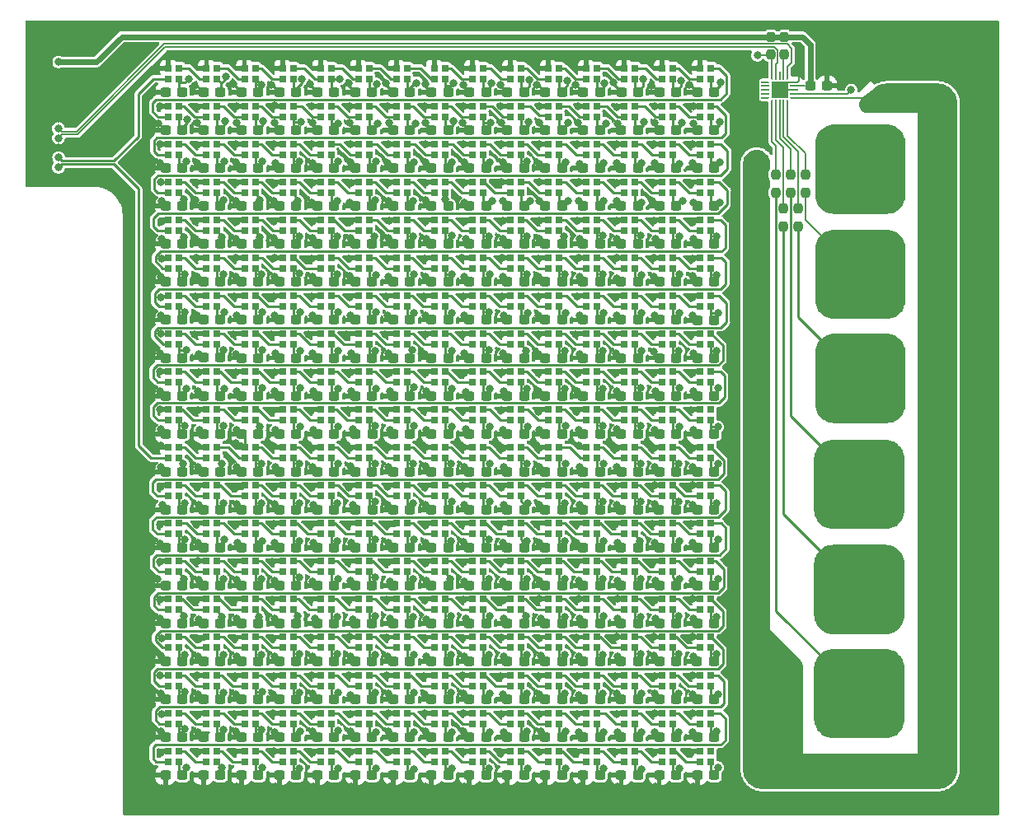
<source format=gbr>
%TF.GenerationSoftware,KiCad,Pcbnew,7.0.9*%
%TF.CreationDate,2023-12-18T15:10:47+01:00*%
%TF.ProjectId,flexAddressLedsV2,666c6578-4164-4647-9265-73734c656473,rev?*%
%TF.SameCoordinates,Original*%
%TF.FileFunction,Copper,L1,Top*%
%TF.FilePolarity,Positive*%
%FSLAX46Y46*%
G04 Gerber Fmt 4.6, Leading zero omitted, Abs format (unit mm)*
G04 Created by KiCad (PCBNEW 7.0.9) date 2023-12-18 15:10:47*
%MOMM*%
%LPD*%
G01*
G04 APERTURE LIST*
G04 Aperture macros list*
%AMRoundRect*
0 Rectangle with rounded corners*
0 $1 Rounding radius*
0 $2 $3 $4 $5 $6 $7 $8 $9 X,Y pos of 4 corners*
0 Add a 4 corners polygon primitive as box body*
4,1,4,$2,$3,$4,$5,$6,$7,$8,$9,$2,$3,0*
0 Add four circle primitives for the rounded corners*
1,1,$1+$1,$2,$3*
1,1,$1+$1,$4,$5*
1,1,$1+$1,$6,$7*
1,1,$1+$1,$8,$9*
0 Add four rect primitives between the rounded corners*
20,1,$1+$1,$2,$3,$4,$5,0*
20,1,$1+$1,$4,$5,$6,$7,0*
20,1,$1+$1,$6,$7,$8,$9,0*
20,1,$1+$1,$8,$9,$2,$3,0*%
%AMFreePoly0*
4,1,14,0.085355,0.385355,0.100000,0.350000,0.100000,-0.350000,0.085355,-0.385355,0.050000,-0.400000,0.000711,-0.400000,-0.034644,-0.385355,-0.085355,-0.334644,-0.100000,-0.299289,-0.100000,0.350000,-0.085355,0.385355,-0.050000,0.400000,0.050000,0.400000,0.085355,0.385355,0.085355,0.385355,$1*%
%AMFreePoly1*
4,1,14,0.085355,0.385355,0.100000,0.350000,0.100000,-0.299289,0.085355,-0.334644,0.034644,-0.385355,-0.000711,-0.400000,-0.050000,-0.400000,-0.085355,-0.385355,-0.100000,-0.350000,-0.100000,0.350000,-0.085355,0.385355,-0.050000,0.400000,0.050000,0.400000,0.085355,0.385355,0.085355,0.385355,$1*%
%AMFreePoly2*
4,1,14,0.385355,0.085355,0.400000,0.050000,0.400000,-0.050000,0.385355,-0.085355,0.350000,-0.100000,-0.350000,-0.100000,-0.385355,-0.085355,-0.400000,-0.050000,-0.400000,-0.000711,-0.385355,0.034644,-0.334644,0.085355,-0.299289,0.100000,0.350000,0.100000,0.385355,0.085355,0.385355,0.085355,$1*%
%AMFreePoly3*
4,1,14,0.385355,0.085355,0.400000,0.050000,0.400000,-0.050000,0.385355,-0.085355,0.350000,-0.100000,-0.299289,-0.100000,-0.334644,-0.085355,-0.385355,-0.034644,-0.400000,0.000711,-0.400000,0.050000,-0.385355,0.085355,-0.350000,0.100000,0.350000,0.100000,0.385355,0.085355,0.385355,0.085355,$1*%
%AMFreePoly4*
4,1,14,0.034644,0.385355,0.085355,0.334644,0.100000,0.299289,0.100000,-0.350000,0.085355,-0.385355,0.050000,-0.400000,-0.050000,-0.400000,-0.085355,-0.385355,-0.100000,-0.350000,-0.100000,0.350000,-0.085355,0.385355,-0.050000,0.400000,-0.000711,0.400000,0.034644,0.385355,0.034644,0.385355,$1*%
%AMFreePoly5*
4,1,14,0.085355,0.385355,0.100000,0.350000,0.100000,-0.350000,0.085355,-0.385355,0.050000,-0.400000,-0.050000,-0.400000,-0.085355,-0.385355,-0.100000,-0.350000,-0.100000,0.299289,-0.085355,0.334644,-0.034644,0.385355,0.000711,0.400000,0.050000,0.400000,0.085355,0.385355,0.085355,0.385355,$1*%
%AMFreePoly6*
4,1,14,0.385355,0.085355,0.400000,0.050000,0.400000,0.000711,0.385355,-0.034644,0.334644,-0.085355,0.299289,-0.100000,-0.350000,-0.100000,-0.385355,-0.085355,-0.400000,-0.050000,-0.400000,0.050000,-0.385355,0.085355,-0.350000,0.100000,0.350000,0.100000,0.385355,0.085355,0.385355,0.085355,$1*%
%AMFreePoly7*
4,1,14,0.334644,0.085355,0.385355,0.034644,0.400000,-0.000711,0.400000,-0.050000,0.385355,-0.085355,0.350000,-0.100000,-0.350000,-0.100000,-0.385355,-0.085355,-0.400000,-0.050000,-0.400000,0.050000,-0.385355,0.085355,-0.350000,0.100000,0.299289,0.100000,0.334644,0.085355,0.334644,0.085355,$1*%
G04 Aperture macros list end*
%TA.AperFunction,SMDPad,CuDef*%
%ADD10R,0.700000X0.700000*%
%TD*%
%TA.AperFunction,SMDPad,CuDef*%
%ADD11RoundRect,0.237500X-0.300000X-0.237500X0.300000X-0.237500X0.300000X0.237500X-0.300000X0.237500X0*%
%TD*%
%TA.AperFunction,SMDPad,CuDef*%
%ADD12RoundRect,0.237500X-0.237500X0.250000X-0.237500X-0.250000X0.237500X-0.250000X0.237500X0.250000X0*%
%TD*%
%TA.AperFunction,SMDPad,CuDef*%
%ADD13RoundRect,0.237500X0.300000X0.237500X-0.300000X0.237500X-0.300000X-0.237500X0.300000X-0.237500X0*%
%TD*%
%TA.AperFunction,SMDPad,CuDef*%
%ADD14RoundRect,0.237500X0.237500X-0.250000X0.237500X0.250000X-0.237500X0.250000X-0.237500X-0.250000X0*%
%TD*%
%TA.AperFunction,SMDPad,CuDef*%
%ADD15R,1.700000X1.700000*%
%TD*%
%TA.AperFunction,SMDPad,CuDef*%
%ADD16FreePoly0,90.000000*%
%TD*%
%TA.AperFunction,SMDPad,CuDef*%
%ADD17RoundRect,0.050000X0.350000X-0.050000X0.350000X0.050000X-0.350000X0.050000X-0.350000X-0.050000X0*%
%TD*%
%TA.AperFunction,SMDPad,CuDef*%
%ADD18FreePoly1,90.000000*%
%TD*%
%TA.AperFunction,SMDPad,CuDef*%
%ADD19FreePoly2,90.000000*%
%TD*%
%TA.AperFunction,SMDPad,CuDef*%
%ADD20RoundRect,0.050000X0.050000X-0.350000X0.050000X0.350000X-0.050000X0.350000X-0.050000X-0.350000X0*%
%TD*%
%TA.AperFunction,SMDPad,CuDef*%
%ADD21FreePoly3,90.000000*%
%TD*%
%TA.AperFunction,SMDPad,CuDef*%
%ADD22FreePoly4,90.000000*%
%TD*%
%TA.AperFunction,SMDPad,CuDef*%
%ADD23FreePoly5,90.000000*%
%TD*%
%TA.AperFunction,SMDPad,CuDef*%
%ADD24FreePoly6,90.000000*%
%TD*%
%TA.AperFunction,SMDPad,CuDef*%
%ADD25FreePoly7,90.000000*%
%TD*%
%TA.AperFunction,ViaPad*%
%ADD26C,0.800000*%
%TD*%
%TA.AperFunction,Conductor*%
%ADD27C,0.250000*%
%TD*%
%TA.AperFunction,Conductor*%
%ADD28C,0.200000*%
%TD*%
%TA.AperFunction,Conductor*%
%ADD29C,0.600000*%
%TD*%
G04 APERTURE END LIST*
D10*
%TO.P,U285,1,DOUT*%
%TO.N,unconnected-(U285-DOUT-Pad1)*%
X100300000Y-106400000D03*
%TO.P,U285,2,VDD*%
%TO.N,VCC*%
X100300000Y-107500000D03*
%TO.P,U285,3,DIN*%
%TO.N,Net-(U284-DOUT)*%
X99200000Y-107500000D03*
%TO.P,U285,4,GND*%
%TO.N,GNDD*%
X99200000Y-106400000D03*
%TD*%
%TO.P,U284,1,DOUT*%
%TO.N,Net-(U284-DOUT)*%
X96399999Y-106400000D03*
%TO.P,U284,2,VDD*%
%TO.N,VCC*%
X96399999Y-107500000D03*
%TO.P,U284,3,DIN*%
%TO.N,Net-(U283-DOUT)*%
X95299999Y-107500000D03*
%TO.P,U284,4,GND*%
%TO.N,GNDD*%
X95299999Y-106400000D03*
%TD*%
%TO.P,U283,1,DOUT*%
%TO.N,Net-(U283-DOUT)*%
X92500000Y-106400000D03*
%TO.P,U283,2,VDD*%
%TO.N,VCC*%
X92500000Y-107500000D03*
%TO.P,U283,3,DIN*%
%TO.N,Net-(U282-DOUT)*%
X91400000Y-107500000D03*
%TO.P,U283,4,GND*%
%TO.N,GNDD*%
X91400000Y-106400000D03*
%TD*%
%TO.P,U282,1,DOUT*%
%TO.N,Net-(U282-DOUT)*%
X88600000Y-106400000D03*
%TO.P,U282,2,VDD*%
%TO.N,VCC*%
X88600000Y-107500000D03*
%TO.P,U282,3,DIN*%
%TO.N,Net-(U281-DOUT)*%
X87500000Y-107500000D03*
%TO.P,U282,4,GND*%
%TO.N,GNDD*%
X87500000Y-106400000D03*
%TD*%
%TO.P,U281,1,DOUT*%
%TO.N,Net-(U281-DOUT)*%
X84700000Y-106400000D03*
%TO.P,U281,2,VDD*%
%TO.N,VCC*%
X84700000Y-107500000D03*
%TO.P,U281,3,DIN*%
%TO.N,Net-(U280-DOUT)*%
X83600000Y-107500000D03*
%TO.P,U281,4,GND*%
%TO.N,GNDD*%
X83600000Y-106400000D03*
%TD*%
%TO.P,U280,1,DOUT*%
%TO.N,Net-(U280-DOUT)*%
X80800000Y-106400000D03*
%TO.P,U280,2,VDD*%
%TO.N,VCC*%
X80800000Y-107500000D03*
%TO.P,U280,3,DIN*%
%TO.N,Net-(U279-DOUT)*%
X79700000Y-107500000D03*
%TO.P,U280,4,GND*%
%TO.N,GNDD*%
X79700000Y-106400000D03*
%TD*%
%TO.P,U279,1,DOUT*%
%TO.N,Net-(U279-DOUT)*%
X76900000Y-106400000D03*
%TO.P,U279,2,VDD*%
%TO.N,VCC*%
X76900000Y-107500000D03*
%TO.P,U279,3,DIN*%
%TO.N,Net-(U278-DOUT)*%
X75800000Y-107500000D03*
%TO.P,U279,4,GND*%
%TO.N,GNDD*%
X75800000Y-106400000D03*
%TD*%
%TO.P,U278,1,DOUT*%
%TO.N,Net-(U278-DOUT)*%
X73000000Y-106400000D03*
%TO.P,U278,2,VDD*%
%TO.N,VCC*%
X73000000Y-107500000D03*
%TO.P,U278,3,DIN*%
%TO.N,Net-(U277-DOUT)*%
X71900000Y-107500000D03*
%TO.P,U278,4,GND*%
%TO.N,GNDD*%
X71900000Y-106400000D03*
%TD*%
%TO.P,U277,1,DOUT*%
%TO.N,Net-(U277-DOUT)*%
X69100000Y-106400000D03*
%TO.P,U277,2,VDD*%
%TO.N,VCC*%
X69100000Y-107500000D03*
%TO.P,U277,3,DIN*%
%TO.N,Net-(U276-DOUT)*%
X68000000Y-107500000D03*
%TO.P,U277,4,GND*%
%TO.N,GNDD*%
X68000000Y-106400000D03*
%TD*%
%TO.P,U276,1,DOUT*%
%TO.N,Net-(U276-DOUT)*%
X65200000Y-106400000D03*
%TO.P,U276,2,VDD*%
%TO.N,VCC*%
X65200000Y-107500000D03*
%TO.P,U276,3,DIN*%
%TO.N,Net-(U275-DOUT)*%
X64100000Y-107500000D03*
%TO.P,U276,4,GND*%
%TO.N,GNDD*%
X64100000Y-106400000D03*
%TD*%
%TO.P,U275,1,DOUT*%
%TO.N,Net-(U275-DOUT)*%
X61300000Y-106400000D03*
%TO.P,U275,2,VDD*%
%TO.N,VCC*%
X61300000Y-107500000D03*
%TO.P,U275,3,DIN*%
%TO.N,Net-(U274-DOUT)*%
X60200000Y-107500000D03*
%TO.P,U275,4,GND*%
%TO.N,GNDD*%
X60200000Y-106400000D03*
%TD*%
%TO.P,U274,1,DOUT*%
%TO.N,Net-(U274-DOUT)*%
X57400000Y-106400000D03*
%TO.P,U274,2,VDD*%
%TO.N,VCC*%
X57400000Y-107500000D03*
%TO.P,U274,3,DIN*%
%TO.N,Net-(U273-DOUT)*%
X56300000Y-107500000D03*
%TO.P,U274,4,GND*%
%TO.N,GNDD*%
X56300000Y-106400000D03*
%TD*%
%TO.P,U273,1,DOUT*%
%TO.N,Net-(U273-DOUT)*%
X53500000Y-106400000D03*
%TO.P,U273,2,VDD*%
%TO.N,VCC*%
X53500000Y-107500000D03*
%TO.P,U273,3,DIN*%
%TO.N,Net-(U272-DOUT)*%
X52400000Y-107500000D03*
%TO.P,U273,4,GND*%
%TO.N,GNDD*%
X52400000Y-106400000D03*
%TD*%
%TO.P,U272,1,DOUT*%
%TO.N,Net-(U272-DOUT)*%
X49600000Y-106400000D03*
%TO.P,U272,2,VDD*%
%TO.N,VCC*%
X49600000Y-107500000D03*
%TO.P,U272,3,DIN*%
%TO.N,Net-(U271-DOUT)*%
X48500000Y-107500000D03*
%TO.P,U272,4,GND*%
%TO.N,GNDD*%
X48500000Y-106400000D03*
%TD*%
%TO.P,U271,1,DOUT*%
%TO.N,Net-(U271-DOUT)*%
X45700000Y-106400000D03*
%TO.P,U271,2,VDD*%
%TO.N,VCC*%
X45700000Y-107500000D03*
%TO.P,U271,3,DIN*%
%TO.N,/OUTROW18*%
X44600000Y-107500000D03*
%TO.P,U271,4,GND*%
%TO.N,GNDD*%
X44600000Y-106400000D03*
%TD*%
%TO.P,U270,1,DOUT*%
%TO.N,/OUTROW18*%
X100300000Y-102500000D03*
%TO.P,U270,2,VDD*%
%TO.N,VCC*%
X100300000Y-103600000D03*
%TO.P,U270,3,DIN*%
%TO.N,Net-(U269-DOUT)*%
X99200000Y-103600000D03*
%TO.P,U270,4,GND*%
%TO.N,GNDD*%
X99200000Y-102500000D03*
%TD*%
%TO.P,U269,1,DOUT*%
%TO.N,Net-(U269-DOUT)*%
X96399999Y-102500000D03*
%TO.P,U269,2,VDD*%
%TO.N,VCC*%
X96399999Y-103600000D03*
%TO.P,U269,3,DIN*%
%TO.N,Net-(U268-DOUT)*%
X95299999Y-103600000D03*
%TO.P,U269,4,GND*%
%TO.N,GNDD*%
X95299999Y-102500000D03*
%TD*%
%TO.P,U268,1,DOUT*%
%TO.N,Net-(U268-DOUT)*%
X92500000Y-102500000D03*
%TO.P,U268,2,VDD*%
%TO.N,VCC*%
X92500000Y-103600000D03*
%TO.P,U268,3,DIN*%
%TO.N,Net-(U267-DOUT)*%
X91400000Y-103600000D03*
%TO.P,U268,4,GND*%
%TO.N,GNDD*%
X91400000Y-102500000D03*
%TD*%
%TO.P,U267,1,DOUT*%
%TO.N,Net-(U267-DOUT)*%
X88600000Y-102500000D03*
%TO.P,U267,2,VDD*%
%TO.N,VCC*%
X88600000Y-103600000D03*
%TO.P,U267,3,DIN*%
%TO.N,Net-(U266-DOUT)*%
X87500000Y-103600000D03*
%TO.P,U267,4,GND*%
%TO.N,GNDD*%
X87500000Y-102500000D03*
%TD*%
%TO.P,U266,1,DOUT*%
%TO.N,Net-(U266-DOUT)*%
X84700000Y-102500000D03*
%TO.P,U266,2,VDD*%
%TO.N,VCC*%
X84700000Y-103600000D03*
%TO.P,U266,3,DIN*%
%TO.N,Net-(U265-DOUT)*%
X83600000Y-103600000D03*
%TO.P,U266,4,GND*%
%TO.N,GNDD*%
X83600000Y-102500000D03*
%TD*%
%TO.P,U265,1,DOUT*%
%TO.N,Net-(U265-DOUT)*%
X80800000Y-102500000D03*
%TO.P,U265,2,VDD*%
%TO.N,VCC*%
X80800000Y-103600000D03*
%TO.P,U265,3,DIN*%
%TO.N,Net-(U264-DOUT)*%
X79700000Y-103600000D03*
%TO.P,U265,4,GND*%
%TO.N,GNDD*%
X79700000Y-102500000D03*
%TD*%
%TO.P,U264,1,DOUT*%
%TO.N,Net-(U264-DOUT)*%
X76900000Y-102500000D03*
%TO.P,U264,2,VDD*%
%TO.N,VCC*%
X76900000Y-103600000D03*
%TO.P,U264,3,DIN*%
%TO.N,Net-(U263-DOUT)*%
X75800000Y-103600000D03*
%TO.P,U264,4,GND*%
%TO.N,GNDD*%
X75800000Y-102500000D03*
%TD*%
%TO.P,U263,1,DOUT*%
%TO.N,Net-(U263-DOUT)*%
X73000000Y-102500000D03*
%TO.P,U263,2,VDD*%
%TO.N,VCC*%
X73000000Y-103600000D03*
%TO.P,U263,3,DIN*%
%TO.N,Net-(U262-DOUT)*%
X71900000Y-103600000D03*
%TO.P,U263,4,GND*%
%TO.N,GNDD*%
X71900000Y-102500000D03*
%TD*%
%TO.P,U262,1,DOUT*%
%TO.N,Net-(U262-DOUT)*%
X69100000Y-102500000D03*
%TO.P,U262,2,VDD*%
%TO.N,VCC*%
X69100000Y-103600000D03*
%TO.P,U262,3,DIN*%
%TO.N,Net-(U261-DOUT)*%
X68000000Y-103600000D03*
%TO.P,U262,4,GND*%
%TO.N,GNDD*%
X68000000Y-102500000D03*
%TD*%
%TO.P,U261,1,DOUT*%
%TO.N,Net-(U261-DOUT)*%
X65200000Y-102500000D03*
%TO.P,U261,2,VDD*%
%TO.N,VCC*%
X65200000Y-103600000D03*
%TO.P,U261,3,DIN*%
%TO.N,Net-(U260-DOUT)*%
X64100000Y-103600000D03*
%TO.P,U261,4,GND*%
%TO.N,GNDD*%
X64100000Y-102500000D03*
%TD*%
%TO.P,U260,1,DOUT*%
%TO.N,Net-(U260-DOUT)*%
X61300000Y-102500000D03*
%TO.P,U260,2,VDD*%
%TO.N,VCC*%
X61300000Y-103600000D03*
%TO.P,U260,3,DIN*%
%TO.N,Net-(U259-DOUT)*%
X60200000Y-103600000D03*
%TO.P,U260,4,GND*%
%TO.N,GNDD*%
X60200000Y-102500000D03*
%TD*%
%TO.P,U259,1,DOUT*%
%TO.N,Net-(U259-DOUT)*%
X57400000Y-102500000D03*
%TO.P,U259,2,VDD*%
%TO.N,VCC*%
X57400000Y-103600000D03*
%TO.P,U259,3,DIN*%
%TO.N,Net-(U258-DOUT)*%
X56300000Y-103600000D03*
%TO.P,U259,4,GND*%
%TO.N,GNDD*%
X56300000Y-102500000D03*
%TD*%
%TO.P,U258,1,DOUT*%
%TO.N,Net-(U258-DOUT)*%
X53500000Y-102500000D03*
%TO.P,U258,2,VDD*%
%TO.N,VCC*%
X53500000Y-103600000D03*
%TO.P,U258,3,DIN*%
%TO.N,Net-(U257-DOUT)*%
X52400000Y-103600000D03*
%TO.P,U258,4,GND*%
%TO.N,GNDD*%
X52400000Y-102500000D03*
%TD*%
%TO.P,U257,1,DOUT*%
%TO.N,Net-(U257-DOUT)*%
X49600000Y-102500000D03*
%TO.P,U257,2,VDD*%
%TO.N,VCC*%
X49600000Y-103600000D03*
%TO.P,U257,3,DIN*%
%TO.N,Net-(U256-DOUT)*%
X48500000Y-103600000D03*
%TO.P,U257,4,GND*%
%TO.N,GNDD*%
X48500000Y-102500000D03*
%TD*%
%TO.P,U256,1,DOUT*%
%TO.N,Net-(U256-DOUT)*%
X45700000Y-102500000D03*
%TO.P,U256,2,VDD*%
%TO.N,VCC*%
X45700000Y-103600000D03*
%TO.P,U256,3,DIN*%
%TO.N,/OUTROW17*%
X44600000Y-103600000D03*
%TO.P,U256,4,GND*%
%TO.N,GNDD*%
X44600000Y-102500000D03*
%TD*%
%TO.P,U255,1,DOUT*%
%TO.N,/OUTROW17*%
X100300000Y-98600000D03*
%TO.P,U255,2,VDD*%
%TO.N,VCC*%
X100300000Y-99700000D03*
%TO.P,U255,3,DIN*%
%TO.N,Net-(U254-DOUT)*%
X99200000Y-99700000D03*
%TO.P,U255,4,GND*%
%TO.N,GNDD*%
X99200000Y-98600000D03*
%TD*%
%TO.P,U254,1,DOUT*%
%TO.N,Net-(U254-DOUT)*%
X96399999Y-98600000D03*
%TO.P,U254,2,VDD*%
%TO.N,VCC*%
X96399999Y-99700000D03*
%TO.P,U254,3,DIN*%
%TO.N,Net-(U253-DOUT)*%
X95299999Y-99700000D03*
%TO.P,U254,4,GND*%
%TO.N,GNDD*%
X95299999Y-98600000D03*
%TD*%
%TO.P,U253,1,DOUT*%
%TO.N,Net-(U253-DOUT)*%
X92500000Y-98600000D03*
%TO.P,U253,2,VDD*%
%TO.N,VCC*%
X92500000Y-99700000D03*
%TO.P,U253,3,DIN*%
%TO.N,Net-(U252-DOUT)*%
X91400000Y-99700000D03*
%TO.P,U253,4,GND*%
%TO.N,GNDD*%
X91400000Y-98600000D03*
%TD*%
%TO.P,U252,1,DOUT*%
%TO.N,Net-(U252-DOUT)*%
X88600000Y-98600000D03*
%TO.P,U252,2,VDD*%
%TO.N,VCC*%
X88600000Y-99700000D03*
%TO.P,U252,3,DIN*%
%TO.N,Net-(U251-DOUT)*%
X87500000Y-99700000D03*
%TO.P,U252,4,GND*%
%TO.N,GNDD*%
X87500000Y-98600000D03*
%TD*%
%TO.P,U251,1,DOUT*%
%TO.N,Net-(U251-DOUT)*%
X84700000Y-98600000D03*
%TO.P,U251,2,VDD*%
%TO.N,VCC*%
X84700000Y-99700000D03*
%TO.P,U251,3,DIN*%
%TO.N,Net-(U250-DOUT)*%
X83600000Y-99700000D03*
%TO.P,U251,4,GND*%
%TO.N,GNDD*%
X83600000Y-98600000D03*
%TD*%
%TO.P,U250,1,DOUT*%
%TO.N,Net-(U250-DOUT)*%
X80800000Y-98600000D03*
%TO.P,U250,2,VDD*%
%TO.N,VCC*%
X80800000Y-99700000D03*
%TO.P,U250,3,DIN*%
%TO.N,Net-(U249-DOUT)*%
X79700000Y-99700000D03*
%TO.P,U250,4,GND*%
%TO.N,GNDD*%
X79700000Y-98600000D03*
%TD*%
%TO.P,U249,1,DOUT*%
%TO.N,Net-(U249-DOUT)*%
X76900000Y-98600000D03*
%TO.P,U249,2,VDD*%
%TO.N,VCC*%
X76900000Y-99700000D03*
%TO.P,U249,3,DIN*%
%TO.N,Net-(U248-DOUT)*%
X75800000Y-99700000D03*
%TO.P,U249,4,GND*%
%TO.N,GNDD*%
X75800000Y-98600000D03*
%TD*%
%TO.P,U248,1,DOUT*%
%TO.N,Net-(U248-DOUT)*%
X73000000Y-98600000D03*
%TO.P,U248,2,VDD*%
%TO.N,VCC*%
X73000000Y-99700000D03*
%TO.P,U248,3,DIN*%
%TO.N,Net-(U247-DOUT)*%
X71900000Y-99700000D03*
%TO.P,U248,4,GND*%
%TO.N,GNDD*%
X71900000Y-98600000D03*
%TD*%
%TO.P,U247,1,DOUT*%
%TO.N,Net-(U247-DOUT)*%
X69100000Y-98600000D03*
%TO.P,U247,2,VDD*%
%TO.N,VCC*%
X69100000Y-99700000D03*
%TO.P,U247,3,DIN*%
%TO.N,Net-(U246-DOUT)*%
X68000000Y-99700000D03*
%TO.P,U247,4,GND*%
%TO.N,GNDD*%
X68000000Y-98600000D03*
%TD*%
%TO.P,U246,1,DOUT*%
%TO.N,Net-(U246-DOUT)*%
X65200000Y-98600000D03*
%TO.P,U246,2,VDD*%
%TO.N,VCC*%
X65200000Y-99700000D03*
%TO.P,U246,3,DIN*%
%TO.N,Net-(U245-DOUT)*%
X64100000Y-99700000D03*
%TO.P,U246,4,GND*%
%TO.N,GNDD*%
X64100000Y-98600000D03*
%TD*%
%TO.P,U245,1,DOUT*%
%TO.N,Net-(U245-DOUT)*%
X61300000Y-98600000D03*
%TO.P,U245,2,VDD*%
%TO.N,VCC*%
X61300000Y-99700000D03*
%TO.P,U245,3,DIN*%
%TO.N,Net-(U244-DOUT)*%
X60200000Y-99700000D03*
%TO.P,U245,4,GND*%
%TO.N,GNDD*%
X60200000Y-98600000D03*
%TD*%
%TO.P,U244,1,DOUT*%
%TO.N,Net-(U244-DOUT)*%
X57400000Y-98600000D03*
%TO.P,U244,2,VDD*%
%TO.N,VCC*%
X57400000Y-99700000D03*
%TO.P,U244,3,DIN*%
%TO.N,Net-(U243-DOUT)*%
X56300000Y-99700000D03*
%TO.P,U244,4,GND*%
%TO.N,GNDD*%
X56300000Y-98600000D03*
%TD*%
%TO.P,U243,1,DOUT*%
%TO.N,Net-(U243-DOUT)*%
X53500000Y-98600000D03*
%TO.P,U243,2,VDD*%
%TO.N,VCC*%
X53500000Y-99700000D03*
%TO.P,U243,3,DIN*%
%TO.N,Net-(U242-DOUT)*%
X52400000Y-99700000D03*
%TO.P,U243,4,GND*%
%TO.N,GNDD*%
X52400000Y-98600000D03*
%TD*%
%TO.P,U242,1,DOUT*%
%TO.N,Net-(U242-DOUT)*%
X49600000Y-98600000D03*
%TO.P,U242,2,VDD*%
%TO.N,VCC*%
X49600000Y-99700000D03*
%TO.P,U242,3,DIN*%
%TO.N,Net-(U241-DOUT)*%
X48500000Y-99700000D03*
%TO.P,U242,4,GND*%
%TO.N,GNDD*%
X48500000Y-98600000D03*
%TD*%
%TO.P,U241,1,DOUT*%
%TO.N,Net-(U241-DOUT)*%
X45700000Y-98600000D03*
%TO.P,U241,2,VDD*%
%TO.N,VCC*%
X45700000Y-99700000D03*
%TO.P,U241,3,DIN*%
%TO.N,/OUTROW16*%
X44600000Y-99700000D03*
%TO.P,U241,4,GND*%
%TO.N,GNDD*%
X44600000Y-98600000D03*
%TD*%
%TO.P,U240,1,DOUT*%
%TO.N,/OUTROW16*%
X100300000Y-94700000D03*
%TO.P,U240,2,VDD*%
%TO.N,VCC*%
X100300000Y-95800000D03*
%TO.P,U240,3,DIN*%
%TO.N,Net-(U239-DOUT)*%
X99200000Y-95800000D03*
%TO.P,U240,4,GND*%
%TO.N,GNDD*%
X99200000Y-94700000D03*
%TD*%
%TO.P,U239,1,DOUT*%
%TO.N,Net-(U239-DOUT)*%
X96399999Y-94700000D03*
%TO.P,U239,2,VDD*%
%TO.N,VCC*%
X96399999Y-95800000D03*
%TO.P,U239,3,DIN*%
%TO.N,Net-(U238-DOUT)*%
X95299999Y-95800000D03*
%TO.P,U239,4,GND*%
%TO.N,GNDD*%
X95299999Y-94700000D03*
%TD*%
%TO.P,U238,1,DOUT*%
%TO.N,Net-(U238-DOUT)*%
X92500000Y-94700000D03*
%TO.P,U238,2,VDD*%
%TO.N,VCC*%
X92500000Y-95800000D03*
%TO.P,U238,3,DIN*%
%TO.N,Net-(U237-DOUT)*%
X91400000Y-95800000D03*
%TO.P,U238,4,GND*%
%TO.N,GNDD*%
X91400000Y-94700000D03*
%TD*%
%TO.P,U237,1,DOUT*%
%TO.N,Net-(U237-DOUT)*%
X88600000Y-94700000D03*
%TO.P,U237,2,VDD*%
%TO.N,VCC*%
X88600000Y-95800000D03*
%TO.P,U237,3,DIN*%
%TO.N,Net-(U236-DOUT)*%
X87500000Y-95800000D03*
%TO.P,U237,4,GND*%
%TO.N,GNDD*%
X87500000Y-94700000D03*
%TD*%
%TO.P,U236,1,DOUT*%
%TO.N,Net-(U236-DOUT)*%
X84700000Y-94700000D03*
%TO.P,U236,2,VDD*%
%TO.N,VCC*%
X84700000Y-95800000D03*
%TO.P,U236,3,DIN*%
%TO.N,Net-(U235-DOUT)*%
X83600000Y-95800000D03*
%TO.P,U236,4,GND*%
%TO.N,GNDD*%
X83600000Y-94700000D03*
%TD*%
%TO.P,U235,1,DOUT*%
%TO.N,Net-(U235-DOUT)*%
X80800000Y-94700000D03*
%TO.P,U235,2,VDD*%
%TO.N,VCC*%
X80800000Y-95800000D03*
%TO.P,U235,3,DIN*%
%TO.N,Net-(U234-DOUT)*%
X79700000Y-95800000D03*
%TO.P,U235,4,GND*%
%TO.N,GNDD*%
X79700000Y-94700000D03*
%TD*%
%TO.P,U234,1,DOUT*%
%TO.N,Net-(U234-DOUT)*%
X76900000Y-94700000D03*
%TO.P,U234,2,VDD*%
%TO.N,VCC*%
X76900000Y-95800000D03*
%TO.P,U234,3,DIN*%
%TO.N,Net-(U233-DOUT)*%
X75800000Y-95800000D03*
%TO.P,U234,4,GND*%
%TO.N,GNDD*%
X75800000Y-94700000D03*
%TD*%
%TO.P,U233,1,DOUT*%
%TO.N,Net-(U233-DOUT)*%
X73000000Y-94700000D03*
%TO.P,U233,2,VDD*%
%TO.N,VCC*%
X73000000Y-95800000D03*
%TO.P,U233,3,DIN*%
%TO.N,Net-(U232-DOUT)*%
X71900000Y-95800000D03*
%TO.P,U233,4,GND*%
%TO.N,GNDD*%
X71900000Y-94700000D03*
%TD*%
%TO.P,U232,1,DOUT*%
%TO.N,Net-(U232-DOUT)*%
X69100000Y-94700000D03*
%TO.P,U232,2,VDD*%
%TO.N,VCC*%
X69100000Y-95800000D03*
%TO.P,U232,3,DIN*%
%TO.N,Net-(U231-DOUT)*%
X68000000Y-95800000D03*
%TO.P,U232,4,GND*%
%TO.N,GNDD*%
X68000000Y-94700000D03*
%TD*%
%TO.P,U231,1,DOUT*%
%TO.N,Net-(U231-DOUT)*%
X65200000Y-94700000D03*
%TO.P,U231,2,VDD*%
%TO.N,VCC*%
X65200000Y-95800000D03*
%TO.P,U231,3,DIN*%
%TO.N,Net-(U230-DOUT)*%
X64100000Y-95800000D03*
%TO.P,U231,4,GND*%
%TO.N,GNDD*%
X64100000Y-94700000D03*
%TD*%
%TO.P,U230,1,DOUT*%
%TO.N,Net-(U230-DOUT)*%
X61300000Y-94700000D03*
%TO.P,U230,2,VDD*%
%TO.N,VCC*%
X61300000Y-95800000D03*
%TO.P,U230,3,DIN*%
%TO.N,Net-(U229-DOUT)*%
X60200000Y-95800000D03*
%TO.P,U230,4,GND*%
%TO.N,GNDD*%
X60200000Y-94700000D03*
%TD*%
%TO.P,U229,1,DOUT*%
%TO.N,Net-(U229-DOUT)*%
X57400000Y-94700000D03*
%TO.P,U229,2,VDD*%
%TO.N,VCC*%
X57400000Y-95800000D03*
%TO.P,U229,3,DIN*%
%TO.N,Net-(U228-DOUT)*%
X56300000Y-95800000D03*
%TO.P,U229,4,GND*%
%TO.N,GNDD*%
X56300000Y-94700000D03*
%TD*%
%TO.P,U228,1,DOUT*%
%TO.N,Net-(U228-DOUT)*%
X53500000Y-94700000D03*
%TO.P,U228,2,VDD*%
%TO.N,VCC*%
X53500000Y-95800000D03*
%TO.P,U228,3,DIN*%
%TO.N,Net-(U227-DOUT)*%
X52400000Y-95800000D03*
%TO.P,U228,4,GND*%
%TO.N,GNDD*%
X52400000Y-94700000D03*
%TD*%
%TO.P,U227,1,DOUT*%
%TO.N,Net-(U227-DOUT)*%
X49600000Y-94700000D03*
%TO.P,U227,2,VDD*%
%TO.N,VCC*%
X49600000Y-95800000D03*
%TO.P,U227,3,DIN*%
%TO.N,Net-(U226-DOUT)*%
X48500000Y-95800000D03*
%TO.P,U227,4,GND*%
%TO.N,GNDD*%
X48500000Y-94700000D03*
%TD*%
%TO.P,U226,1,DOUT*%
%TO.N,Net-(U226-DOUT)*%
X45700000Y-94700000D03*
%TO.P,U226,2,VDD*%
%TO.N,VCC*%
X45700000Y-95800000D03*
%TO.P,U226,3,DIN*%
%TO.N,/OUTROW15*%
X44600000Y-95800000D03*
%TO.P,U226,4,GND*%
%TO.N,GNDD*%
X44600000Y-94700000D03*
%TD*%
%TO.P,U225,1,DOUT*%
%TO.N,/OUTROW15*%
X100300000Y-90800000D03*
%TO.P,U225,2,VDD*%
%TO.N,VCC*%
X100300000Y-91900000D03*
%TO.P,U225,3,DIN*%
%TO.N,Net-(U224-DOUT)*%
X99200000Y-91900000D03*
%TO.P,U225,4,GND*%
%TO.N,GNDD*%
X99200000Y-90800000D03*
%TD*%
%TO.P,U224,1,DOUT*%
%TO.N,Net-(U224-DOUT)*%
X96399999Y-90800000D03*
%TO.P,U224,2,VDD*%
%TO.N,VCC*%
X96399999Y-91900000D03*
%TO.P,U224,3,DIN*%
%TO.N,Net-(U223-DOUT)*%
X95299999Y-91900000D03*
%TO.P,U224,4,GND*%
%TO.N,GNDD*%
X95299999Y-90800000D03*
%TD*%
%TO.P,U223,1,DOUT*%
%TO.N,Net-(U223-DOUT)*%
X92500000Y-90800000D03*
%TO.P,U223,2,VDD*%
%TO.N,VCC*%
X92500000Y-91900000D03*
%TO.P,U223,3,DIN*%
%TO.N,Net-(U222-DOUT)*%
X91400000Y-91900000D03*
%TO.P,U223,4,GND*%
%TO.N,GNDD*%
X91400000Y-90800000D03*
%TD*%
%TO.P,U222,1,DOUT*%
%TO.N,Net-(U222-DOUT)*%
X88600000Y-90800000D03*
%TO.P,U222,2,VDD*%
%TO.N,VCC*%
X88600000Y-91900000D03*
%TO.P,U222,3,DIN*%
%TO.N,Net-(U221-DOUT)*%
X87500000Y-91900000D03*
%TO.P,U222,4,GND*%
%TO.N,GNDD*%
X87500000Y-90800000D03*
%TD*%
%TO.P,U221,1,DOUT*%
%TO.N,Net-(U221-DOUT)*%
X84700000Y-90800000D03*
%TO.P,U221,2,VDD*%
%TO.N,VCC*%
X84700000Y-91900000D03*
%TO.P,U221,3,DIN*%
%TO.N,Net-(U220-DOUT)*%
X83600000Y-91900000D03*
%TO.P,U221,4,GND*%
%TO.N,GNDD*%
X83600000Y-90800000D03*
%TD*%
%TO.P,U220,1,DOUT*%
%TO.N,Net-(U220-DOUT)*%
X80800000Y-90800000D03*
%TO.P,U220,2,VDD*%
%TO.N,VCC*%
X80800000Y-91900000D03*
%TO.P,U220,3,DIN*%
%TO.N,Net-(U219-DOUT)*%
X79700000Y-91900000D03*
%TO.P,U220,4,GND*%
%TO.N,GNDD*%
X79700000Y-90800000D03*
%TD*%
%TO.P,U219,1,DOUT*%
%TO.N,Net-(U219-DOUT)*%
X76900000Y-90800000D03*
%TO.P,U219,2,VDD*%
%TO.N,VCC*%
X76900000Y-91900000D03*
%TO.P,U219,3,DIN*%
%TO.N,Net-(U218-DOUT)*%
X75800000Y-91900000D03*
%TO.P,U219,4,GND*%
%TO.N,GNDD*%
X75800000Y-90800000D03*
%TD*%
%TO.P,U218,1,DOUT*%
%TO.N,Net-(U218-DOUT)*%
X73000000Y-90800000D03*
%TO.P,U218,2,VDD*%
%TO.N,VCC*%
X73000000Y-91900000D03*
%TO.P,U218,3,DIN*%
%TO.N,Net-(U217-DOUT)*%
X71900000Y-91900000D03*
%TO.P,U218,4,GND*%
%TO.N,GNDD*%
X71900000Y-90800000D03*
%TD*%
%TO.P,U217,1,DOUT*%
%TO.N,Net-(U217-DOUT)*%
X69100000Y-90800000D03*
%TO.P,U217,2,VDD*%
%TO.N,VCC*%
X69100000Y-91900000D03*
%TO.P,U217,3,DIN*%
%TO.N,Net-(U216-DOUT)*%
X68000000Y-91900000D03*
%TO.P,U217,4,GND*%
%TO.N,GNDD*%
X68000000Y-90800000D03*
%TD*%
%TO.P,U216,1,DOUT*%
%TO.N,Net-(U216-DOUT)*%
X65200000Y-90800000D03*
%TO.P,U216,2,VDD*%
%TO.N,VCC*%
X65200000Y-91900000D03*
%TO.P,U216,3,DIN*%
%TO.N,Net-(U215-DOUT)*%
X64100000Y-91900000D03*
%TO.P,U216,4,GND*%
%TO.N,GNDD*%
X64100000Y-90800000D03*
%TD*%
%TO.P,U215,1,DOUT*%
%TO.N,Net-(U215-DOUT)*%
X61300000Y-90800000D03*
%TO.P,U215,2,VDD*%
%TO.N,VCC*%
X61300000Y-91900000D03*
%TO.P,U215,3,DIN*%
%TO.N,Net-(U214-DOUT)*%
X60200000Y-91900000D03*
%TO.P,U215,4,GND*%
%TO.N,GNDD*%
X60200000Y-90800000D03*
%TD*%
%TO.P,U214,1,DOUT*%
%TO.N,Net-(U214-DOUT)*%
X57400000Y-90800000D03*
%TO.P,U214,2,VDD*%
%TO.N,VCC*%
X57400000Y-91900000D03*
%TO.P,U214,3,DIN*%
%TO.N,Net-(U213-DOUT)*%
X56300000Y-91900000D03*
%TO.P,U214,4,GND*%
%TO.N,GNDD*%
X56300000Y-90800000D03*
%TD*%
%TO.P,U213,1,DOUT*%
%TO.N,Net-(U213-DOUT)*%
X53500000Y-90800000D03*
%TO.P,U213,2,VDD*%
%TO.N,VCC*%
X53500000Y-91900000D03*
%TO.P,U213,3,DIN*%
%TO.N,Net-(U212-DOUT)*%
X52400000Y-91900000D03*
%TO.P,U213,4,GND*%
%TO.N,GNDD*%
X52400000Y-90800000D03*
%TD*%
%TO.P,U212,1,DOUT*%
%TO.N,Net-(U212-DOUT)*%
X49600000Y-90800000D03*
%TO.P,U212,2,VDD*%
%TO.N,VCC*%
X49600000Y-91900000D03*
%TO.P,U212,3,DIN*%
%TO.N,Net-(U211-DOUT)*%
X48500000Y-91900000D03*
%TO.P,U212,4,GND*%
%TO.N,GNDD*%
X48500000Y-90800000D03*
%TD*%
%TO.P,U211,1,DOUT*%
%TO.N,Net-(U211-DOUT)*%
X45700000Y-90800000D03*
%TO.P,U211,2,VDD*%
%TO.N,VCC*%
X45700000Y-91900000D03*
%TO.P,U211,3,DIN*%
%TO.N,/OUTROW14*%
X44600000Y-91900000D03*
%TO.P,U211,4,GND*%
%TO.N,GNDD*%
X44600000Y-90800000D03*
%TD*%
%TO.P,U210,1,DOUT*%
%TO.N,/OUTROW14*%
X100300000Y-86900000D03*
%TO.P,U210,2,VDD*%
%TO.N,VCC*%
X100300000Y-88000000D03*
%TO.P,U210,3,DIN*%
%TO.N,Net-(U209-DOUT)*%
X99200000Y-88000000D03*
%TO.P,U210,4,GND*%
%TO.N,GNDD*%
X99200000Y-86900000D03*
%TD*%
%TO.P,U209,1,DOUT*%
%TO.N,Net-(U209-DOUT)*%
X96399999Y-86900000D03*
%TO.P,U209,2,VDD*%
%TO.N,VCC*%
X96399999Y-88000000D03*
%TO.P,U209,3,DIN*%
%TO.N,Net-(U208-DOUT)*%
X95299999Y-88000000D03*
%TO.P,U209,4,GND*%
%TO.N,GNDD*%
X95299999Y-86900000D03*
%TD*%
%TO.P,U208,1,DOUT*%
%TO.N,Net-(U208-DOUT)*%
X92500000Y-86900000D03*
%TO.P,U208,2,VDD*%
%TO.N,VCC*%
X92500000Y-88000000D03*
%TO.P,U208,3,DIN*%
%TO.N,Net-(U207-DOUT)*%
X91400000Y-88000000D03*
%TO.P,U208,4,GND*%
%TO.N,GNDD*%
X91400000Y-86900000D03*
%TD*%
%TO.P,U207,1,DOUT*%
%TO.N,Net-(U207-DOUT)*%
X88600000Y-86900000D03*
%TO.P,U207,2,VDD*%
%TO.N,VCC*%
X88600000Y-88000000D03*
%TO.P,U207,3,DIN*%
%TO.N,Net-(U206-DOUT)*%
X87500000Y-88000000D03*
%TO.P,U207,4,GND*%
%TO.N,GNDD*%
X87500000Y-86900000D03*
%TD*%
%TO.P,U206,1,DOUT*%
%TO.N,Net-(U206-DOUT)*%
X84700000Y-86900000D03*
%TO.P,U206,2,VDD*%
%TO.N,VCC*%
X84700000Y-88000000D03*
%TO.P,U206,3,DIN*%
%TO.N,Net-(U205-DOUT)*%
X83600000Y-88000000D03*
%TO.P,U206,4,GND*%
%TO.N,GNDD*%
X83600000Y-86900000D03*
%TD*%
%TO.P,U205,1,DOUT*%
%TO.N,Net-(U205-DOUT)*%
X80800000Y-86900000D03*
%TO.P,U205,2,VDD*%
%TO.N,VCC*%
X80800000Y-88000000D03*
%TO.P,U205,3,DIN*%
%TO.N,Net-(U204-DOUT)*%
X79700000Y-88000000D03*
%TO.P,U205,4,GND*%
%TO.N,GNDD*%
X79700000Y-86900000D03*
%TD*%
%TO.P,U204,1,DOUT*%
%TO.N,Net-(U204-DOUT)*%
X76900000Y-86900000D03*
%TO.P,U204,2,VDD*%
%TO.N,VCC*%
X76900000Y-88000000D03*
%TO.P,U204,3,DIN*%
%TO.N,Net-(U203-DOUT)*%
X75800000Y-88000000D03*
%TO.P,U204,4,GND*%
%TO.N,GNDD*%
X75800000Y-86900000D03*
%TD*%
%TO.P,U203,1,DOUT*%
%TO.N,Net-(U203-DOUT)*%
X73000000Y-86900000D03*
%TO.P,U203,2,VDD*%
%TO.N,VCC*%
X73000000Y-88000000D03*
%TO.P,U203,3,DIN*%
%TO.N,Net-(U202-DOUT)*%
X71900000Y-88000000D03*
%TO.P,U203,4,GND*%
%TO.N,GNDD*%
X71900000Y-86900000D03*
%TD*%
%TO.P,U202,1,DOUT*%
%TO.N,Net-(U202-DOUT)*%
X69100000Y-86900000D03*
%TO.P,U202,2,VDD*%
%TO.N,VCC*%
X69100000Y-88000000D03*
%TO.P,U202,3,DIN*%
%TO.N,Net-(U201-DOUT)*%
X68000000Y-88000000D03*
%TO.P,U202,4,GND*%
%TO.N,GNDD*%
X68000000Y-86900000D03*
%TD*%
%TO.P,U201,1,DOUT*%
%TO.N,Net-(U201-DOUT)*%
X65200000Y-86900000D03*
%TO.P,U201,2,VDD*%
%TO.N,VCC*%
X65200000Y-88000000D03*
%TO.P,U201,3,DIN*%
%TO.N,Net-(U200-DOUT)*%
X64100000Y-88000000D03*
%TO.P,U201,4,GND*%
%TO.N,GNDD*%
X64100000Y-86900000D03*
%TD*%
%TO.P,U200,1,DOUT*%
%TO.N,Net-(U200-DOUT)*%
X61300000Y-86900000D03*
%TO.P,U200,2,VDD*%
%TO.N,VCC*%
X61300000Y-88000000D03*
%TO.P,U200,3,DIN*%
%TO.N,Net-(U199-DOUT)*%
X60200000Y-88000000D03*
%TO.P,U200,4,GND*%
%TO.N,GNDD*%
X60200000Y-86900000D03*
%TD*%
%TO.P,U199,1,DOUT*%
%TO.N,Net-(U199-DOUT)*%
X57400000Y-86900000D03*
%TO.P,U199,2,VDD*%
%TO.N,VCC*%
X57400000Y-88000000D03*
%TO.P,U199,3,DIN*%
%TO.N,Net-(U198-DOUT)*%
X56300000Y-88000000D03*
%TO.P,U199,4,GND*%
%TO.N,GNDD*%
X56300000Y-86900000D03*
%TD*%
%TO.P,U198,1,DOUT*%
%TO.N,Net-(U198-DOUT)*%
X53500000Y-86900000D03*
%TO.P,U198,2,VDD*%
%TO.N,VCC*%
X53500000Y-88000000D03*
%TO.P,U198,3,DIN*%
%TO.N,Net-(U197-DOUT)*%
X52400000Y-88000000D03*
%TO.P,U198,4,GND*%
%TO.N,GNDD*%
X52400000Y-86900000D03*
%TD*%
%TO.P,U197,1,DOUT*%
%TO.N,Net-(U197-DOUT)*%
X49600000Y-86900000D03*
%TO.P,U197,2,VDD*%
%TO.N,VCC*%
X49600000Y-88000000D03*
%TO.P,U197,3,DIN*%
%TO.N,Net-(U196-DOUT)*%
X48500000Y-88000000D03*
%TO.P,U197,4,GND*%
%TO.N,GNDD*%
X48500000Y-86900000D03*
%TD*%
%TO.P,U196,1,DOUT*%
%TO.N,Net-(U196-DOUT)*%
X45700000Y-86900000D03*
%TO.P,U196,2,VDD*%
%TO.N,VCC*%
X45700000Y-88000000D03*
%TO.P,U196,3,DIN*%
%TO.N,/OUTROW13*%
X44600000Y-88000000D03*
%TO.P,U196,4,GND*%
%TO.N,GNDD*%
X44600000Y-86900000D03*
%TD*%
%TO.P,U195,1,DOUT*%
%TO.N,/OUTROW13*%
X100300000Y-83000000D03*
%TO.P,U195,2,VDD*%
%TO.N,VCC*%
X100300000Y-84100000D03*
%TO.P,U195,3,DIN*%
%TO.N,Net-(U194-DOUT)*%
X99200000Y-84100000D03*
%TO.P,U195,4,GND*%
%TO.N,GNDD*%
X99200000Y-83000000D03*
%TD*%
%TO.P,U194,1,DOUT*%
%TO.N,Net-(U194-DOUT)*%
X96399999Y-83000000D03*
%TO.P,U194,2,VDD*%
%TO.N,VCC*%
X96399999Y-84100000D03*
%TO.P,U194,3,DIN*%
%TO.N,Net-(U193-DOUT)*%
X95299999Y-84100000D03*
%TO.P,U194,4,GND*%
%TO.N,GNDD*%
X95299999Y-83000000D03*
%TD*%
%TO.P,U193,1,DOUT*%
%TO.N,Net-(U193-DOUT)*%
X92500000Y-83000000D03*
%TO.P,U193,2,VDD*%
%TO.N,VCC*%
X92500000Y-84100000D03*
%TO.P,U193,3,DIN*%
%TO.N,Net-(U192-DOUT)*%
X91400000Y-84100000D03*
%TO.P,U193,4,GND*%
%TO.N,GNDD*%
X91400000Y-83000000D03*
%TD*%
%TO.P,U192,1,DOUT*%
%TO.N,Net-(U192-DOUT)*%
X88600000Y-83000000D03*
%TO.P,U192,2,VDD*%
%TO.N,VCC*%
X88600000Y-84100000D03*
%TO.P,U192,3,DIN*%
%TO.N,Net-(U191-DOUT)*%
X87500000Y-84100000D03*
%TO.P,U192,4,GND*%
%TO.N,GNDD*%
X87500000Y-83000000D03*
%TD*%
%TO.P,U191,1,DOUT*%
%TO.N,Net-(U191-DOUT)*%
X84700000Y-83000000D03*
%TO.P,U191,2,VDD*%
%TO.N,VCC*%
X84700000Y-84100000D03*
%TO.P,U191,3,DIN*%
%TO.N,Net-(U190-DOUT)*%
X83600000Y-84100000D03*
%TO.P,U191,4,GND*%
%TO.N,GNDD*%
X83600000Y-83000000D03*
%TD*%
%TO.P,U190,1,DOUT*%
%TO.N,Net-(U190-DOUT)*%
X80800000Y-83000000D03*
%TO.P,U190,2,VDD*%
%TO.N,VCC*%
X80800000Y-84100000D03*
%TO.P,U190,3,DIN*%
%TO.N,Net-(U189-DOUT)*%
X79700000Y-84100000D03*
%TO.P,U190,4,GND*%
%TO.N,GNDD*%
X79700000Y-83000000D03*
%TD*%
%TO.P,U189,1,DOUT*%
%TO.N,Net-(U189-DOUT)*%
X76900000Y-83000000D03*
%TO.P,U189,2,VDD*%
%TO.N,VCC*%
X76900000Y-84100000D03*
%TO.P,U189,3,DIN*%
%TO.N,Net-(U188-DOUT)*%
X75800000Y-84100000D03*
%TO.P,U189,4,GND*%
%TO.N,GNDD*%
X75800000Y-83000000D03*
%TD*%
%TO.P,U188,1,DOUT*%
%TO.N,Net-(U188-DOUT)*%
X73000000Y-83000000D03*
%TO.P,U188,2,VDD*%
%TO.N,VCC*%
X73000000Y-84100000D03*
%TO.P,U188,3,DIN*%
%TO.N,Net-(U187-DOUT)*%
X71900000Y-84100000D03*
%TO.P,U188,4,GND*%
%TO.N,GNDD*%
X71900000Y-83000000D03*
%TD*%
%TO.P,U187,1,DOUT*%
%TO.N,Net-(U187-DOUT)*%
X69100000Y-83000000D03*
%TO.P,U187,2,VDD*%
%TO.N,VCC*%
X69100000Y-84100000D03*
%TO.P,U187,3,DIN*%
%TO.N,Net-(U186-DOUT)*%
X68000000Y-84100000D03*
%TO.P,U187,4,GND*%
%TO.N,GNDD*%
X68000000Y-83000000D03*
%TD*%
%TO.P,U186,1,DOUT*%
%TO.N,Net-(U186-DOUT)*%
X65200000Y-83000000D03*
%TO.P,U186,2,VDD*%
%TO.N,VCC*%
X65200000Y-84100000D03*
%TO.P,U186,3,DIN*%
%TO.N,Net-(U185-DOUT)*%
X64100000Y-84100000D03*
%TO.P,U186,4,GND*%
%TO.N,GNDD*%
X64100000Y-83000000D03*
%TD*%
%TO.P,U185,1,DOUT*%
%TO.N,Net-(U185-DOUT)*%
X61300000Y-83000000D03*
%TO.P,U185,2,VDD*%
%TO.N,VCC*%
X61300000Y-84100000D03*
%TO.P,U185,3,DIN*%
%TO.N,Net-(U184-DOUT)*%
X60200000Y-84100000D03*
%TO.P,U185,4,GND*%
%TO.N,GNDD*%
X60200000Y-83000000D03*
%TD*%
%TO.P,U184,1,DOUT*%
%TO.N,Net-(U184-DOUT)*%
X57400000Y-83000000D03*
%TO.P,U184,2,VDD*%
%TO.N,VCC*%
X57400000Y-84100000D03*
%TO.P,U184,3,DIN*%
%TO.N,Net-(U183-DOUT)*%
X56300000Y-84100000D03*
%TO.P,U184,4,GND*%
%TO.N,GNDD*%
X56300000Y-83000000D03*
%TD*%
%TO.P,U183,1,DOUT*%
%TO.N,Net-(U183-DOUT)*%
X53500000Y-83000000D03*
%TO.P,U183,2,VDD*%
%TO.N,VCC*%
X53500000Y-84100000D03*
%TO.P,U183,3,DIN*%
%TO.N,Net-(U182-DOUT)*%
X52400000Y-84100000D03*
%TO.P,U183,4,GND*%
%TO.N,GNDD*%
X52400000Y-83000000D03*
%TD*%
%TO.P,U182,1,DOUT*%
%TO.N,Net-(U182-DOUT)*%
X49600000Y-83000000D03*
%TO.P,U182,2,VDD*%
%TO.N,VCC*%
X49600000Y-84100000D03*
%TO.P,U182,3,DIN*%
%TO.N,Net-(U181-DOUT)*%
X48500000Y-84100000D03*
%TO.P,U182,4,GND*%
%TO.N,GNDD*%
X48500000Y-83000000D03*
%TD*%
%TO.P,U181,1,DOUT*%
%TO.N,Net-(U181-DOUT)*%
X45700000Y-83000000D03*
%TO.P,U181,2,VDD*%
%TO.N,VCC*%
X45700000Y-84100000D03*
%TO.P,U181,3,DIN*%
%TO.N,/OUTROW12*%
X44600000Y-84100000D03*
%TO.P,U181,4,GND*%
%TO.N,GNDD*%
X44600000Y-83000000D03*
%TD*%
%TO.P,U180,1,DOUT*%
%TO.N,/OUTROW12*%
X100300000Y-79100000D03*
%TO.P,U180,2,VDD*%
%TO.N,VCC*%
X100300000Y-80200000D03*
%TO.P,U180,3,DIN*%
%TO.N,Net-(U179-DOUT)*%
X99200000Y-80200000D03*
%TO.P,U180,4,GND*%
%TO.N,GNDD*%
X99200000Y-79100000D03*
%TD*%
%TO.P,U179,1,DOUT*%
%TO.N,Net-(U179-DOUT)*%
X96399999Y-79100000D03*
%TO.P,U179,2,VDD*%
%TO.N,VCC*%
X96399999Y-80200000D03*
%TO.P,U179,3,DIN*%
%TO.N,Net-(U178-DOUT)*%
X95299999Y-80200000D03*
%TO.P,U179,4,GND*%
%TO.N,GNDD*%
X95299999Y-79100000D03*
%TD*%
%TO.P,U178,1,DOUT*%
%TO.N,Net-(U178-DOUT)*%
X92500000Y-79100000D03*
%TO.P,U178,2,VDD*%
%TO.N,VCC*%
X92500000Y-80200000D03*
%TO.P,U178,3,DIN*%
%TO.N,Net-(U177-DOUT)*%
X91400000Y-80200000D03*
%TO.P,U178,4,GND*%
%TO.N,GNDD*%
X91400000Y-79100000D03*
%TD*%
%TO.P,U177,1,DOUT*%
%TO.N,Net-(U177-DOUT)*%
X88600000Y-79100000D03*
%TO.P,U177,2,VDD*%
%TO.N,VCC*%
X88600000Y-80200000D03*
%TO.P,U177,3,DIN*%
%TO.N,Net-(U176-DOUT)*%
X87500000Y-80200000D03*
%TO.P,U177,4,GND*%
%TO.N,GNDD*%
X87500000Y-79100000D03*
%TD*%
%TO.P,U176,1,DOUT*%
%TO.N,Net-(U176-DOUT)*%
X84700000Y-79100000D03*
%TO.P,U176,2,VDD*%
%TO.N,VCC*%
X84700000Y-80200000D03*
%TO.P,U176,3,DIN*%
%TO.N,Net-(U175-DOUT)*%
X83600000Y-80200000D03*
%TO.P,U176,4,GND*%
%TO.N,GNDD*%
X83600000Y-79100000D03*
%TD*%
%TO.P,U175,1,DOUT*%
%TO.N,Net-(U175-DOUT)*%
X80800000Y-79100000D03*
%TO.P,U175,2,VDD*%
%TO.N,VCC*%
X80800000Y-80200000D03*
%TO.P,U175,3,DIN*%
%TO.N,Net-(U174-DOUT)*%
X79700000Y-80200000D03*
%TO.P,U175,4,GND*%
%TO.N,GNDD*%
X79700000Y-79100000D03*
%TD*%
%TO.P,U174,1,DOUT*%
%TO.N,Net-(U174-DOUT)*%
X76900000Y-79100000D03*
%TO.P,U174,2,VDD*%
%TO.N,VCC*%
X76900000Y-80200000D03*
%TO.P,U174,3,DIN*%
%TO.N,Net-(U173-DOUT)*%
X75800000Y-80200000D03*
%TO.P,U174,4,GND*%
%TO.N,GNDD*%
X75800000Y-79100000D03*
%TD*%
%TO.P,U173,1,DOUT*%
%TO.N,Net-(U173-DOUT)*%
X73000000Y-79100000D03*
%TO.P,U173,2,VDD*%
%TO.N,VCC*%
X73000000Y-80200000D03*
%TO.P,U173,3,DIN*%
%TO.N,Net-(U172-DOUT)*%
X71900000Y-80200000D03*
%TO.P,U173,4,GND*%
%TO.N,GNDD*%
X71900000Y-79100000D03*
%TD*%
%TO.P,U172,1,DOUT*%
%TO.N,Net-(U172-DOUT)*%
X69100000Y-79100000D03*
%TO.P,U172,2,VDD*%
%TO.N,VCC*%
X69100000Y-80200000D03*
%TO.P,U172,3,DIN*%
%TO.N,Net-(U171-DOUT)*%
X68000000Y-80200000D03*
%TO.P,U172,4,GND*%
%TO.N,GNDD*%
X68000000Y-79100000D03*
%TD*%
%TO.P,U171,1,DOUT*%
%TO.N,Net-(U171-DOUT)*%
X65200000Y-79100000D03*
%TO.P,U171,2,VDD*%
%TO.N,VCC*%
X65200000Y-80200000D03*
%TO.P,U171,3,DIN*%
%TO.N,Net-(U170-DOUT)*%
X64100000Y-80200000D03*
%TO.P,U171,4,GND*%
%TO.N,GNDD*%
X64100000Y-79100000D03*
%TD*%
%TO.P,U170,1,DOUT*%
%TO.N,Net-(U170-DOUT)*%
X61300000Y-79100000D03*
%TO.P,U170,2,VDD*%
%TO.N,VCC*%
X61300000Y-80200000D03*
%TO.P,U170,3,DIN*%
%TO.N,Net-(U169-DOUT)*%
X60200000Y-80200000D03*
%TO.P,U170,4,GND*%
%TO.N,GNDD*%
X60200000Y-79100000D03*
%TD*%
%TO.P,U169,1,DOUT*%
%TO.N,Net-(U169-DOUT)*%
X57400000Y-79100000D03*
%TO.P,U169,2,VDD*%
%TO.N,VCC*%
X57400000Y-80200000D03*
%TO.P,U169,3,DIN*%
%TO.N,Net-(U168-DOUT)*%
X56300000Y-80200000D03*
%TO.P,U169,4,GND*%
%TO.N,GNDD*%
X56300000Y-79100000D03*
%TD*%
%TO.P,U168,1,DOUT*%
%TO.N,Net-(U168-DOUT)*%
X53500000Y-79100000D03*
%TO.P,U168,2,VDD*%
%TO.N,VCC*%
X53500000Y-80200000D03*
%TO.P,U168,3,DIN*%
%TO.N,Net-(U167-DOUT)*%
X52400000Y-80200000D03*
%TO.P,U168,4,GND*%
%TO.N,GNDD*%
X52400000Y-79100000D03*
%TD*%
%TO.P,U167,1,DOUT*%
%TO.N,Net-(U167-DOUT)*%
X49600000Y-79100000D03*
%TO.P,U167,2,VDD*%
%TO.N,VCC*%
X49600000Y-80200000D03*
%TO.P,U167,3,DIN*%
%TO.N,Net-(U166-DOUT)*%
X48500000Y-80200000D03*
%TO.P,U167,4,GND*%
%TO.N,GNDD*%
X48500000Y-79100000D03*
%TD*%
%TO.P,U166,1,DOUT*%
%TO.N,Net-(U166-DOUT)*%
X45700000Y-79100000D03*
%TO.P,U166,2,VDD*%
%TO.N,VCC*%
X45700000Y-80200000D03*
%TO.P,U166,3,DIN*%
%TO.N,/OUTROW11*%
X44600000Y-80200000D03*
%TO.P,U166,4,GND*%
%TO.N,GNDD*%
X44600000Y-79100000D03*
%TD*%
%TO.P,U165,1,DOUT*%
%TO.N,/OUTROW11*%
X100300000Y-75200000D03*
%TO.P,U165,2,VDD*%
%TO.N,VCC*%
X100300000Y-76300000D03*
%TO.P,U165,3,DIN*%
%TO.N,Net-(U164-DOUT)*%
X99200000Y-76300000D03*
%TO.P,U165,4,GND*%
%TO.N,GNDD*%
X99200000Y-75200000D03*
%TD*%
%TO.P,U164,1,DOUT*%
%TO.N,Net-(U164-DOUT)*%
X96399999Y-75200000D03*
%TO.P,U164,2,VDD*%
%TO.N,VCC*%
X96399999Y-76300000D03*
%TO.P,U164,3,DIN*%
%TO.N,Net-(U163-DOUT)*%
X95299999Y-76300000D03*
%TO.P,U164,4,GND*%
%TO.N,GNDD*%
X95299999Y-75200000D03*
%TD*%
%TO.P,U163,1,DOUT*%
%TO.N,Net-(U163-DOUT)*%
X92500000Y-75200000D03*
%TO.P,U163,2,VDD*%
%TO.N,VCC*%
X92500000Y-76300000D03*
%TO.P,U163,3,DIN*%
%TO.N,Net-(U162-DOUT)*%
X91400000Y-76300000D03*
%TO.P,U163,4,GND*%
%TO.N,GNDD*%
X91400000Y-75200000D03*
%TD*%
%TO.P,U162,1,DOUT*%
%TO.N,Net-(U162-DOUT)*%
X88600000Y-75200000D03*
%TO.P,U162,2,VDD*%
%TO.N,VCC*%
X88600000Y-76300000D03*
%TO.P,U162,3,DIN*%
%TO.N,Net-(U161-DOUT)*%
X87500000Y-76300000D03*
%TO.P,U162,4,GND*%
%TO.N,GNDD*%
X87500000Y-75200000D03*
%TD*%
%TO.P,U161,1,DOUT*%
%TO.N,Net-(U161-DOUT)*%
X84700000Y-75200000D03*
%TO.P,U161,2,VDD*%
%TO.N,VCC*%
X84700000Y-76300000D03*
%TO.P,U161,3,DIN*%
%TO.N,Net-(U160-DOUT)*%
X83600000Y-76300000D03*
%TO.P,U161,4,GND*%
%TO.N,GNDD*%
X83600000Y-75200000D03*
%TD*%
%TO.P,U160,1,DOUT*%
%TO.N,Net-(U160-DOUT)*%
X80800000Y-75200000D03*
%TO.P,U160,2,VDD*%
%TO.N,VCC*%
X80800000Y-76300000D03*
%TO.P,U160,3,DIN*%
%TO.N,Net-(U159-DOUT)*%
X79700000Y-76300000D03*
%TO.P,U160,4,GND*%
%TO.N,GNDD*%
X79700000Y-75200000D03*
%TD*%
%TO.P,U159,1,DOUT*%
%TO.N,Net-(U159-DOUT)*%
X76900000Y-75200000D03*
%TO.P,U159,2,VDD*%
%TO.N,VCC*%
X76900000Y-76300000D03*
%TO.P,U159,3,DIN*%
%TO.N,Net-(U158-DOUT)*%
X75800000Y-76300000D03*
%TO.P,U159,4,GND*%
%TO.N,GNDD*%
X75800000Y-75200000D03*
%TD*%
%TO.P,U158,1,DOUT*%
%TO.N,Net-(U158-DOUT)*%
X73000000Y-75200000D03*
%TO.P,U158,2,VDD*%
%TO.N,VCC*%
X73000000Y-76300000D03*
%TO.P,U158,3,DIN*%
%TO.N,Net-(U157-DOUT)*%
X71900000Y-76300000D03*
%TO.P,U158,4,GND*%
%TO.N,GNDD*%
X71900000Y-75200000D03*
%TD*%
%TO.P,U157,1,DOUT*%
%TO.N,Net-(U157-DOUT)*%
X69100000Y-75200000D03*
%TO.P,U157,2,VDD*%
%TO.N,VCC*%
X69100000Y-76300000D03*
%TO.P,U157,3,DIN*%
%TO.N,Net-(U156-DOUT)*%
X68000000Y-76300000D03*
%TO.P,U157,4,GND*%
%TO.N,GNDD*%
X68000000Y-75200000D03*
%TD*%
%TO.P,U156,1,DOUT*%
%TO.N,Net-(U156-DOUT)*%
X65200000Y-75200000D03*
%TO.P,U156,2,VDD*%
%TO.N,VCC*%
X65200000Y-76300000D03*
%TO.P,U156,3,DIN*%
%TO.N,Net-(U155-DOUT)*%
X64100000Y-76300000D03*
%TO.P,U156,4,GND*%
%TO.N,GNDD*%
X64100000Y-75200000D03*
%TD*%
%TO.P,U155,1,DOUT*%
%TO.N,Net-(U155-DOUT)*%
X61300000Y-75200000D03*
%TO.P,U155,2,VDD*%
%TO.N,VCC*%
X61300000Y-76300000D03*
%TO.P,U155,3,DIN*%
%TO.N,Net-(U154-DOUT)*%
X60200000Y-76300000D03*
%TO.P,U155,4,GND*%
%TO.N,GNDD*%
X60200000Y-75200000D03*
%TD*%
%TO.P,U154,1,DOUT*%
%TO.N,Net-(U154-DOUT)*%
X57400000Y-75200000D03*
%TO.P,U154,2,VDD*%
%TO.N,VCC*%
X57400000Y-76300000D03*
%TO.P,U154,3,DIN*%
%TO.N,Net-(U153-DOUT)*%
X56300000Y-76300000D03*
%TO.P,U154,4,GND*%
%TO.N,GNDD*%
X56300000Y-75200000D03*
%TD*%
%TO.P,U153,1,DOUT*%
%TO.N,Net-(U153-DOUT)*%
X53500000Y-75200000D03*
%TO.P,U153,2,VDD*%
%TO.N,VCC*%
X53500000Y-76300000D03*
%TO.P,U153,3,DIN*%
%TO.N,Net-(U152-DOUT)*%
X52400000Y-76300000D03*
%TO.P,U153,4,GND*%
%TO.N,GNDD*%
X52400000Y-75200000D03*
%TD*%
%TO.P,U152,1,DOUT*%
%TO.N,Net-(U152-DOUT)*%
X49600000Y-75200000D03*
%TO.P,U152,2,VDD*%
%TO.N,VCC*%
X49600000Y-76300000D03*
%TO.P,U152,3,DIN*%
%TO.N,Net-(U151-DOUT)*%
X48500000Y-76300000D03*
%TO.P,U152,4,GND*%
%TO.N,GNDD*%
X48500000Y-75200000D03*
%TD*%
%TO.P,U151,1,DOUT*%
%TO.N,Net-(U151-DOUT)*%
X45700000Y-75200000D03*
%TO.P,U151,2,VDD*%
%TO.N,VCC*%
X45700000Y-76300000D03*
%TO.P,U151,3,DIN*%
%TO.N,/IN_LED1*%
X44600000Y-76300000D03*
%TO.P,U151,4,GND*%
%TO.N,GNDD*%
X44600000Y-75200000D03*
%TD*%
%TO.P,U150,1,DOUT*%
%TO.N,unconnected-(U150-DOUT-Pad1)*%
X100300000Y-71300000D03*
%TO.P,U150,2,VDD*%
%TO.N,VCC*%
X100300000Y-72400000D03*
%TO.P,U150,3,DIN*%
%TO.N,Net-(U149-DOUT)*%
X99200000Y-72400000D03*
%TO.P,U150,4,GND*%
%TO.N,GNDD*%
X99200000Y-71300000D03*
%TD*%
%TO.P,U149,1,DOUT*%
%TO.N,Net-(U149-DOUT)*%
X96400000Y-71300000D03*
%TO.P,U149,2,VDD*%
%TO.N,VCC*%
X96400000Y-72400000D03*
%TO.P,U149,3,DIN*%
%TO.N,Net-(U148-DOUT)*%
X95300000Y-72400000D03*
%TO.P,U149,4,GND*%
%TO.N,GNDD*%
X95300000Y-71300000D03*
%TD*%
%TO.P,U148,1,DOUT*%
%TO.N,Net-(U148-DOUT)*%
X92500000Y-71300000D03*
%TO.P,U148,2,VDD*%
%TO.N,VCC*%
X92500000Y-72400000D03*
%TO.P,U148,3,DIN*%
%TO.N,Net-(U147-DOUT)*%
X91400000Y-72400000D03*
%TO.P,U148,4,GND*%
%TO.N,GNDD*%
X91400000Y-71300000D03*
%TD*%
%TO.P,U147,1,DOUT*%
%TO.N,Net-(U147-DOUT)*%
X88600000Y-71300000D03*
%TO.P,U147,2,VDD*%
%TO.N,VCC*%
X88600000Y-72400000D03*
%TO.P,U147,3,DIN*%
%TO.N,Net-(U146-DOUT)*%
X87500000Y-72400000D03*
%TO.P,U147,4,GND*%
%TO.N,GNDD*%
X87500000Y-71300000D03*
%TD*%
%TO.P,U146,1,DOUT*%
%TO.N,Net-(U146-DOUT)*%
X84700000Y-71300000D03*
%TO.P,U146,2,VDD*%
%TO.N,VCC*%
X84700000Y-72400000D03*
%TO.P,U146,3,DIN*%
%TO.N,Net-(U145-DOUT)*%
X83600000Y-72400000D03*
%TO.P,U146,4,GND*%
%TO.N,GNDD*%
X83600000Y-71300000D03*
%TD*%
%TO.P,U145,1,DOUT*%
%TO.N,Net-(U145-DOUT)*%
X80800000Y-71300000D03*
%TO.P,U145,2,VDD*%
%TO.N,VCC*%
X80800000Y-72400000D03*
%TO.P,U145,3,DIN*%
%TO.N,Net-(U144-DOUT)*%
X79700000Y-72400000D03*
%TO.P,U145,4,GND*%
%TO.N,GNDD*%
X79700000Y-71300000D03*
%TD*%
%TO.P,U144,1,DOUT*%
%TO.N,Net-(U144-DOUT)*%
X76900000Y-71300000D03*
%TO.P,U144,2,VDD*%
%TO.N,VCC*%
X76900000Y-72400000D03*
%TO.P,U144,3,DIN*%
%TO.N,Net-(U143-DOUT)*%
X75800000Y-72400000D03*
%TO.P,U144,4,GND*%
%TO.N,GNDD*%
X75800000Y-71300000D03*
%TD*%
%TO.P,U143,1,DOUT*%
%TO.N,Net-(U143-DOUT)*%
X73000000Y-71300000D03*
%TO.P,U143,2,VDD*%
%TO.N,VCC*%
X73000000Y-72400000D03*
%TO.P,U143,3,DIN*%
%TO.N,Net-(U142-DOUT)*%
X71900000Y-72400000D03*
%TO.P,U143,4,GND*%
%TO.N,GNDD*%
X71900000Y-71300000D03*
%TD*%
%TO.P,U142,1,DOUT*%
%TO.N,Net-(U142-DOUT)*%
X69100000Y-71300000D03*
%TO.P,U142,2,VDD*%
%TO.N,VCC*%
X69100000Y-72400000D03*
%TO.P,U142,3,DIN*%
%TO.N,Net-(U141-DOUT)*%
X68000000Y-72400000D03*
%TO.P,U142,4,GND*%
%TO.N,GNDD*%
X68000000Y-71300000D03*
%TD*%
%TO.P,U141,1,DOUT*%
%TO.N,Net-(U141-DOUT)*%
X65200000Y-71300000D03*
%TO.P,U141,2,VDD*%
%TO.N,VCC*%
X65200000Y-72400000D03*
%TO.P,U141,3,DIN*%
%TO.N,Net-(U140-DOUT)*%
X64100000Y-72400000D03*
%TO.P,U141,4,GND*%
%TO.N,GNDD*%
X64100000Y-71300000D03*
%TD*%
%TO.P,U140,1,DOUT*%
%TO.N,Net-(U140-DOUT)*%
X61300000Y-71300000D03*
%TO.P,U140,2,VDD*%
%TO.N,VCC*%
X61300000Y-72400000D03*
%TO.P,U140,3,DIN*%
%TO.N,Net-(U139-DOUT)*%
X60200000Y-72400000D03*
%TO.P,U140,4,GND*%
%TO.N,GNDD*%
X60200000Y-71300000D03*
%TD*%
%TO.P,U139,1,DOUT*%
%TO.N,Net-(U139-DOUT)*%
X57400000Y-71300000D03*
%TO.P,U139,2,VDD*%
%TO.N,VCC*%
X57400000Y-72400000D03*
%TO.P,U139,3,DIN*%
%TO.N,Net-(U138-DOUT)*%
X56300000Y-72400000D03*
%TO.P,U139,4,GND*%
%TO.N,GNDD*%
X56300000Y-71300000D03*
%TD*%
%TO.P,U138,1,DOUT*%
%TO.N,Net-(U138-DOUT)*%
X53500000Y-71300000D03*
%TO.P,U138,2,VDD*%
%TO.N,VCC*%
X53500000Y-72400000D03*
%TO.P,U138,3,DIN*%
%TO.N,Net-(U137-DOUT)*%
X52400000Y-72400000D03*
%TO.P,U138,4,GND*%
%TO.N,GNDD*%
X52400000Y-71300000D03*
%TD*%
%TO.P,U137,1,DOUT*%
%TO.N,Net-(U137-DOUT)*%
X49600000Y-71300000D03*
%TO.P,U137,2,VDD*%
%TO.N,VCC*%
X49600000Y-72400000D03*
%TO.P,U137,3,DIN*%
%TO.N,Net-(U136-DOUT)*%
X48500000Y-72400000D03*
%TO.P,U137,4,GND*%
%TO.N,GNDD*%
X48500000Y-71300000D03*
%TD*%
%TO.P,U136,1,DOUT*%
%TO.N,Net-(U136-DOUT)*%
X45700000Y-71300000D03*
%TO.P,U136,2,VDD*%
%TO.N,VCC*%
X45700000Y-72400000D03*
%TO.P,U136,3,DIN*%
%TO.N,/OUTROW9*%
X44600000Y-72400000D03*
%TO.P,U136,4,GND*%
%TO.N,GNDD*%
X44600000Y-71300000D03*
%TD*%
%TO.P,U135,1,DOUT*%
%TO.N,/OUTROW9*%
X100300000Y-67400000D03*
%TO.P,U135,2,VDD*%
%TO.N,VCC*%
X100300000Y-68500000D03*
%TO.P,U135,3,DIN*%
%TO.N,Net-(U134-DOUT)*%
X99200000Y-68500000D03*
%TO.P,U135,4,GND*%
%TO.N,GNDD*%
X99200000Y-67400000D03*
%TD*%
%TO.P,U134,1,DOUT*%
%TO.N,Net-(U134-DOUT)*%
X96400000Y-67400000D03*
%TO.P,U134,2,VDD*%
%TO.N,VCC*%
X96400000Y-68500000D03*
%TO.P,U134,3,DIN*%
%TO.N,Net-(U133-DOUT)*%
X95300000Y-68500000D03*
%TO.P,U134,4,GND*%
%TO.N,GNDD*%
X95300000Y-67400000D03*
%TD*%
%TO.P,U133,1,DOUT*%
%TO.N,Net-(U133-DOUT)*%
X92500000Y-67400000D03*
%TO.P,U133,2,VDD*%
%TO.N,VCC*%
X92500000Y-68500000D03*
%TO.P,U133,3,DIN*%
%TO.N,Net-(U132-DOUT)*%
X91400000Y-68500000D03*
%TO.P,U133,4,GND*%
%TO.N,GNDD*%
X91400000Y-67400000D03*
%TD*%
%TO.P,U132,1,DOUT*%
%TO.N,Net-(U132-DOUT)*%
X88600000Y-67400000D03*
%TO.P,U132,2,VDD*%
%TO.N,VCC*%
X88600000Y-68500000D03*
%TO.P,U132,3,DIN*%
%TO.N,Net-(U131-DOUT)*%
X87500000Y-68500000D03*
%TO.P,U132,4,GND*%
%TO.N,GNDD*%
X87500000Y-67400000D03*
%TD*%
%TO.P,U131,1,DOUT*%
%TO.N,Net-(U131-DOUT)*%
X84700000Y-67400000D03*
%TO.P,U131,2,VDD*%
%TO.N,VCC*%
X84700000Y-68500000D03*
%TO.P,U131,3,DIN*%
%TO.N,Net-(U130-DOUT)*%
X83600000Y-68500000D03*
%TO.P,U131,4,GND*%
%TO.N,GNDD*%
X83600000Y-67400000D03*
%TD*%
%TO.P,U130,1,DOUT*%
%TO.N,Net-(U130-DOUT)*%
X80800000Y-67400000D03*
%TO.P,U130,2,VDD*%
%TO.N,VCC*%
X80800000Y-68500000D03*
%TO.P,U130,3,DIN*%
%TO.N,Net-(U129-DOUT)*%
X79700000Y-68500000D03*
%TO.P,U130,4,GND*%
%TO.N,GNDD*%
X79700000Y-67400000D03*
%TD*%
%TO.P,U129,1,DOUT*%
%TO.N,Net-(U129-DOUT)*%
X76900000Y-67400000D03*
%TO.P,U129,2,VDD*%
%TO.N,VCC*%
X76900000Y-68500000D03*
%TO.P,U129,3,DIN*%
%TO.N,Net-(U128-DOUT)*%
X75800000Y-68500000D03*
%TO.P,U129,4,GND*%
%TO.N,GNDD*%
X75800000Y-67400000D03*
%TD*%
%TO.P,U128,1,DOUT*%
%TO.N,Net-(U128-DOUT)*%
X73000000Y-67400000D03*
%TO.P,U128,2,VDD*%
%TO.N,VCC*%
X73000000Y-68500000D03*
%TO.P,U128,3,DIN*%
%TO.N,Net-(U127-DOUT)*%
X71900000Y-68500000D03*
%TO.P,U128,4,GND*%
%TO.N,GNDD*%
X71900000Y-67400000D03*
%TD*%
%TO.P,U127,1,DOUT*%
%TO.N,Net-(U127-DOUT)*%
X69100000Y-67400000D03*
%TO.P,U127,2,VDD*%
%TO.N,VCC*%
X69100000Y-68500000D03*
%TO.P,U127,3,DIN*%
%TO.N,Net-(U126-DOUT)*%
X68000000Y-68500000D03*
%TO.P,U127,4,GND*%
%TO.N,GNDD*%
X68000000Y-67400000D03*
%TD*%
%TO.P,U126,1,DOUT*%
%TO.N,Net-(U126-DOUT)*%
X65200000Y-67400000D03*
%TO.P,U126,2,VDD*%
%TO.N,VCC*%
X65200000Y-68500000D03*
%TO.P,U126,3,DIN*%
%TO.N,Net-(U125-DOUT)*%
X64100000Y-68500000D03*
%TO.P,U126,4,GND*%
%TO.N,GNDD*%
X64100000Y-67400000D03*
%TD*%
%TO.P,U125,1,DOUT*%
%TO.N,Net-(U125-DOUT)*%
X61300000Y-67400000D03*
%TO.P,U125,2,VDD*%
%TO.N,VCC*%
X61300000Y-68500000D03*
%TO.P,U125,3,DIN*%
%TO.N,Net-(U124-DOUT)*%
X60200000Y-68500000D03*
%TO.P,U125,4,GND*%
%TO.N,GNDD*%
X60200000Y-67400000D03*
%TD*%
%TO.P,U124,1,DOUT*%
%TO.N,Net-(U124-DOUT)*%
X57400000Y-67400000D03*
%TO.P,U124,2,VDD*%
%TO.N,VCC*%
X57400000Y-68500000D03*
%TO.P,U124,3,DIN*%
%TO.N,Net-(U123-DOUT)*%
X56300000Y-68500000D03*
%TO.P,U124,4,GND*%
%TO.N,GNDD*%
X56300000Y-67400000D03*
%TD*%
%TO.P,U123,1,DOUT*%
%TO.N,Net-(U123-DOUT)*%
X53500000Y-67400000D03*
%TO.P,U123,2,VDD*%
%TO.N,VCC*%
X53500000Y-68500000D03*
%TO.P,U123,3,DIN*%
%TO.N,Net-(U122-DOUT)*%
X52400000Y-68500000D03*
%TO.P,U123,4,GND*%
%TO.N,GNDD*%
X52400000Y-67400000D03*
%TD*%
%TO.P,U122,1,DOUT*%
%TO.N,Net-(U122-DOUT)*%
X49600000Y-67400000D03*
%TO.P,U122,2,VDD*%
%TO.N,VCC*%
X49600000Y-68500000D03*
%TO.P,U122,3,DIN*%
%TO.N,Net-(U121-DOUT)*%
X48500000Y-68500000D03*
%TO.P,U122,4,GND*%
%TO.N,GNDD*%
X48500000Y-67400000D03*
%TD*%
%TO.P,U121,1,DOUT*%
%TO.N,Net-(U121-DOUT)*%
X45700000Y-67400000D03*
%TO.P,U121,2,VDD*%
%TO.N,VCC*%
X45700000Y-68500000D03*
%TO.P,U121,3,DIN*%
%TO.N,/OUTROW8*%
X44600000Y-68500000D03*
%TO.P,U121,4,GND*%
%TO.N,GNDD*%
X44600000Y-67400000D03*
%TD*%
%TO.P,U120,1,DOUT*%
%TO.N,/OUTROW8*%
X100300000Y-63500000D03*
%TO.P,U120,2,VDD*%
%TO.N,VCC*%
X100300000Y-64600000D03*
%TO.P,U120,3,DIN*%
%TO.N,Net-(U119-DOUT)*%
X99200000Y-64600000D03*
%TO.P,U120,4,GND*%
%TO.N,GNDD*%
X99200000Y-63500000D03*
%TD*%
%TO.P,U119,1,DOUT*%
%TO.N,Net-(U119-DOUT)*%
X96400000Y-63500000D03*
%TO.P,U119,2,VDD*%
%TO.N,VCC*%
X96400000Y-64600000D03*
%TO.P,U119,3,DIN*%
%TO.N,Net-(U118-DOUT)*%
X95300000Y-64600000D03*
%TO.P,U119,4,GND*%
%TO.N,GNDD*%
X95300000Y-63500000D03*
%TD*%
%TO.P,U118,1,DOUT*%
%TO.N,Net-(U118-DOUT)*%
X92500000Y-63500000D03*
%TO.P,U118,2,VDD*%
%TO.N,VCC*%
X92500000Y-64600000D03*
%TO.P,U118,3,DIN*%
%TO.N,Net-(U117-DOUT)*%
X91400000Y-64600000D03*
%TO.P,U118,4,GND*%
%TO.N,GNDD*%
X91400000Y-63500000D03*
%TD*%
%TO.P,U117,1,DOUT*%
%TO.N,Net-(U117-DOUT)*%
X88600000Y-63500000D03*
%TO.P,U117,2,VDD*%
%TO.N,VCC*%
X88600000Y-64600000D03*
%TO.P,U117,3,DIN*%
%TO.N,Net-(U116-DOUT)*%
X87500000Y-64600000D03*
%TO.P,U117,4,GND*%
%TO.N,GNDD*%
X87500000Y-63500000D03*
%TD*%
%TO.P,U116,1,DOUT*%
%TO.N,Net-(U116-DOUT)*%
X84700000Y-63500000D03*
%TO.P,U116,2,VDD*%
%TO.N,VCC*%
X84700000Y-64600000D03*
%TO.P,U116,3,DIN*%
%TO.N,Net-(U115-DOUT)*%
X83600000Y-64600000D03*
%TO.P,U116,4,GND*%
%TO.N,GNDD*%
X83600000Y-63500000D03*
%TD*%
%TO.P,U115,1,DOUT*%
%TO.N,Net-(U115-DOUT)*%
X80800000Y-63500000D03*
%TO.P,U115,2,VDD*%
%TO.N,VCC*%
X80800000Y-64600000D03*
%TO.P,U115,3,DIN*%
%TO.N,Net-(U114-DOUT)*%
X79700000Y-64600000D03*
%TO.P,U115,4,GND*%
%TO.N,GNDD*%
X79700000Y-63500000D03*
%TD*%
%TO.P,U114,1,DOUT*%
%TO.N,Net-(U114-DOUT)*%
X76900000Y-63500000D03*
%TO.P,U114,2,VDD*%
%TO.N,VCC*%
X76900000Y-64600000D03*
%TO.P,U114,3,DIN*%
%TO.N,Net-(U113-DOUT)*%
X75800000Y-64600000D03*
%TO.P,U114,4,GND*%
%TO.N,GNDD*%
X75800000Y-63500000D03*
%TD*%
%TO.P,U113,1,DOUT*%
%TO.N,Net-(U113-DOUT)*%
X73000000Y-63500000D03*
%TO.P,U113,2,VDD*%
%TO.N,VCC*%
X73000000Y-64600000D03*
%TO.P,U113,3,DIN*%
%TO.N,Net-(U112-DOUT)*%
X71900000Y-64600000D03*
%TO.P,U113,4,GND*%
%TO.N,GNDD*%
X71900000Y-63500000D03*
%TD*%
%TO.P,U112,1,DOUT*%
%TO.N,Net-(U112-DOUT)*%
X69100000Y-63500000D03*
%TO.P,U112,2,VDD*%
%TO.N,VCC*%
X69100000Y-64600000D03*
%TO.P,U112,3,DIN*%
%TO.N,Net-(U111-DOUT)*%
X68000000Y-64600000D03*
%TO.P,U112,4,GND*%
%TO.N,GNDD*%
X68000000Y-63500000D03*
%TD*%
%TO.P,U111,1,DOUT*%
%TO.N,Net-(U111-DOUT)*%
X65200000Y-63500000D03*
%TO.P,U111,2,VDD*%
%TO.N,VCC*%
X65200000Y-64600000D03*
%TO.P,U111,3,DIN*%
%TO.N,Net-(U110-DOUT)*%
X64100000Y-64600000D03*
%TO.P,U111,4,GND*%
%TO.N,GNDD*%
X64100000Y-63500000D03*
%TD*%
%TO.P,U110,1,DOUT*%
%TO.N,Net-(U110-DOUT)*%
X61300000Y-63500000D03*
%TO.P,U110,2,VDD*%
%TO.N,VCC*%
X61300000Y-64600000D03*
%TO.P,U110,3,DIN*%
%TO.N,Net-(U109-DOUT)*%
X60200000Y-64600000D03*
%TO.P,U110,4,GND*%
%TO.N,GNDD*%
X60200000Y-63500000D03*
%TD*%
%TO.P,U109,1,DOUT*%
%TO.N,Net-(U109-DOUT)*%
X57400000Y-63500000D03*
%TO.P,U109,2,VDD*%
%TO.N,VCC*%
X57400000Y-64600000D03*
%TO.P,U109,3,DIN*%
%TO.N,Net-(U108-DOUT)*%
X56300000Y-64600000D03*
%TO.P,U109,4,GND*%
%TO.N,GNDD*%
X56300000Y-63500000D03*
%TD*%
%TO.P,U108,1,DOUT*%
%TO.N,Net-(U108-DOUT)*%
X53500000Y-63500000D03*
%TO.P,U108,2,VDD*%
%TO.N,VCC*%
X53500000Y-64600000D03*
%TO.P,U108,3,DIN*%
%TO.N,Net-(U107-DOUT)*%
X52400000Y-64600000D03*
%TO.P,U108,4,GND*%
%TO.N,GNDD*%
X52400000Y-63500000D03*
%TD*%
%TO.P,U107,1,DOUT*%
%TO.N,Net-(U107-DOUT)*%
X49600000Y-63500000D03*
%TO.P,U107,2,VDD*%
%TO.N,VCC*%
X49600000Y-64600000D03*
%TO.P,U107,3,DIN*%
%TO.N,Net-(U106-DOUT)*%
X48500000Y-64600000D03*
%TO.P,U107,4,GND*%
%TO.N,GNDD*%
X48500000Y-63500000D03*
%TD*%
%TO.P,U106,1,DOUT*%
%TO.N,Net-(U106-DOUT)*%
X45700000Y-63500000D03*
%TO.P,U106,2,VDD*%
%TO.N,VCC*%
X45700000Y-64600000D03*
%TO.P,U106,3,DIN*%
%TO.N,/OUTROW7*%
X44600000Y-64600000D03*
%TO.P,U106,4,GND*%
%TO.N,GNDD*%
X44600000Y-63500000D03*
%TD*%
%TO.P,U105,1,DOUT*%
%TO.N,/OUTROW7*%
X100300000Y-59600000D03*
%TO.P,U105,2,VDD*%
%TO.N,VCC*%
X100300000Y-60700000D03*
%TO.P,U105,3,DIN*%
%TO.N,Net-(U104-DOUT)*%
X99200000Y-60700000D03*
%TO.P,U105,4,GND*%
%TO.N,GNDD*%
X99200000Y-59600000D03*
%TD*%
%TO.P,U104,1,DOUT*%
%TO.N,Net-(U104-DOUT)*%
X96400000Y-59600000D03*
%TO.P,U104,2,VDD*%
%TO.N,VCC*%
X96400000Y-60700000D03*
%TO.P,U104,3,DIN*%
%TO.N,Net-(U103-DOUT)*%
X95300000Y-60700000D03*
%TO.P,U104,4,GND*%
%TO.N,GNDD*%
X95300000Y-59600000D03*
%TD*%
%TO.P,U103,1,DOUT*%
%TO.N,Net-(U103-DOUT)*%
X92500000Y-59600000D03*
%TO.P,U103,2,VDD*%
%TO.N,VCC*%
X92500000Y-60700000D03*
%TO.P,U103,3,DIN*%
%TO.N,Net-(U102-DOUT)*%
X91400000Y-60700000D03*
%TO.P,U103,4,GND*%
%TO.N,GNDD*%
X91400000Y-59600000D03*
%TD*%
%TO.P,U102,1,DOUT*%
%TO.N,Net-(U102-DOUT)*%
X88600000Y-59600000D03*
%TO.P,U102,2,VDD*%
%TO.N,VCC*%
X88600000Y-60700000D03*
%TO.P,U102,3,DIN*%
%TO.N,Net-(U101-DOUT)*%
X87500000Y-60700000D03*
%TO.P,U102,4,GND*%
%TO.N,GNDD*%
X87500000Y-59600000D03*
%TD*%
%TO.P,U101,1,DOUT*%
%TO.N,Net-(U101-DOUT)*%
X84700000Y-59600000D03*
%TO.P,U101,2,VDD*%
%TO.N,VCC*%
X84700000Y-60700000D03*
%TO.P,U101,3,DIN*%
%TO.N,Net-(U100-DOUT)*%
X83600000Y-60700000D03*
%TO.P,U101,4,GND*%
%TO.N,GNDD*%
X83600000Y-59600000D03*
%TD*%
%TO.P,U100,1,DOUT*%
%TO.N,Net-(U100-DOUT)*%
X80800000Y-59600000D03*
%TO.P,U100,2,VDD*%
%TO.N,VCC*%
X80800000Y-60700000D03*
%TO.P,U100,3,DIN*%
%TO.N,Net-(U100-DIN)*%
X79700000Y-60700000D03*
%TO.P,U100,4,GND*%
%TO.N,GNDD*%
X79700000Y-59600000D03*
%TD*%
%TO.P,U99,1,DOUT*%
%TO.N,Net-(U100-DIN)*%
X76900000Y-59600000D03*
%TO.P,U99,2,VDD*%
%TO.N,VCC*%
X76900000Y-60700000D03*
%TO.P,U99,3,DIN*%
%TO.N,Net-(U98-DOUT)*%
X75800000Y-60700000D03*
%TO.P,U99,4,GND*%
%TO.N,GNDD*%
X75800000Y-59600000D03*
%TD*%
%TO.P,U98,1,DOUT*%
%TO.N,Net-(U98-DOUT)*%
X73000000Y-59600000D03*
%TO.P,U98,2,VDD*%
%TO.N,VCC*%
X73000000Y-60700000D03*
%TO.P,U98,3,DIN*%
%TO.N,Net-(U97-DOUT)*%
X71900000Y-60700000D03*
%TO.P,U98,4,GND*%
%TO.N,GNDD*%
X71900000Y-59600000D03*
%TD*%
%TO.P,U97,1,DOUT*%
%TO.N,Net-(U97-DOUT)*%
X69100000Y-59600000D03*
%TO.P,U97,2,VDD*%
%TO.N,VCC*%
X69100000Y-60700000D03*
%TO.P,U97,3,DIN*%
%TO.N,Net-(U96-DOUT)*%
X68000000Y-60700000D03*
%TO.P,U97,4,GND*%
%TO.N,GNDD*%
X68000000Y-59600000D03*
%TD*%
%TO.P,U96,1,DOUT*%
%TO.N,Net-(U96-DOUT)*%
X65200000Y-59600000D03*
%TO.P,U96,2,VDD*%
%TO.N,VCC*%
X65200000Y-60700000D03*
%TO.P,U96,3,DIN*%
%TO.N,Net-(U95-DOUT)*%
X64100000Y-60700000D03*
%TO.P,U96,4,GND*%
%TO.N,GNDD*%
X64100000Y-59600000D03*
%TD*%
%TO.P,U95,1,DOUT*%
%TO.N,Net-(U95-DOUT)*%
X61300000Y-59600000D03*
%TO.P,U95,2,VDD*%
%TO.N,VCC*%
X61300000Y-60700000D03*
%TO.P,U95,3,DIN*%
%TO.N,Net-(U94-DOUT)*%
X60200000Y-60700000D03*
%TO.P,U95,4,GND*%
%TO.N,GNDD*%
X60200000Y-59600000D03*
%TD*%
%TO.P,U94,1,DOUT*%
%TO.N,Net-(U94-DOUT)*%
X57400000Y-59600000D03*
%TO.P,U94,2,VDD*%
%TO.N,VCC*%
X57400000Y-60700000D03*
%TO.P,U94,3,DIN*%
%TO.N,Net-(U93-DOUT)*%
X56300000Y-60700000D03*
%TO.P,U94,4,GND*%
%TO.N,GNDD*%
X56300000Y-59600000D03*
%TD*%
%TO.P,U93,1,DOUT*%
%TO.N,Net-(U93-DOUT)*%
X53500000Y-59600000D03*
%TO.P,U93,2,VDD*%
%TO.N,VCC*%
X53500000Y-60700000D03*
%TO.P,U93,3,DIN*%
%TO.N,Net-(U92-DOUT)*%
X52400000Y-60700000D03*
%TO.P,U93,4,GND*%
%TO.N,GNDD*%
X52400000Y-59600000D03*
%TD*%
%TO.P,U92,1,DOUT*%
%TO.N,Net-(U92-DOUT)*%
X49600000Y-59600000D03*
%TO.P,U92,2,VDD*%
%TO.N,VCC*%
X49600000Y-60700000D03*
%TO.P,U92,3,DIN*%
%TO.N,Net-(U91-DOUT)*%
X48500000Y-60700000D03*
%TO.P,U92,4,GND*%
%TO.N,GNDD*%
X48500000Y-59600000D03*
%TD*%
%TO.P,U91,1,DOUT*%
%TO.N,Net-(U91-DOUT)*%
X45700000Y-59600000D03*
%TO.P,U91,2,VDD*%
%TO.N,VCC*%
X45700000Y-60700000D03*
%TO.P,U91,3,DIN*%
%TO.N,/OUTROW6*%
X44600000Y-60700000D03*
%TO.P,U91,4,GND*%
%TO.N,GNDD*%
X44600000Y-59600000D03*
%TD*%
%TO.P,U90,1,DOUT*%
%TO.N,/OUTROW6*%
X100300000Y-55700000D03*
%TO.P,U90,2,VDD*%
%TO.N,VCC*%
X100300000Y-56800000D03*
%TO.P,U90,3,DIN*%
%TO.N,Net-(U89-DOUT)*%
X99200000Y-56800000D03*
%TO.P,U90,4,GND*%
%TO.N,GNDD*%
X99200000Y-55700000D03*
%TD*%
%TO.P,U89,1,DOUT*%
%TO.N,Net-(U89-DOUT)*%
X96400000Y-55700000D03*
%TO.P,U89,2,VDD*%
%TO.N,VCC*%
X96400000Y-56800000D03*
%TO.P,U89,3,DIN*%
%TO.N,Net-(U88-DOUT)*%
X95300000Y-56800000D03*
%TO.P,U89,4,GND*%
%TO.N,GNDD*%
X95300000Y-55700000D03*
%TD*%
%TO.P,U88,1,DOUT*%
%TO.N,Net-(U88-DOUT)*%
X92500000Y-55700000D03*
%TO.P,U88,2,VDD*%
%TO.N,VCC*%
X92500000Y-56800000D03*
%TO.P,U88,3,DIN*%
%TO.N,Net-(U87-DOUT)*%
X91400000Y-56800000D03*
%TO.P,U88,4,GND*%
%TO.N,GNDD*%
X91400000Y-55700000D03*
%TD*%
%TO.P,U87,1,DOUT*%
%TO.N,Net-(U87-DOUT)*%
X88600000Y-55700000D03*
%TO.P,U87,2,VDD*%
%TO.N,VCC*%
X88600000Y-56800000D03*
%TO.P,U87,3,DIN*%
%TO.N,Net-(U86-DOUT)*%
X87500000Y-56800000D03*
%TO.P,U87,4,GND*%
%TO.N,GNDD*%
X87500000Y-55700000D03*
%TD*%
%TO.P,U86,1,DOUT*%
%TO.N,Net-(U86-DOUT)*%
X84700000Y-55700000D03*
%TO.P,U86,2,VDD*%
%TO.N,VCC*%
X84700000Y-56800000D03*
%TO.P,U86,3,DIN*%
%TO.N,Net-(U85-DOUT)*%
X83600000Y-56800000D03*
%TO.P,U86,4,GND*%
%TO.N,GNDD*%
X83600000Y-55700000D03*
%TD*%
%TO.P,U85,1,DOUT*%
%TO.N,Net-(U85-DOUT)*%
X80800000Y-55700000D03*
%TO.P,U85,2,VDD*%
%TO.N,VCC*%
X80800000Y-56800000D03*
%TO.P,U85,3,DIN*%
%TO.N,Net-(U84-DOUT)*%
X79700000Y-56800000D03*
%TO.P,U85,4,GND*%
%TO.N,GNDD*%
X79700000Y-55700000D03*
%TD*%
%TO.P,U84,1,DOUT*%
%TO.N,Net-(U84-DOUT)*%
X76900000Y-55700000D03*
%TO.P,U84,2,VDD*%
%TO.N,VCC*%
X76900000Y-56800000D03*
%TO.P,U84,3,DIN*%
%TO.N,Net-(U83-DOUT)*%
X75800000Y-56800000D03*
%TO.P,U84,4,GND*%
%TO.N,GNDD*%
X75800000Y-55700000D03*
%TD*%
%TO.P,U83,1,DOUT*%
%TO.N,Net-(U83-DOUT)*%
X73000000Y-55700000D03*
%TO.P,U83,2,VDD*%
%TO.N,VCC*%
X73000000Y-56800000D03*
%TO.P,U83,3,DIN*%
%TO.N,Net-(U82-DOUT)*%
X71900000Y-56800000D03*
%TO.P,U83,4,GND*%
%TO.N,GNDD*%
X71900000Y-55700000D03*
%TD*%
%TO.P,U82,1,DOUT*%
%TO.N,Net-(U82-DOUT)*%
X69100000Y-55700000D03*
%TO.P,U82,2,VDD*%
%TO.N,VCC*%
X69100000Y-56800000D03*
%TO.P,U82,3,DIN*%
%TO.N,Net-(U81-DOUT)*%
X68000000Y-56800000D03*
%TO.P,U82,4,GND*%
%TO.N,GNDD*%
X68000000Y-55700000D03*
%TD*%
%TO.P,U81,1,DOUT*%
%TO.N,Net-(U81-DOUT)*%
X65200000Y-55700000D03*
%TO.P,U81,2,VDD*%
%TO.N,VCC*%
X65200000Y-56800000D03*
%TO.P,U81,3,DIN*%
%TO.N,Net-(U80-DOUT)*%
X64100000Y-56800000D03*
%TO.P,U81,4,GND*%
%TO.N,GNDD*%
X64100000Y-55700000D03*
%TD*%
%TO.P,U80,1,DOUT*%
%TO.N,Net-(U80-DOUT)*%
X61300000Y-55700000D03*
%TO.P,U80,2,VDD*%
%TO.N,VCC*%
X61300000Y-56800000D03*
%TO.P,U80,3,DIN*%
%TO.N,Net-(U79-DOUT)*%
X60200000Y-56800000D03*
%TO.P,U80,4,GND*%
%TO.N,GNDD*%
X60200000Y-55700000D03*
%TD*%
%TO.P,U79,1,DOUT*%
%TO.N,Net-(U79-DOUT)*%
X57400000Y-55700000D03*
%TO.P,U79,2,VDD*%
%TO.N,VCC*%
X57400000Y-56800000D03*
%TO.P,U79,3,DIN*%
%TO.N,Net-(U78-DOUT)*%
X56300000Y-56800000D03*
%TO.P,U79,4,GND*%
%TO.N,GNDD*%
X56300000Y-55700000D03*
%TD*%
%TO.P,U78,1,DOUT*%
%TO.N,Net-(U78-DOUT)*%
X53500000Y-55700000D03*
%TO.P,U78,2,VDD*%
%TO.N,VCC*%
X53500000Y-56800000D03*
%TO.P,U78,3,DIN*%
%TO.N,Net-(U77-DOUT)*%
X52400000Y-56800000D03*
%TO.P,U78,4,GND*%
%TO.N,GNDD*%
X52400000Y-55700000D03*
%TD*%
%TO.P,U77,1,DOUT*%
%TO.N,Net-(U77-DOUT)*%
X49600000Y-55700000D03*
%TO.P,U77,2,VDD*%
%TO.N,VCC*%
X49600000Y-56800000D03*
%TO.P,U77,3,DIN*%
%TO.N,Net-(U76-DOUT)*%
X48500000Y-56800000D03*
%TO.P,U77,4,GND*%
%TO.N,GNDD*%
X48500000Y-55700000D03*
%TD*%
%TO.P,U76,1,DOUT*%
%TO.N,Net-(U76-DOUT)*%
X45700000Y-55700000D03*
%TO.P,U76,2,VDD*%
%TO.N,VCC*%
X45700000Y-56800000D03*
%TO.P,U76,3,DIN*%
%TO.N,/OUTROW5*%
X44600000Y-56800000D03*
%TO.P,U76,4,GND*%
%TO.N,GNDD*%
X44600000Y-55700000D03*
%TD*%
%TO.P,U75,1,DOUT*%
%TO.N,/OUTROW5*%
X100300000Y-51800000D03*
%TO.P,U75,2,VDD*%
%TO.N,VCC*%
X100300000Y-52900000D03*
%TO.P,U75,3,DIN*%
%TO.N,Net-(U74-DOUT)*%
X99200000Y-52900000D03*
%TO.P,U75,4,GND*%
%TO.N,GNDD*%
X99200000Y-51800000D03*
%TD*%
%TO.P,U74,1,DOUT*%
%TO.N,Net-(U74-DOUT)*%
X96400000Y-51800000D03*
%TO.P,U74,2,VDD*%
%TO.N,VCC*%
X96400000Y-52900000D03*
%TO.P,U74,3,DIN*%
%TO.N,Net-(U73-DOUT)*%
X95300000Y-52900000D03*
%TO.P,U74,4,GND*%
%TO.N,GNDD*%
X95300000Y-51800000D03*
%TD*%
%TO.P,U73,1,DOUT*%
%TO.N,Net-(U73-DOUT)*%
X92500000Y-51800000D03*
%TO.P,U73,2,VDD*%
%TO.N,VCC*%
X92500000Y-52900000D03*
%TO.P,U73,3,DIN*%
%TO.N,Net-(U72-DOUT)*%
X91400000Y-52900000D03*
%TO.P,U73,4,GND*%
%TO.N,GNDD*%
X91400000Y-51800000D03*
%TD*%
%TO.P,U72,1,DOUT*%
%TO.N,Net-(U72-DOUT)*%
X88600000Y-51800000D03*
%TO.P,U72,2,VDD*%
%TO.N,VCC*%
X88600000Y-52900000D03*
%TO.P,U72,3,DIN*%
%TO.N,Net-(U71-DOUT)*%
X87500000Y-52900000D03*
%TO.P,U72,4,GND*%
%TO.N,GNDD*%
X87500000Y-51800000D03*
%TD*%
%TO.P,U71,1,DOUT*%
%TO.N,Net-(U71-DOUT)*%
X84700000Y-51800000D03*
%TO.P,U71,2,VDD*%
%TO.N,VCC*%
X84700000Y-52900000D03*
%TO.P,U71,3,DIN*%
%TO.N,Net-(U70-DOUT)*%
X83600000Y-52900000D03*
%TO.P,U71,4,GND*%
%TO.N,GNDD*%
X83600000Y-51800000D03*
%TD*%
%TO.P,U70,1,DOUT*%
%TO.N,Net-(U70-DOUT)*%
X80800000Y-51800000D03*
%TO.P,U70,2,VDD*%
%TO.N,VCC*%
X80800000Y-52900000D03*
%TO.P,U70,3,DIN*%
%TO.N,Net-(U69-DOUT)*%
X79700000Y-52900000D03*
%TO.P,U70,4,GND*%
%TO.N,GNDD*%
X79700000Y-51800000D03*
%TD*%
%TO.P,U69,1,DOUT*%
%TO.N,Net-(U69-DOUT)*%
X76900000Y-51800000D03*
%TO.P,U69,2,VDD*%
%TO.N,VCC*%
X76900000Y-52900000D03*
%TO.P,U69,3,DIN*%
%TO.N,Net-(U68-DOUT)*%
X75800000Y-52900000D03*
%TO.P,U69,4,GND*%
%TO.N,GNDD*%
X75800000Y-51800000D03*
%TD*%
%TO.P,U68,1,DOUT*%
%TO.N,Net-(U68-DOUT)*%
X73000000Y-51800000D03*
%TO.P,U68,2,VDD*%
%TO.N,VCC*%
X73000000Y-52900000D03*
%TO.P,U68,3,DIN*%
%TO.N,Net-(U67-DOUT)*%
X71900000Y-52900000D03*
%TO.P,U68,4,GND*%
%TO.N,GNDD*%
X71900000Y-51800000D03*
%TD*%
%TO.P,U67,1,DOUT*%
%TO.N,Net-(U67-DOUT)*%
X69100000Y-51800000D03*
%TO.P,U67,2,VDD*%
%TO.N,VCC*%
X69100000Y-52900000D03*
%TO.P,U67,3,DIN*%
%TO.N,Net-(U66-DOUT)*%
X68000000Y-52900000D03*
%TO.P,U67,4,GND*%
%TO.N,GNDD*%
X68000000Y-51800000D03*
%TD*%
%TO.P,U66,1,DOUT*%
%TO.N,Net-(U66-DOUT)*%
X65200000Y-51800000D03*
%TO.P,U66,2,VDD*%
%TO.N,VCC*%
X65200000Y-52900000D03*
%TO.P,U66,3,DIN*%
%TO.N,Net-(U65-DOUT)*%
X64100000Y-52900000D03*
%TO.P,U66,4,GND*%
%TO.N,GNDD*%
X64100000Y-51800000D03*
%TD*%
%TO.P,U65,1,DOUT*%
%TO.N,Net-(U65-DOUT)*%
X61300000Y-51800000D03*
%TO.P,U65,2,VDD*%
%TO.N,VCC*%
X61300000Y-52900000D03*
%TO.P,U65,3,DIN*%
%TO.N,Net-(U64-DOUT)*%
X60200000Y-52900000D03*
%TO.P,U65,4,GND*%
%TO.N,GNDD*%
X60200000Y-51800000D03*
%TD*%
%TO.P,U64,1,DOUT*%
%TO.N,Net-(U64-DOUT)*%
X57400000Y-51800000D03*
%TO.P,U64,2,VDD*%
%TO.N,VCC*%
X57400000Y-52900000D03*
%TO.P,U64,3,DIN*%
%TO.N,Net-(U63-DOUT)*%
X56300000Y-52900000D03*
%TO.P,U64,4,GND*%
%TO.N,GNDD*%
X56300000Y-51800000D03*
%TD*%
%TO.P,U63,1,DOUT*%
%TO.N,Net-(U63-DOUT)*%
X53500000Y-51800000D03*
%TO.P,U63,2,VDD*%
%TO.N,VCC*%
X53500000Y-52900000D03*
%TO.P,U63,3,DIN*%
%TO.N,Net-(U62-DOUT)*%
X52400000Y-52900000D03*
%TO.P,U63,4,GND*%
%TO.N,GNDD*%
X52400000Y-51800000D03*
%TD*%
%TO.P,U62,1,DOUT*%
%TO.N,Net-(U62-DOUT)*%
X49600000Y-51800000D03*
%TO.P,U62,2,VDD*%
%TO.N,VCC*%
X49600000Y-52900000D03*
%TO.P,U62,3,DIN*%
%TO.N,Net-(U61-DOUT)*%
X48500000Y-52900000D03*
%TO.P,U62,4,GND*%
%TO.N,GNDD*%
X48500000Y-51800000D03*
%TD*%
%TO.P,U61,1,DOUT*%
%TO.N,Net-(U61-DOUT)*%
X45700000Y-51800000D03*
%TO.P,U61,2,VDD*%
%TO.N,VCC*%
X45700000Y-52900000D03*
%TO.P,U61,3,DIN*%
%TO.N,/OUTROW4*%
X44600000Y-52900000D03*
%TO.P,U61,4,GND*%
%TO.N,GNDD*%
X44600000Y-51800000D03*
%TD*%
%TO.P,U60,1,DOUT*%
%TO.N,/OUTROW4*%
X100300000Y-47900000D03*
%TO.P,U60,2,VDD*%
%TO.N,VCC*%
X100300000Y-49000000D03*
%TO.P,U60,3,DIN*%
%TO.N,Net-(U59-DOUT)*%
X99200000Y-49000000D03*
%TO.P,U60,4,GND*%
%TO.N,GNDD*%
X99200000Y-47900000D03*
%TD*%
%TO.P,U59,1,DOUT*%
%TO.N,Net-(U59-DOUT)*%
X96400000Y-47900000D03*
%TO.P,U59,2,VDD*%
%TO.N,VCC*%
X96400000Y-49000000D03*
%TO.P,U59,3,DIN*%
%TO.N,Net-(U58-DOUT)*%
X95300000Y-49000000D03*
%TO.P,U59,4,GND*%
%TO.N,GNDD*%
X95300000Y-47900000D03*
%TD*%
%TO.P,U58,1,DOUT*%
%TO.N,Net-(U58-DOUT)*%
X92500000Y-47900000D03*
%TO.P,U58,2,VDD*%
%TO.N,VCC*%
X92500000Y-49000000D03*
%TO.P,U58,3,DIN*%
%TO.N,Net-(U57-DOUT)*%
X91400000Y-49000000D03*
%TO.P,U58,4,GND*%
%TO.N,GNDD*%
X91400000Y-47900000D03*
%TD*%
%TO.P,U57,1,DOUT*%
%TO.N,Net-(U57-DOUT)*%
X88600000Y-47900000D03*
%TO.P,U57,2,VDD*%
%TO.N,VCC*%
X88600000Y-49000000D03*
%TO.P,U57,3,DIN*%
%TO.N,Net-(U56-DOUT)*%
X87500000Y-49000000D03*
%TO.P,U57,4,GND*%
%TO.N,GNDD*%
X87500000Y-47900000D03*
%TD*%
%TO.P,U56,1,DOUT*%
%TO.N,Net-(U56-DOUT)*%
X84700000Y-47900000D03*
%TO.P,U56,2,VDD*%
%TO.N,VCC*%
X84700000Y-49000000D03*
%TO.P,U56,3,DIN*%
%TO.N,Net-(U55-DOUT)*%
X83600000Y-49000000D03*
%TO.P,U56,4,GND*%
%TO.N,GNDD*%
X83600000Y-47900000D03*
%TD*%
%TO.P,U55,1,DOUT*%
%TO.N,Net-(U55-DOUT)*%
X80800000Y-47900000D03*
%TO.P,U55,2,VDD*%
%TO.N,VCC*%
X80800000Y-49000000D03*
%TO.P,U55,3,DIN*%
%TO.N,Net-(U54-DOUT)*%
X79700000Y-49000000D03*
%TO.P,U55,4,GND*%
%TO.N,GNDD*%
X79700000Y-47900000D03*
%TD*%
%TO.P,U54,1,DOUT*%
%TO.N,Net-(U54-DOUT)*%
X76900000Y-47900000D03*
%TO.P,U54,2,VDD*%
%TO.N,VCC*%
X76900000Y-49000000D03*
%TO.P,U54,3,DIN*%
%TO.N,Net-(U53-DOUT)*%
X75800000Y-49000000D03*
%TO.P,U54,4,GND*%
%TO.N,GNDD*%
X75800000Y-47900000D03*
%TD*%
%TO.P,U53,1,DOUT*%
%TO.N,Net-(U53-DOUT)*%
X73000000Y-47900000D03*
%TO.P,U53,2,VDD*%
%TO.N,VCC*%
X73000000Y-49000000D03*
%TO.P,U53,3,DIN*%
%TO.N,Net-(U52-DOUT)*%
X71900000Y-49000000D03*
%TO.P,U53,4,GND*%
%TO.N,GNDD*%
X71900000Y-47900000D03*
%TD*%
%TO.P,U52,1,DOUT*%
%TO.N,Net-(U52-DOUT)*%
X69100000Y-47900000D03*
%TO.P,U52,2,VDD*%
%TO.N,VCC*%
X69100000Y-49000000D03*
%TO.P,U52,3,DIN*%
%TO.N,Net-(U51-DOUT)*%
X68000000Y-49000000D03*
%TO.P,U52,4,GND*%
%TO.N,GNDD*%
X68000000Y-47900000D03*
%TD*%
%TO.P,U51,1,DOUT*%
%TO.N,Net-(U51-DOUT)*%
X65200000Y-47900000D03*
%TO.P,U51,2,VDD*%
%TO.N,VCC*%
X65200000Y-49000000D03*
%TO.P,U51,3,DIN*%
%TO.N,Net-(U50-DOUT)*%
X64100000Y-49000000D03*
%TO.P,U51,4,GND*%
%TO.N,GNDD*%
X64100000Y-47900000D03*
%TD*%
%TO.P,U50,1,DOUT*%
%TO.N,Net-(U50-DOUT)*%
X61300000Y-47900000D03*
%TO.P,U50,2,VDD*%
%TO.N,VCC*%
X61300000Y-49000000D03*
%TO.P,U50,3,DIN*%
%TO.N,Net-(U49-DOUT)*%
X60200000Y-49000000D03*
%TO.P,U50,4,GND*%
%TO.N,GNDD*%
X60200000Y-47900000D03*
%TD*%
%TO.P,U49,1,DOUT*%
%TO.N,Net-(U49-DOUT)*%
X57400000Y-47900000D03*
%TO.P,U49,2,VDD*%
%TO.N,VCC*%
X57400000Y-49000000D03*
%TO.P,U49,3,DIN*%
%TO.N,Net-(U48-DOUT)*%
X56300000Y-49000000D03*
%TO.P,U49,4,GND*%
%TO.N,GNDD*%
X56300000Y-47900000D03*
%TD*%
%TO.P,U48,1,DOUT*%
%TO.N,Net-(U48-DOUT)*%
X53500000Y-47900000D03*
%TO.P,U48,2,VDD*%
%TO.N,VCC*%
X53500000Y-49000000D03*
%TO.P,U48,3,DIN*%
%TO.N,Net-(U47-DOUT)*%
X52400000Y-49000000D03*
%TO.P,U48,4,GND*%
%TO.N,GNDD*%
X52400000Y-47900000D03*
%TD*%
%TO.P,U47,1,DOUT*%
%TO.N,Net-(U47-DOUT)*%
X49600000Y-47900000D03*
%TO.P,U47,2,VDD*%
%TO.N,VCC*%
X49600000Y-49000000D03*
%TO.P,U47,3,DIN*%
%TO.N,Net-(U46-DOUT)*%
X48500000Y-49000000D03*
%TO.P,U47,4,GND*%
%TO.N,GNDD*%
X48500000Y-47900000D03*
%TD*%
%TO.P,U46,1,DOUT*%
%TO.N,Net-(U46-DOUT)*%
X45700000Y-47900000D03*
%TO.P,U46,2,VDD*%
%TO.N,VCC*%
X45700000Y-49000000D03*
%TO.P,U46,3,DIN*%
%TO.N,/OUTROW3*%
X44600000Y-49000000D03*
%TO.P,U46,4,GND*%
%TO.N,GNDD*%
X44600000Y-47900000D03*
%TD*%
%TO.P,U45,1,DOUT*%
%TO.N,/OUTROW3*%
X100300000Y-44000000D03*
%TO.P,U45,2,VDD*%
%TO.N,VCC*%
X100300000Y-45100000D03*
%TO.P,U45,3,DIN*%
%TO.N,Net-(U44-DOUT)*%
X99200000Y-45100000D03*
%TO.P,U45,4,GND*%
%TO.N,GNDD*%
X99200000Y-44000000D03*
%TD*%
%TO.P,U44,1,DOUT*%
%TO.N,Net-(U44-DOUT)*%
X96400000Y-44000000D03*
%TO.P,U44,2,VDD*%
%TO.N,VCC*%
X96400000Y-45100000D03*
%TO.P,U44,3,DIN*%
%TO.N,Net-(U43-DOUT)*%
X95300000Y-45100000D03*
%TO.P,U44,4,GND*%
%TO.N,GNDD*%
X95300000Y-44000000D03*
%TD*%
%TO.P,U43,1,DOUT*%
%TO.N,Net-(U43-DOUT)*%
X92500000Y-44000000D03*
%TO.P,U43,2,VDD*%
%TO.N,VCC*%
X92500000Y-45100000D03*
%TO.P,U43,3,DIN*%
%TO.N,Net-(U42-DOUT)*%
X91400000Y-45100000D03*
%TO.P,U43,4,GND*%
%TO.N,GNDD*%
X91400000Y-44000000D03*
%TD*%
%TO.P,U42,1,DOUT*%
%TO.N,Net-(U42-DOUT)*%
X88600000Y-44000000D03*
%TO.P,U42,2,VDD*%
%TO.N,VCC*%
X88600000Y-45100000D03*
%TO.P,U42,3,DIN*%
%TO.N,Net-(U41-DOUT)*%
X87500000Y-45100000D03*
%TO.P,U42,4,GND*%
%TO.N,GNDD*%
X87500000Y-44000000D03*
%TD*%
%TO.P,U41,1,DOUT*%
%TO.N,Net-(U41-DOUT)*%
X84700000Y-44000000D03*
%TO.P,U41,2,VDD*%
%TO.N,VCC*%
X84700000Y-45100000D03*
%TO.P,U41,3,DIN*%
%TO.N,Net-(U40-DOUT)*%
X83600000Y-45100000D03*
%TO.P,U41,4,GND*%
%TO.N,GNDD*%
X83600000Y-44000000D03*
%TD*%
%TO.P,U40,1,DOUT*%
%TO.N,Net-(U40-DOUT)*%
X80800000Y-44000000D03*
%TO.P,U40,2,VDD*%
%TO.N,VCC*%
X80800000Y-45100000D03*
%TO.P,U40,3,DIN*%
%TO.N,Net-(U39-DOUT)*%
X79700000Y-45100000D03*
%TO.P,U40,4,GND*%
%TO.N,GNDD*%
X79700000Y-44000000D03*
%TD*%
%TO.P,U39,1,DOUT*%
%TO.N,Net-(U39-DOUT)*%
X76900000Y-44000000D03*
%TO.P,U39,2,VDD*%
%TO.N,VCC*%
X76900000Y-45100000D03*
%TO.P,U39,3,DIN*%
%TO.N,Net-(U38-DOUT)*%
X75800000Y-45100000D03*
%TO.P,U39,4,GND*%
%TO.N,GNDD*%
X75800000Y-44000000D03*
%TD*%
%TO.P,U38,1,DOUT*%
%TO.N,Net-(U38-DOUT)*%
X73000000Y-44000000D03*
%TO.P,U38,2,VDD*%
%TO.N,VCC*%
X73000000Y-45100000D03*
%TO.P,U38,3,DIN*%
%TO.N,Net-(U37-DOUT)*%
X71900000Y-45100000D03*
%TO.P,U38,4,GND*%
%TO.N,GNDD*%
X71900000Y-44000000D03*
%TD*%
%TO.P,U37,1,DOUT*%
%TO.N,Net-(U37-DOUT)*%
X69100000Y-44000000D03*
%TO.P,U37,2,VDD*%
%TO.N,VCC*%
X69100000Y-45100000D03*
%TO.P,U37,3,DIN*%
%TO.N,Net-(U36-DOUT)*%
X68000000Y-45100000D03*
%TO.P,U37,4,GND*%
%TO.N,GNDD*%
X68000000Y-44000000D03*
%TD*%
%TO.P,U36,1,DOUT*%
%TO.N,Net-(U36-DOUT)*%
X65200000Y-44000000D03*
%TO.P,U36,2,VDD*%
%TO.N,VCC*%
X65200000Y-45100000D03*
%TO.P,U36,3,DIN*%
%TO.N,Net-(U35-DOUT)*%
X64100000Y-45100000D03*
%TO.P,U36,4,GND*%
%TO.N,GNDD*%
X64100000Y-44000000D03*
%TD*%
%TO.P,U35,1,DOUT*%
%TO.N,Net-(U35-DOUT)*%
X61300000Y-44000000D03*
%TO.P,U35,2,VDD*%
%TO.N,VCC*%
X61300000Y-45100000D03*
%TO.P,U35,3,DIN*%
%TO.N,Net-(U34-DOUT)*%
X60200000Y-45100000D03*
%TO.P,U35,4,GND*%
%TO.N,GNDD*%
X60200000Y-44000000D03*
%TD*%
%TO.P,U34,1,DOUT*%
%TO.N,Net-(U34-DOUT)*%
X57400000Y-44000000D03*
%TO.P,U34,2,VDD*%
%TO.N,VCC*%
X57400000Y-45100000D03*
%TO.P,U34,3,DIN*%
%TO.N,Net-(U33-DOUT)*%
X56300000Y-45100000D03*
%TO.P,U34,4,GND*%
%TO.N,GNDD*%
X56300000Y-44000000D03*
%TD*%
%TO.P,U33,1,DOUT*%
%TO.N,Net-(U33-DOUT)*%
X53500000Y-44000000D03*
%TO.P,U33,2,VDD*%
%TO.N,VCC*%
X53500000Y-45100000D03*
%TO.P,U33,3,DIN*%
%TO.N,Net-(U32-DOUT)*%
X52400000Y-45100000D03*
%TO.P,U33,4,GND*%
%TO.N,GNDD*%
X52400000Y-44000000D03*
%TD*%
%TO.P,U32,1,DOUT*%
%TO.N,Net-(U32-DOUT)*%
X49600000Y-44000000D03*
%TO.P,U32,2,VDD*%
%TO.N,VCC*%
X49600000Y-45100000D03*
%TO.P,U32,3,DIN*%
%TO.N,Net-(U31-DOUT)*%
X48500000Y-45100000D03*
%TO.P,U32,4,GND*%
%TO.N,GNDD*%
X48500000Y-44000000D03*
%TD*%
%TO.P,U31,1,DOUT*%
%TO.N,Net-(U31-DOUT)*%
X45700000Y-44000000D03*
%TO.P,U31,2,VDD*%
%TO.N,VCC*%
X45700000Y-45100000D03*
%TO.P,U31,3,DIN*%
%TO.N,/OUTROW2*%
X44600000Y-45100000D03*
%TO.P,U31,4,GND*%
%TO.N,GNDD*%
X44600000Y-44000000D03*
%TD*%
%TO.P,U30,1,DOUT*%
%TO.N,/OUTROW2*%
X100300000Y-40100000D03*
%TO.P,U30,2,VDD*%
%TO.N,VCC*%
X100300000Y-41200000D03*
%TO.P,U30,3,DIN*%
%TO.N,Net-(U29-DOUT)*%
X99200000Y-41200000D03*
%TO.P,U30,4,GND*%
%TO.N,GNDD*%
X99200000Y-40100000D03*
%TD*%
%TO.P,U29,1,DOUT*%
%TO.N,Net-(U29-DOUT)*%
X96400000Y-40100000D03*
%TO.P,U29,2,VDD*%
%TO.N,VCC*%
X96400000Y-41200000D03*
%TO.P,U29,3,DIN*%
%TO.N,Net-(U28-DOUT)*%
X95300000Y-41200000D03*
%TO.P,U29,4,GND*%
%TO.N,GNDD*%
X95300000Y-40100000D03*
%TD*%
%TO.P,U28,1,DOUT*%
%TO.N,Net-(U28-DOUT)*%
X92500000Y-40100000D03*
%TO.P,U28,2,VDD*%
%TO.N,VCC*%
X92500000Y-41200000D03*
%TO.P,U28,3,DIN*%
%TO.N,Net-(U27-DOUT)*%
X91400000Y-41200000D03*
%TO.P,U28,4,GND*%
%TO.N,GNDD*%
X91400000Y-40100000D03*
%TD*%
%TO.P,U27,1,DOUT*%
%TO.N,Net-(U27-DOUT)*%
X88600000Y-40100000D03*
%TO.P,U27,2,VDD*%
%TO.N,VCC*%
X88600000Y-41200000D03*
%TO.P,U27,3,DIN*%
%TO.N,Net-(U26-DOUT)*%
X87500000Y-41200000D03*
%TO.P,U27,4,GND*%
%TO.N,GNDD*%
X87500000Y-40100000D03*
%TD*%
%TO.P,U26,1,DOUT*%
%TO.N,Net-(U26-DOUT)*%
X84700000Y-40100000D03*
%TO.P,U26,2,VDD*%
%TO.N,VCC*%
X84700000Y-41200000D03*
%TO.P,U26,3,DIN*%
%TO.N,Net-(U25-DOUT)*%
X83600000Y-41200000D03*
%TO.P,U26,4,GND*%
%TO.N,GNDD*%
X83600000Y-40100000D03*
%TD*%
%TO.P,U25,1,DOUT*%
%TO.N,Net-(U25-DOUT)*%
X80800000Y-40100000D03*
%TO.P,U25,2,VDD*%
%TO.N,VCC*%
X80800000Y-41200000D03*
%TO.P,U25,3,DIN*%
%TO.N,Net-(U24-DOUT)*%
X79700000Y-41200000D03*
%TO.P,U25,4,GND*%
%TO.N,GNDD*%
X79700000Y-40100000D03*
%TD*%
%TO.P,U24,1,DOUT*%
%TO.N,Net-(U24-DOUT)*%
X76900000Y-40100000D03*
%TO.P,U24,2,VDD*%
%TO.N,VCC*%
X76900000Y-41200000D03*
%TO.P,U24,3,DIN*%
%TO.N,Net-(U23-DOUT)*%
X75800000Y-41200000D03*
%TO.P,U24,4,GND*%
%TO.N,GNDD*%
X75800000Y-40100000D03*
%TD*%
%TO.P,U23,1,DOUT*%
%TO.N,Net-(U23-DOUT)*%
X73000000Y-40100000D03*
%TO.P,U23,2,VDD*%
%TO.N,VCC*%
X73000000Y-41200000D03*
%TO.P,U23,3,DIN*%
%TO.N,Net-(U22-DOUT)*%
X71900000Y-41200000D03*
%TO.P,U23,4,GND*%
%TO.N,GNDD*%
X71900000Y-40100000D03*
%TD*%
%TO.P,U22,1,DOUT*%
%TO.N,Net-(U22-DOUT)*%
X69100000Y-40100000D03*
%TO.P,U22,2,VDD*%
%TO.N,VCC*%
X69100000Y-41200000D03*
%TO.P,U22,3,DIN*%
%TO.N,Net-(U21-DOUT)*%
X68000000Y-41200000D03*
%TO.P,U22,4,GND*%
%TO.N,GNDD*%
X68000000Y-40100000D03*
%TD*%
%TO.P,U21,1,DOUT*%
%TO.N,Net-(U21-DOUT)*%
X65200000Y-40100000D03*
%TO.P,U21,2,VDD*%
%TO.N,VCC*%
X65200000Y-41200000D03*
%TO.P,U21,3,DIN*%
%TO.N,Net-(U20-DOUT)*%
X64100000Y-41200000D03*
%TO.P,U21,4,GND*%
%TO.N,GNDD*%
X64100000Y-40100000D03*
%TD*%
%TO.P,U20,1,DOUT*%
%TO.N,Net-(U20-DOUT)*%
X61300000Y-40100000D03*
%TO.P,U20,2,VDD*%
%TO.N,VCC*%
X61300000Y-41200000D03*
%TO.P,U20,3,DIN*%
%TO.N,Net-(U19-DOUT)*%
X60200000Y-41200000D03*
%TO.P,U20,4,GND*%
%TO.N,GNDD*%
X60200000Y-40100000D03*
%TD*%
%TO.P,U19,1,DOUT*%
%TO.N,Net-(U19-DOUT)*%
X57400000Y-40100000D03*
%TO.P,U19,2,VDD*%
%TO.N,VCC*%
X57400000Y-41200000D03*
%TO.P,U19,3,DIN*%
%TO.N,Net-(U18-DOUT)*%
X56300000Y-41200000D03*
%TO.P,U19,4,GND*%
%TO.N,GNDD*%
X56300000Y-40100000D03*
%TD*%
%TO.P,U18,1,DOUT*%
%TO.N,Net-(U18-DOUT)*%
X53500000Y-40100000D03*
%TO.P,U18,2,VDD*%
%TO.N,VCC*%
X53500000Y-41200000D03*
%TO.P,U18,3,DIN*%
%TO.N,Net-(U17-DOUT)*%
X52400000Y-41200000D03*
%TO.P,U18,4,GND*%
%TO.N,GNDD*%
X52400000Y-40100000D03*
%TD*%
%TO.P,U17,1,DOUT*%
%TO.N,Net-(U17-DOUT)*%
X49600000Y-40100000D03*
%TO.P,U17,2,VDD*%
%TO.N,VCC*%
X49600000Y-41200000D03*
%TO.P,U17,3,DIN*%
%TO.N,Net-(U16-DOUT)*%
X48500000Y-41200000D03*
%TO.P,U17,4,GND*%
%TO.N,GNDD*%
X48500000Y-40100000D03*
%TD*%
%TO.P,U16,1,DOUT*%
%TO.N,Net-(U16-DOUT)*%
X45700000Y-40100000D03*
%TO.P,U16,2,VDD*%
%TO.N,VCC*%
X45700000Y-41200000D03*
%TO.P,U16,3,DIN*%
%TO.N,/OUTROW1*%
X44600000Y-41200000D03*
%TO.P,U16,4,GND*%
%TO.N,GNDD*%
X44600000Y-40100000D03*
%TD*%
%TO.P,U15,1,DOUT*%
%TO.N,/OUTROW1*%
X100300000Y-36200000D03*
%TO.P,U15,2,VDD*%
%TO.N,VCC*%
X100300000Y-37300000D03*
%TO.P,U15,3,DIN*%
%TO.N,Net-(U14-DOUT)*%
X99200000Y-37300000D03*
%TO.P,U15,4,GND*%
%TO.N,GNDD*%
X99200000Y-36200000D03*
%TD*%
%TO.P,U14,1,DOUT*%
%TO.N,Net-(U14-DOUT)*%
X96400000Y-36200000D03*
%TO.P,U14,2,VDD*%
%TO.N,VCC*%
X96400000Y-37300000D03*
%TO.P,U14,3,DIN*%
%TO.N,Net-(U13-DOUT)*%
X95300000Y-37300000D03*
%TO.P,U14,4,GND*%
%TO.N,GNDD*%
X95300000Y-36200000D03*
%TD*%
%TO.P,U13,1,DOUT*%
%TO.N,Net-(U13-DOUT)*%
X92500000Y-36200000D03*
%TO.P,U13,2,VDD*%
%TO.N,VCC*%
X92500000Y-37300000D03*
%TO.P,U13,3,DIN*%
%TO.N,Net-(U12-DOUT)*%
X91400000Y-37300000D03*
%TO.P,U13,4,GND*%
%TO.N,GNDD*%
X91400000Y-36200000D03*
%TD*%
%TO.P,U12,1,DOUT*%
%TO.N,Net-(U12-DOUT)*%
X88600000Y-36200000D03*
%TO.P,U12,2,VDD*%
%TO.N,VCC*%
X88600000Y-37300000D03*
%TO.P,U12,3,DIN*%
%TO.N,Net-(U11-DOUT)*%
X87500000Y-37300000D03*
%TO.P,U12,4,GND*%
%TO.N,GNDD*%
X87500000Y-36200000D03*
%TD*%
%TO.P,U11,1,DOUT*%
%TO.N,Net-(U11-DOUT)*%
X84700000Y-36200000D03*
%TO.P,U11,2,VDD*%
%TO.N,VCC*%
X84700000Y-37300000D03*
%TO.P,U11,3,DIN*%
%TO.N,Net-(U10-DOUT)*%
X83600000Y-37300000D03*
%TO.P,U11,4,GND*%
%TO.N,GNDD*%
X83600000Y-36200000D03*
%TD*%
%TO.P,U10,1,DOUT*%
%TO.N,Net-(U10-DOUT)*%
X80800000Y-36200000D03*
%TO.P,U10,2,VDD*%
%TO.N,VCC*%
X80800000Y-37300000D03*
%TO.P,U10,3,DIN*%
%TO.N,Net-(U10-DIN)*%
X79700000Y-37300000D03*
%TO.P,U10,4,GND*%
%TO.N,GNDD*%
X79700000Y-36200000D03*
%TD*%
%TO.P,U9,1,DOUT*%
%TO.N,Net-(U10-DIN)*%
X76900000Y-36200000D03*
%TO.P,U9,2,VDD*%
%TO.N,VCC*%
X76900000Y-37300000D03*
%TO.P,U9,3,DIN*%
%TO.N,Net-(U8-DOUT)*%
X75800000Y-37300000D03*
%TO.P,U9,4,GND*%
%TO.N,GNDD*%
X75800000Y-36200000D03*
%TD*%
%TO.P,U8,1,DOUT*%
%TO.N,Net-(U8-DOUT)*%
X73000000Y-36200000D03*
%TO.P,U8,2,VDD*%
%TO.N,VCC*%
X73000000Y-37300000D03*
%TO.P,U8,3,DIN*%
%TO.N,Net-(U7-DOUT)*%
X71900000Y-37300000D03*
%TO.P,U8,4,GND*%
%TO.N,GNDD*%
X71900000Y-36200000D03*
%TD*%
%TO.P,U7,1,DOUT*%
%TO.N,Net-(U7-DOUT)*%
X69100000Y-36200000D03*
%TO.P,U7,2,VDD*%
%TO.N,VCC*%
X69100000Y-37300000D03*
%TO.P,U7,3,DIN*%
%TO.N,Net-(U6-DOUT)*%
X68000000Y-37300000D03*
%TO.P,U7,4,GND*%
%TO.N,GNDD*%
X68000000Y-36200000D03*
%TD*%
%TO.P,U6,1,DOUT*%
%TO.N,Net-(U6-DOUT)*%
X65200000Y-36200000D03*
%TO.P,U6,2,VDD*%
%TO.N,VCC*%
X65200000Y-37300000D03*
%TO.P,U6,3,DIN*%
%TO.N,Net-(U5-DOUT)*%
X64100000Y-37300000D03*
%TO.P,U6,4,GND*%
%TO.N,GNDD*%
X64100000Y-36200000D03*
%TD*%
%TO.P,U5,1,DOUT*%
%TO.N,Net-(U5-DOUT)*%
X61300000Y-36200000D03*
%TO.P,U5,2,VDD*%
%TO.N,VCC*%
X61300000Y-37300000D03*
%TO.P,U5,3,DIN*%
%TO.N,Net-(U4-DOUT)*%
X60200000Y-37300000D03*
%TO.P,U5,4,GND*%
%TO.N,GNDD*%
X60200000Y-36200000D03*
%TD*%
%TO.P,U4,1,DOUT*%
%TO.N,Net-(U4-DOUT)*%
X57400000Y-36200000D03*
%TO.P,U4,2,VDD*%
%TO.N,VCC*%
X57400000Y-37300000D03*
%TO.P,U4,3,DIN*%
%TO.N,Net-(U3-DOUT)*%
X56300000Y-37300000D03*
%TO.P,U4,4,GND*%
%TO.N,GNDD*%
X56300000Y-36200000D03*
%TD*%
%TO.P,U3,1,DOUT*%
%TO.N,Net-(U3-DOUT)*%
X53500000Y-36200000D03*
%TO.P,U3,2,VDD*%
%TO.N,VCC*%
X53500000Y-37300000D03*
%TO.P,U3,3,DIN*%
%TO.N,Net-(U2-DOUT)*%
X52400000Y-37300000D03*
%TO.P,U3,4,GND*%
%TO.N,GNDD*%
X52400000Y-36200000D03*
%TD*%
%TO.P,U2,1,DOUT*%
%TO.N,Net-(U2-DOUT)*%
X49600000Y-36200000D03*
%TO.P,U2,2,VDD*%
%TO.N,VCC*%
X49600000Y-37300000D03*
%TO.P,U2,3,DIN*%
%TO.N,Net-(U1-DOUT)*%
X48500000Y-37300000D03*
%TO.P,U2,4,GND*%
%TO.N,GNDD*%
X48500000Y-36200000D03*
%TD*%
%TO.P,U1,1,DOUT*%
%TO.N,Net-(U1-DOUT)*%
X45700000Y-36200000D03*
%TO.P,U1,2,VDD*%
%TO.N,VCC*%
X45700000Y-37300000D03*
%TO.P,U1,3,DIN*%
%TO.N,/IN_LED2*%
X44600000Y-37300000D03*
%TO.P,U1,4,GND*%
%TO.N,GNDD*%
X44600000Y-36200000D03*
%TD*%
D11*
%TO.P,C229,2*%
%TO.N,VCC*%
X57712500Y-97200000D03*
%TO.P,C229,1*%
%TO.N,GNDD*%
X55987500Y-97200000D03*
%TD*%
%TO.P,C231,2*%
%TO.N,VCC*%
X65512500Y-97200000D03*
%TO.P,C231,1*%
%TO.N,GNDD*%
X63787500Y-97200000D03*
%TD*%
%TO.P,C232,2*%
%TO.N,VCC*%
X69412500Y-97200000D03*
%TO.P,C232,1*%
%TO.N,GNDD*%
X67687500Y-97200000D03*
%TD*%
%TO.P,C33,2*%
%TO.N,VCC*%
X53812500Y-46500000D03*
%TO.P,C33,1*%
%TO.N,GNDD*%
X52087500Y-46500000D03*
%TD*%
%TO.P,C166,2*%
%TO.N,VCC*%
X46012500Y-81600000D03*
%TO.P,C166,1*%
%TO.N,GNDD*%
X44287500Y-81600000D03*
%TD*%
%TO.P,C115,2*%
%TO.N,VCC*%
X81112500Y-66000000D03*
%TO.P,C115,1*%
%TO.N,GNDD*%
X79387500Y-66000000D03*
%TD*%
%TO.P,C210,2*%
%TO.N,VCC*%
X100612500Y-89400000D03*
%TO.P,C210,1*%
%TO.N,GNDD*%
X98887500Y-89400000D03*
%TD*%
%TO.P,C214,2*%
%TO.N,VCC*%
X57712500Y-93300000D03*
%TO.P,C214,1*%
%TO.N,GNDD*%
X55987500Y-93300000D03*
%TD*%
%TO.P,C207,2*%
%TO.N,VCC*%
X88912500Y-89400000D03*
%TO.P,C207,1*%
%TO.N,GNDD*%
X87187500Y-89400000D03*
%TD*%
%TO.P,C96,2*%
%TO.N,VCC*%
X65512500Y-62100000D03*
%TO.P,C96,1*%
%TO.N,GNDD*%
X63787500Y-62100000D03*
%TD*%
%TO.P,C187,2*%
%TO.N,VCC*%
X69412500Y-85500000D03*
%TO.P,C187,1*%
%TO.N,GNDD*%
X67687500Y-85500000D03*
%TD*%
%TO.P,C195,2*%
%TO.N,VCC*%
X100612500Y-85500000D03*
%TO.P,C195,1*%
%TO.N,GNDD*%
X98887500Y-85500000D03*
%TD*%
%TO.P,C43,2*%
%TO.N,VCC*%
X92812500Y-46500000D03*
%TO.P,C43,1*%
%TO.N,GNDD*%
X91087500Y-46500000D03*
%TD*%
%TO.P,C130,2*%
%TO.N,VCC*%
X81112500Y-69900000D03*
%TO.P,C130,1*%
%TO.N,GNDD*%
X79387500Y-69900000D03*
%TD*%
%TO.P,C159,2*%
%TO.N,VCC*%
X77212500Y-77700000D03*
%TO.P,C159,1*%
%TO.N,GNDD*%
X75487500Y-77700000D03*
%TD*%
%TO.P,C53,2*%
%TO.N,VCC*%
X73312500Y-50400000D03*
%TO.P,C53,1*%
%TO.N,GNDD*%
X71587500Y-50400000D03*
%TD*%
%TO.P,C223,2*%
%TO.N,VCC*%
X92812500Y-93300000D03*
%TO.P,C223,1*%
%TO.N,GNDD*%
X91087500Y-93300000D03*
%TD*%
%TO.P,C38,2*%
%TO.N,VCC*%
X73312500Y-46500000D03*
%TO.P,C38,1*%
%TO.N,GNDD*%
X71587500Y-46500000D03*
%TD*%
%TO.P,C55,2*%
%TO.N,VCC*%
X81112500Y-50400000D03*
%TO.P,C55,1*%
%TO.N,GNDD*%
X79387500Y-50400000D03*
%TD*%
%TO.P,C144,2*%
%TO.N,VCC*%
X77212500Y-73800000D03*
%TO.P,C144,1*%
%TO.N,GNDD*%
X75487500Y-73800000D03*
%TD*%
%TO.P,C133,2*%
%TO.N,VCC*%
X92812500Y-69900000D03*
%TO.P,C133,1*%
%TO.N,GNDD*%
X91087500Y-69900000D03*
%TD*%
%TO.P,C54,2*%
%TO.N,VCC*%
X77212500Y-50400000D03*
%TO.P,C54,1*%
%TO.N,GNDD*%
X75487500Y-50400000D03*
%TD*%
%TO.P,C32,2*%
%TO.N,VCC*%
X49912500Y-46500000D03*
%TO.P,C32,1*%
%TO.N,GNDD*%
X48187500Y-46500000D03*
%TD*%
%TO.P,C113,2*%
%TO.N,VCC*%
X73312500Y-66000000D03*
%TO.P,C113,1*%
%TO.N,GNDD*%
X71587500Y-66000000D03*
%TD*%
%TO.P,C6,2*%
%TO.N,VCC*%
X65502500Y-38700000D03*
%TO.P,C6,1*%
%TO.N,GNDD*%
X63777500Y-38700000D03*
%TD*%
%TO.P,C169,2*%
%TO.N,VCC*%
X57712500Y-81600000D03*
%TO.P,C169,1*%
%TO.N,GNDD*%
X55987500Y-81600000D03*
%TD*%
%TO.P,C225,2*%
%TO.N,VCC*%
X100612500Y-93300000D03*
%TO.P,C225,1*%
%TO.N,GNDD*%
X98887500Y-93300000D03*
%TD*%
%TO.P,C161,2*%
%TO.N,VCC*%
X85012500Y-77700000D03*
%TO.P,C161,1*%
%TO.N,GNDD*%
X83287500Y-77700000D03*
%TD*%
%TO.P,C240,2*%
%TO.N,VCC*%
X100587500Y-97200000D03*
%TO.P,C240,1*%
%TO.N,GNDD*%
X98862500Y-97200000D03*
%TD*%
%TO.P,C5,2*%
%TO.N,VCC*%
X61612500Y-38710000D03*
%TO.P,C5,1*%
%TO.N,GNDD*%
X59887500Y-38710000D03*
%TD*%
%TO.P,C216,2*%
%TO.N,VCC*%
X65512500Y-93300000D03*
%TO.P,C216,1*%
%TO.N,GNDD*%
X63787500Y-93300000D03*
%TD*%
%TO.P,C269,2*%
%TO.N,VCC*%
X96712500Y-105000000D03*
%TO.P,C269,1*%
%TO.N,GNDD*%
X94987500Y-105000000D03*
%TD*%
%TO.P,C24,2*%
%TO.N,VCC*%
X77212500Y-42600000D03*
%TO.P,C24,1*%
%TO.N,GNDD*%
X75487500Y-42600000D03*
%TD*%
%TO.P,C12,2*%
%TO.N,VCC*%
X88912500Y-38710000D03*
%TO.P,C12,1*%
%TO.N,GNDD*%
X87187500Y-38710000D03*
%TD*%
%TO.P,C188,2*%
%TO.N,VCC*%
X73312500Y-85500000D03*
%TO.P,C188,1*%
%TO.N,GNDD*%
X71587500Y-85500000D03*
%TD*%
%TO.P,C78,2*%
%TO.N,VCC*%
X53812500Y-58200000D03*
%TO.P,C78,1*%
%TO.N,GNDD*%
X52087500Y-58200000D03*
%TD*%
%TO.P,C50,2*%
%TO.N,VCC*%
X61612500Y-50400000D03*
%TO.P,C50,1*%
%TO.N,GNDD*%
X59887500Y-50400000D03*
%TD*%
%TO.P,C41,2*%
%TO.N,VCC*%
X85012500Y-46500000D03*
%TO.P,C41,1*%
%TO.N,GNDD*%
X83287500Y-46500000D03*
%TD*%
%TO.P,C260,2*%
%TO.N,VCC*%
X61612500Y-105000000D03*
%TO.P,C260,1*%
%TO.N,GNDD*%
X59887500Y-105000000D03*
%TD*%
%TO.P,C49,2*%
%TO.N,VCC*%
X57712500Y-50400000D03*
%TO.P,C49,1*%
%TO.N,GNDD*%
X55987500Y-50400000D03*
%TD*%
%TO.P,C128,2*%
%TO.N,VCC*%
X73312500Y-69900000D03*
%TO.P,C128,1*%
%TO.N,GNDD*%
X71587500Y-69900000D03*
%TD*%
%TO.P,C44,2*%
%TO.N,VCC*%
X96712500Y-46500000D03*
%TO.P,C44,1*%
%TO.N,GNDD*%
X94987500Y-46500000D03*
%TD*%
%TO.P,C99,2*%
%TO.N,VCC*%
X77212500Y-62100000D03*
%TO.P,C99,1*%
%TO.N,GNDD*%
X75487500Y-62100000D03*
%TD*%
%TO.P,C117,2*%
%TO.N,VCC*%
X88912500Y-66000000D03*
%TO.P,C117,1*%
%TO.N,GNDD*%
X87187500Y-66000000D03*
%TD*%
%TO.P,C56,2*%
%TO.N,VCC*%
X85012500Y-50400000D03*
%TO.P,C56,1*%
%TO.N,GNDD*%
X83287500Y-50400000D03*
%TD*%
D12*
%TO.P,R4,2*%
%TO.N,/KEY5*%
X107730000Y-52492500D03*
%TO.P,R4,1*%
%TO.N,Net-(U286-KEY5)*%
X107730000Y-50667500D03*
%TD*%
D11*
%TO.P,C237,2*%
%TO.N,VCC*%
X88912500Y-97200000D03*
%TO.P,C237,1*%
%TO.N,GNDD*%
X87187500Y-97200000D03*
%TD*%
%TO.P,C165,2*%
%TO.N,VCC*%
X100612500Y-77700000D03*
%TO.P,C165,1*%
%TO.N,GNDD*%
X98887500Y-77700000D03*
%TD*%
%TO.P,C1,2*%
%TO.N,VCC*%
X46022500Y-38690000D03*
%TO.P,C1,1*%
%TO.N,GNDD*%
X44297500Y-38690000D03*
%TD*%
%TO.P,C114,2*%
%TO.N,VCC*%
X77212500Y-66000000D03*
%TO.P,C114,1*%
%TO.N,GNDD*%
X75487500Y-66000000D03*
%TD*%
%TO.P,C63,2*%
%TO.N,VCC*%
X53812500Y-54300000D03*
%TO.P,C63,1*%
%TO.N,GNDD*%
X52087500Y-54300000D03*
%TD*%
%TO.P,C180,2*%
%TO.N,VCC*%
X100612500Y-81600000D03*
%TO.P,C180,1*%
%TO.N,GNDD*%
X98887500Y-81600000D03*
%TD*%
%TO.P,C221,2*%
%TO.N,VCC*%
X85012500Y-93300000D03*
%TO.P,C221,1*%
%TO.N,GNDD*%
X83287500Y-93300000D03*
%TD*%
%TO.P,C217,2*%
%TO.N,VCC*%
X69412500Y-93300000D03*
%TO.P,C217,1*%
%TO.N,GNDD*%
X67687500Y-93300000D03*
%TD*%
%TO.P,C57,2*%
%TO.N,VCC*%
X88912500Y-50400000D03*
%TO.P,C57,1*%
%TO.N,GNDD*%
X87187500Y-50400000D03*
%TD*%
%TO.P,C88,2*%
%TO.N,VCC*%
X92812500Y-58200000D03*
%TO.P,C88,1*%
%TO.N,GNDD*%
X91087500Y-58200000D03*
%TD*%
%TO.P,C280,2*%
%TO.N,VCC*%
X81112500Y-108900000D03*
%TO.P,C280,1*%
%TO.N,GNDD*%
X79387500Y-108900000D03*
%TD*%
%TO.P,C17,2*%
%TO.N,VCC*%
X49912500Y-42600000D03*
%TO.P,C17,1*%
%TO.N,GNDD*%
X48187500Y-42600000D03*
%TD*%
%TO.P,C4,2*%
%TO.N,VCC*%
X57722500Y-38690000D03*
%TO.P,C4,1*%
%TO.N,GNDD*%
X55997500Y-38690000D03*
%TD*%
%TO.P,C192,2*%
%TO.N,VCC*%
X88912500Y-85500000D03*
%TO.P,C192,1*%
%TO.N,GNDD*%
X87187500Y-85500000D03*
%TD*%
%TO.P,C125,2*%
%TO.N,VCC*%
X61612500Y-69900000D03*
%TO.P,C125,1*%
%TO.N,GNDD*%
X59887500Y-69900000D03*
%TD*%
%TO.P,C40,2*%
%TO.N,VCC*%
X81112500Y-46500000D03*
%TO.P,C40,1*%
%TO.N,GNDD*%
X79387500Y-46500000D03*
%TD*%
%TO.P,C176,2*%
%TO.N,VCC*%
X85012500Y-81600000D03*
%TO.P,C176,1*%
%TO.N,GNDD*%
X83287500Y-81600000D03*
%TD*%
%TO.P,C116,2*%
%TO.N,VCC*%
X85012500Y-66000000D03*
%TO.P,C116,1*%
%TO.N,GNDD*%
X83287500Y-66000000D03*
%TD*%
%TO.P,C126,2*%
%TO.N,VCC*%
X65512500Y-69900000D03*
%TO.P,C126,1*%
%TO.N,GNDD*%
X63787500Y-69900000D03*
%TD*%
%TO.P,C111,2*%
%TO.N,VCC*%
X65512500Y-66000000D03*
%TO.P,C111,1*%
%TO.N,GNDD*%
X63787500Y-66000000D03*
%TD*%
%TO.P,C106,2*%
%TO.N,VCC*%
X46012500Y-66000000D03*
%TO.P,C106,1*%
%TO.N,GNDD*%
X44287500Y-66000000D03*
%TD*%
%TO.P,C82,2*%
%TO.N,VCC*%
X69412500Y-58200000D03*
%TO.P,C82,1*%
%TO.N,GNDD*%
X67687500Y-58200000D03*
%TD*%
%TO.P,C84,2*%
%TO.N,VCC*%
X77212500Y-58200000D03*
%TO.P,C84,1*%
%TO.N,GNDD*%
X75487500Y-58200000D03*
%TD*%
%TO.P,C168,2*%
%TO.N,VCC*%
X53812500Y-81600000D03*
%TO.P,C168,1*%
%TO.N,GNDD*%
X52087500Y-81600000D03*
%TD*%
%TO.P,C81,2*%
%TO.N,VCC*%
X65512500Y-58200000D03*
%TO.P,C81,1*%
%TO.N,GNDD*%
X63787500Y-58200000D03*
%TD*%
%TO.P,C263,2*%
%TO.N,VCC*%
X73312500Y-105000000D03*
%TO.P,C263,1*%
%TO.N,GNDD*%
X71587500Y-105000000D03*
%TD*%
%TO.P,C270,2*%
%TO.N,VCC*%
X100612500Y-105000000D03*
%TO.P,C270,1*%
%TO.N,GNDD*%
X98887500Y-105000000D03*
%TD*%
%TO.P,C235,2*%
%TO.N,VCC*%
X81112500Y-97200000D03*
%TO.P,C235,1*%
%TO.N,GNDD*%
X79387500Y-97200000D03*
%TD*%
%TO.P,C148,2*%
%TO.N,VCC*%
X92812500Y-73800000D03*
%TO.P,C148,1*%
%TO.N,GNDD*%
X91087500Y-73800000D03*
%TD*%
%TO.P,C124,2*%
%TO.N,VCC*%
X57712500Y-69900000D03*
%TO.P,C124,1*%
%TO.N,GNDD*%
X55987500Y-69900000D03*
%TD*%
%TO.P,C222,2*%
%TO.N,VCC*%
X88912500Y-93300000D03*
%TO.P,C222,1*%
%TO.N,GNDD*%
X87187500Y-93300000D03*
%TD*%
%TO.P,C89,2*%
%TO.N,VCC*%
X96712500Y-58200000D03*
%TO.P,C89,1*%
%TO.N,GNDD*%
X94987500Y-58200000D03*
%TD*%
%TO.P,C179,2*%
%TO.N,VCC*%
X96687500Y-81600000D03*
%TO.P,C179,1*%
%TO.N,GNDD*%
X94962500Y-81600000D03*
%TD*%
%TO.P,C215,2*%
%TO.N,VCC*%
X61612500Y-93300000D03*
%TO.P,C215,1*%
%TO.N,GNDD*%
X59887500Y-93300000D03*
%TD*%
%TO.P,C256,2*%
%TO.N,VCC*%
X46012500Y-105000000D03*
%TO.P,C256,1*%
%TO.N,GNDD*%
X44287500Y-105000000D03*
%TD*%
%TO.P,C183,2*%
%TO.N,VCC*%
X53812500Y-85500000D03*
%TO.P,C183,1*%
%TO.N,GNDD*%
X52087500Y-85500000D03*
%TD*%
%TO.P,C110,2*%
%TO.N,VCC*%
X61612500Y-66000000D03*
%TO.P,C110,1*%
%TO.N,GNDD*%
X59887500Y-66000000D03*
%TD*%
%TO.P,C227,2*%
%TO.N,VCC*%
X49912500Y-97200000D03*
%TO.P,C227,1*%
%TO.N,GNDD*%
X48187500Y-97200000D03*
%TD*%
%TO.P,C15,2*%
%TO.N,VCC*%
X100612500Y-38690000D03*
%TO.P,C15,1*%
%TO.N,GNDD*%
X98887500Y-38690000D03*
%TD*%
%TO.P,C59,2*%
%TO.N,VCC*%
X96712500Y-50400000D03*
%TO.P,C59,1*%
%TO.N,GNDD*%
X94987500Y-50400000D03*
%TD*%
%TO.P,C220,2*%
%TO.N,VCC*%
X81112500Y-93300000D03*
%TO.P,C220,1*%
%TO.N,GNDD*%
X79387500Y-93300000D03*
%TD*%
%TO.P,C14,2*%
%TO.N,VCC*%
X96712500Y-38710000D03*
%TO.P,C14,1*%
%TO.N,GNDD*%
X94987500Y-38710000D03*
%TD*%
%TO.P,C275,2*%
%TO.N,VCC*%
X61612500Y-108900000D03*
%TO.P,C275,1*%
%TO.N,GNDD*%
X59887500Y-108900000D03*
%TD*%
%TO.P,C242,2*%
%TO.N,VCC*%
X49912500Y-101100000D03*
%TO.P,C242,1*%
%TO.N,GNDD*%
X48187500Y-101100000D03*
%TD*%
%TO.P,C139,2*%
%TO.N,VCC*%
X57712500Y-73800000D03*
%TO.P,C139,1*%
%TO.N,GNDD*%
X55987500Y-73800000D03*
%TD*%
%TO.P,C258,2*%
%TO.N,VCC*%
X53812500Y-105000000D03*
%TO.P,C258,1*%
%TO.N,GNDD*%
X52087500Y-105000000D03*
%TD*%
%TO.P,C219,2*%
%TO.N,VCC*%
X77212500Y-93300000D03*
%TO.P,C219,1*%
%TO.N,GNDD*%
X75487500Y-93300000D03*
%TD*%
%TO.P,C98,2*%
%TO.N,VCC*%
X73312500Y-62100000D03*
%TO.P,C98,1*%
%TO.N,GNDD*%
X71587500Y-62100000D03*
%TD*%
%TO.P,C271,2*%
%TO.N,VCC*%
X46012500Y-108900000D03*
%TO.P,C271,1*%
%TO.N,GNDD*%
X44287500Y-108900000D03*
%TD*%
%TO.P,C267,2*%
%TO.N,VCC*%
X88912500Y-105000000D03*
%TO.P,C267,1*%
%TO.N,GNDD*%
X87187500Y-105000000D03*
%TD*%
%TO.P,C95,2*%
%TO.N,VCC*%
X61612500Y-62100000D03*
%TO.P,C95,1*%
%TO.N,GNDD*%
X59887500Y-62100000D03*
%TD*%
%TO.P,C146,2*%
%TO.N,VCC*%
X85012500Y-73800000D03*
%TO.P,C146,1*%
%TO.N,GNDD*%
X83287500Y-73800000D03*
%TD*%
%TO.P,C74,2*%
%TO.N,VCC*%
X96712500Y-54300000D03*
%TO.P,C74,1*%
%TO.N,GNDD*%
X94987500Y-54300000D03*
%TD*%
%TO.P,C129,2*%
%TO.N,VCC*%
X77212500Y-69900000D03*
%TO.P,C129,1*%
%TO.N,GNDD*%
X75487500Y-69900000D03*
%TD*%
%TO.P,C107,2*%
%TO.N,VCC*%
X49912500Y-65975000D03*
%TO.P,C107,1*%
%TO.N,GNDD*%
X48187500Y-65975000D03*
%TD*%
%TO.P,C264,2*%
%TO.N,VCC*%
X77212500Y-105000000D03*
%TO.P,C264,1*%
%TO.N,GNDD*%
X75487500Y-105000000D03*
%TD*%
%TO.P,C157,2*%
%TO.N,VCC*%
X69412500Y-77700000D03*
%TO.P,C157,1*%
%TO.N,GNDD*%
X67687500Y-77700000D03*
%TD*%
%TO.P,C147,2*%
%TO.N,VCC*%
X88912500Y-73800000D03*
%TO.P,C147,1*%
%TO.N,GNDD*%
X87187500Y-73800000D03*
%TD*%
%TO.P,C135,2*%
%TO.N,VCC*%
X100612500Y-69900000D03*
%TO.P,C135,1*%
%TO.N,GNDD*%
X98887500Y-69900000D03*
%TD*%
%TO.P,C23,2*%
%TO.N,VCC*%
X73312500Y-42600000D03*
%TO.P,C23,1*%
%TO.N,GNDD*%
X71587500Y-42600000D03*
%TD*%
%TO.P,C200,2*%
%TO.N,VCC*%
X61612500Y-89400000D03*
%TO.P,C200,1*%
%TO.N,GNDD*%
X59887500Y-89400000D03*
%TD*%
%TO.P,C118,2*%
%TO.N,VCC*%
X92812500Y-66000000D03*
%TO.P,C118,1*%
%TO.N,GNDD*%
X91087500Y-66000000D03*
%TD*%
%TO.P,C201,2*%
%TO.N,VCC*%
X65512500Y-89400000D03*
%TO.P,C201,1*%
%TO.N,GNDD*%
X63787500Y-89400000D03*
%TD*%
%TO.P,C91,2*%
%TO.N,VCC*%
X46012500Y-62100000D03*
%TO.P,C91,1*%
%TO.N,GNDD*%
X44287500Y-62100000D03*
%TD*%
%TO.P,C90,2*%
%TO.N,VCC*%
X100612500Y-58200000D03*
%TO.P,C90,1*%
%TO.N,GNDD*%
X98887500Y-58200000D03*
%TD*%
%TO.P,C138,2*%
%TO.N,VCC*%
X53812500Y-73800000D03*
%TO.P,C138,1*%
%TO.N,GNDD*%
X52087500Y-73800000D03*
%TD*%
%TO.P,C25,2*%
%TO.N,VCC*%
X81112500Y-42600000D03*
%TO.P,C25,1*%
%TO.N,GNDD*%
X79387500Y-42600000D03*
%TD*%
%TO.P,C85,2*%
%TO.N,VCC*%
X81112500Y-58200000D03*
%TO.P,C85,1*%
%TO.N,GNDD*%
X79387500Y-58200000D03*
%TD*%
%TO.P,C163,2*%
%TO.N,VCC*%
X92837500Y-77700000D03*
%TO.P,C163,1*%
%TO.N,GNDD*%
X91112500Y-77700000D03*
%TD*%
%TO.P,C236,2*%
%TO.N,VCC*%
X85012500Y-97200000D03*
%TO.P,C236,1*%
%TO.N,GNDD*%
X83287500Y-97200000D03*
%TD*%
%TO.P,C79,2*%
%TO.N,VCC*%
X57712500Y-58200000D03*
%TO.P,C79,1*%
%TO.N,GNDD*%
X55987500Y-58200000D03*
%TD*%
%TO.P,C272,2*%
%TO.N,VCC*%
X49912500Y-108900000D03*
%TO.P,C272,1*%
%TO.N,GNDD*%
X48187500Y-108900000D03*
%TD*%
%TO.P,C10,2*%
%TO.N,VCC*%
X81122500Y-38690000D03*
%TO.P,C10,1*%
%TO.N,GNDD*%
X79397500Y-38690000D03*
%TD*%
%TO.P,C194,2*%
%TO.N,VCC*%
X96712500Y-85500000D03*
%TO.P,C194,1*%
%TO.N,GNDD*%
X94987500Y-85500000D03*
%TD*%
%TO.P,C284,2*%
%TO.N,VCC*%
X96712500Y-108900000D03*
%TO.P,C284,1*%
%TO.N,GNDD*%
X94987500Y-108900000D03*
%TD*%
%TO.P,C155,2*%
%TO.N,VCC*%
X61612500Y-77700000D03*
%TO.P,C155,1*%
%TO.N,GNDD*%
X59887500Y-77700000D03*
%TD*%
%TO.P,C212,2*%
%TO.N,VCC*%
X49912500Y-93300000D03*
%TO.P,C212,1*%
%TO.N,GNDD*%
X48187500Y-93300000D03*
%TD*%
%TO.P,C151,2*%
%TO.N,VCC*%
X46012500Y-77700000D03*
%TO.P,C151,1*%
%TO.N,GNDD*%
X44287500Y-77700000D03*
%TD*%
%TO.P,C3,2*%
%TO.N,VCC*%
X53812500Y-38680000D03*
%TO.P,C3,1*%
%TO.N,GNDD*%
X52087500Y-38680000D03*
%TD*%
%TO.P,C19,2*%
%TO.N,VCC*%
X57712500Y-42600000D03*
%TO.P,C19,1*%
%TO.N,GNDD*%
X55987500Y-42600000D03*
%TD*%
%TO.P,C39,2*%
%TO.N,VCC*%
X77212500Y-46500000D03*
%TO.P,C39,1*%
%TO.N,GNDD*%
X75487500Y-46500000D03*
%TD*%
D12*
%TO.P,R7,2*%
%TO.N,/KEY2*%
X109990000Y-48985000D03*
%TO.P,R7,1*%
%TO.N,Net-(U286-KEY2)*%
X109990000Y-47160000D03*
%TD*%
D11*
%TO.P,C252,2*%
%TO.N,VCC*%
X88912500Y-101100000D03*
%TO.P,C252,1*%
%TO.N,GNDD*%
X87187500Y-101100000D03*
%TD*%
%TO.P,C279,2*%
%TO.N,VCC*%
X77212500Y-108900000D03*
%TO.P,C279,1*%
%TO.N,GNDD*%
X75487500Y-108900000D03*
%TD*%
%TO.P,C121,2*%
%TO.N,VCC*%
X46012500Y-69900000D03*
%TO.P,C121,1*%
%TO.N,GNDD*%
X44287500Y-69900000D03*
%TD*%
%TO.P,C60,2*%
%TO.N,VCC*%
X100612500Y-50400000D03*
%TO.P,C60,1*%
%TO.N,GNDD*%
X98887500Y-50400000D03*
%TD*%
%TO.P,C193,2*%
%TO.N,VCC*%
X92812500Y-85500000D03*
%TO.P,C193,1*%
%TO.N,GNDD*%
X91087500Y-85500000D03*
%TD*%
%TO.P,C143,1*%
%TO.N,GNDD*%
X71587500Y-73800000D03*
%TO.P,C143,2*%
%TO.N,VCC*%
X73312500Y-73800000D03*
%TD*%
%TO.P,C170,2*%
%TO.N,VCC*%
X61612500Y-81600000D03*
%TO.P,C170,1*%
%TO.N,GNDD*%
X59887500Y-81600000D03*
%TD*%
%TO.P,C150,2*%
%TO.N,VCC*%
X100612500Y-73800000D03*
%TO.P,C150,1*%
%TO.N,GNDD*%
X98887500Y-73800000D03*
%TD*%
%TO.P,C21,2*%
%TO.N,VCC*%
X65512500Y-42600000D03*
%TO.P,C21,1*%
%TO.N,GNDD*%
X63787500Y-42600000D03*
%TD*%
%TO.P,C226,2*%
%TO.N,VCC*%
X46012500Y-97200000D03*
%TO.P,C226,1*%
%TO.N,GNDD*%
X44287500Y-97200000D03*
%TD*%
%TO.P,C175,2*%
%TO.N,VCC*%
X81112500Y-81600000D03*
%TO.P,C175,1*%
%TO.N,GNDD*%
X79387500Y-81600000D03*
%TD*%
%TO.P,C184,2*%
%TO.N,VCC*%
X57712500Y-85500000D03*
%TO.P,C184,1*%
%TO.N,GNDD*%
X55987500Y-85500000D03*
%TD*%
%TO.P,C13,2*%
%TO.N,VCC*%
X92822500Y-38710000D03*
%TO.P,C13,1*%
%TO.N,GNDD*%
X91097500Y-38710000D03*
%TD*%
%TO.P,C257,2*%
%TO.N,VCC*%
X49912500Y-105000000D03*
%TO.P,C257,1*%
%TO.N,GNDD*%
X48187500Y-105000000D03*
%TD*%
%TO.P,C77,2*%
%TO.N,VCC*%
X49912500Y-58200000D03*
%TO.P,C77,1*%
%TO.N,GNDD*%
X48187500Y-58200000D03*
%TD*%
%TO.P,C171,2*%
%TO.N,VCC*%
X65537500Y-81600000D03*
%TO.P,C171,1*%
%TO.N,GNDD*%
X63812500Y-81600000D03*
%TD*%
%TO.P,C206,2*%
%TO.N,VCC*%
X85012500Y-89400000D03*
%TO.P,C206,1*%
%TO.N,GNDD*%
X83287500Y-89400000D03*
%TD*%
%TO.P,C197,2*%
%TO.N,VCC*%
X49912500Y-89400000D03*
%TO.P,C197,1*%
%TO.N,GNDD*%
X48187500Y-89400000D03*
%TD*%
%TO.P,C255,2*%
%TO.N,VCC*%
X100612500Y-101100000D03*
%TO.P,C255,1*%
%TO.N,GNDD*%
X98887500Y-101100000D03*
%TD*%
%TO.P,C132,2*%
%TO.N,VCC*%
X88912500Y-69900000D03*
%TO.P,C132,1*%
%TO.N,GNDD*%
X87187500Y-69900000D03*
%TD*%
%TO.P,C87,2*%
%TO.N,VCC*%
X88912500Y-58200000D03*
%TO.P,C87,1*%
%TO.N,GNDD*%
X87187500Y-58200000D03*
%TD*%
%TO.P,C152,2*%
%TO.N,VCC*%
X49912500Y-77700000D03*
%TO.P,C152,1*%
%TO.N,GNDD*%
X48187500Y-77700000D03*
%TD*%
%TO.P,C137,2*%
%TO.N,VCC*%
X49912500Y-73800000D03*
%TO.P,C137,1*%
%TO.N,GNDD*%
X48187500Y-73800000D03*
%TD*%
%TO.P,C94,2*%
%TO.N,VCC*%
X57712500Y-62100000D03*
%TO.P,C94,1*%
%TO.N,GNDD*%
X55987500Y-62100000D03*
%TD*%
%TO.P,C277,2*%
%TO.N,VCC*%
X69412500Y-108900000D03*
%TO.P,C277,1*%
%TO.N,GNDD*%
X67687500Y-108900000D03*
%TD*%
%TO.P,C191,2*%
%TO.N,VCC*%
X85012500Y-85500000D03*
%TO.P,C191,1*%
%TO.N,GNDD*%
X83287500Y-85500000D03*
%TD*%
%TO.P,C92,2*%
%TO.N,VCC*%
X49912500Y-62100000D03*
%TO.P,C92,1*%
%TO.N,GNDD*%
X48187500Y-62100000D03*
%TD*%
%TO.P,C16,2*%
%TO.N,VCC*%
X46012500Y-42600000D03*
%TO.P,C16,1*%
%TO.N,GNDD*%
X44287500Y-42600000D03*
%TD*%
%TO.P,C251,2*%
%TO.N,VCC*%
X85012500Y-101100000D03*
%TO.P,C251,1*%
%TO.N,GNDD*%
X83287500Y-101100000D03*
%TD*%
%TO.P,C36,2*%
%TO.N,VCC*%
X65512500Y-46500000D03*
%TO.P,C36,1*%
%TO.N,GNDD*%
X63787500Y-46500000D03*
%TD*%
%TO.P,C241,2*%
%TO.N,VCC*%
X46012500Y-101100000D03*
%TO.P,C241,1*%
%TO.N,GNDD*%
X44287500Y-101100000D03*
%TD*%
%TO.P,C205,2*%
%TO.N,VCC*%
X81112500Y-89400000D03*
%TO.P,C205,1*%
%TO.N,GNDD*%
X79387500Y-89400000D03*
%TD*%
%TO.P,C7,2*%
%TO.N,VCC*%
X69412500Y-38700000D03*
%TO.P,C7,1*%
%TO.N,GNDD*%
X67687500Y-38700000D03*
%TD*%
%TO.P,C100,2*%
%TO.N,VCC*%
X81112500Y-62100000D03*
%TO.P,C100,1*%
%TO.N,GNDD*%
X79387500Y-62100000D03*
%TD*%
%TO.P,C18,2*%
%TO.N,VCC*%
X53812500Y-42600000D03*
%TO.P,C18,1*%
%TO.N,GNDD*%
X52087500Y-42600000D03*
%TD*%
%TO.P,C164,2*%
%TO.N,VCC*%
X96712500Y-77700000D03*
%TO.P,C164,1*%
%TO.N,GNDD*%
X94987500Y-77700000D03*
%TD*%
%TO.P,C29,2*%
%TO.N,VCC*%
X96712500Y-42600000D03*
%TO.P,C29,1*%
%TO.N,GNDD*%
X94987500Y-42600000D03*
%TD*%
%TO.P,C274,2*%
%TO.N,VCC*%
X57712500Y-108900000D03*
%TO.P,C274,1*%
%TO.N,GNDD*%
X55987500Y-108900000D03*
%TD*%
%TO.P,C254,2*%
%TO.N,VCC*%
X96712500Y-101100000D03*
%TO.P,C254,1*%
%TO.N,GNDD*%
X94987500Y-101100000D03*
%TD*%
%TO.P,C127,2*%
%TO.N,VCC*%
X69412500Y-69900000D03*
%TO.P,C127,1*%
%TO.N,GNDD*%
X67687500Y-69900000D03*
%TD*%
%TO.P,C153,2*%
%TO.N,VCC*%
X53812500Y-77700000D03*
%TO.P,C153,1*%
%TO.N,GNDD*%
X52087500Y-77700000D03*
%TD*%
%TO.P,C248,2*%
%TO.N,VCC*%
X73312500Y-101100000D03*
%TO.P,C248,1*%
%TO.N,GNDD*%
X71587500Y-101100000D03*
%TD*%
%TO.P,C276,2*%
%TO.N,VCC*%
X65512500Y-108900000D03*
%TO.P,C276,1*%
%TO.N,GNDD*%
X63787500Y-108900000D03*
%TD*%
%TO.P,C230,2*%
%TO.N,VCC*%
X61612500Y-97200000D03*
%TO.P,C230,1*%
%TO.N,GNDD*%
X59887500Y-97200000D03*
%TD*%
%TO.P,C178,2*%
%TO.N,VCC*%
X92812500Y-81600000D03*
%TO.P,C178,1*%
%TO.N,GNDD*%
X91087500Y-81600000D03*
%TD*%
%TO.P,C69,2*%
%TO.N,VCC*%
X77212500Y-54300000D03*
%TO.P,C69,1*%
%TO.N,GNDD*%
X75487500Y-54300000D03*
%TD*%
%TO.P,C266,2*%
%TO.N,VCC*%
X85012500Y-105000000D03*
%TO.P,C266,1*%
%TO.N,GNDD*%
X83287500Y-105000000D03*
%TD*%
%TO.P,C131,2*%
%TO.N,VCC*%
X85012500Y-69900000D03*
%TO.P,C131,1*%
%TO.N,GNDD*%
X83287500Y-69900000D03*
%TD*%
%TO.P,C28,2*%
%TO.N,VCC*%
X92812500Y-42600000D03*
%TO.P,C28,1*%
%TO.N,GNDD*%
X91087500Y-42600000D03*
%TD*%
%TO.P,C136,2*%
%TO.N,VCC*%
X46012500Y-73800000D03*
%TO.P,C136,1*%
%TO.N,GNDD*%
X44287500Y-73800000D03*
%TD*%
%TO.P,C8,2*%
%TO.N,VCC*%
X73312500Y-38690000D03*
%TO.P,C8,1*%
%TO.N,GNDD*%
X71587500Y-38690000D03*
%TD*%
%TO.P,C213,2*%
%TO.N,VCC*%
X53812500Y-93300000D03*
%TO.P,C213,1*%
%TO.N,GNDD*%
X52087500Y-93300000D03*
%TD*%
%TO.P,C47,2*%
%TO.N,VCC*%
X49912500Y-50400000D03*
%TO.P,C47,1*%
%TO.N,GNDD*%
X48187500Y-50400000D03*
%TD*%
%TO.P,C45,2*%
%TO.N,VCC*%
X100612500Y-46500000D03*
%TO.P,C45,1*%
%TO.N,GNDD*%
X98887500Y-46500000D03*
%TD*%
%TO.P,C173,2*%
%TO.N,VCC*%
X73312500Y-81600000D03*
%TO.P,C173,1*%
%TO.N,GNDD*%
X71587500Y-81600000D03*
%TD*%
%TO.P,C103,2*%
%TO.N,VCC*%
X92812500Y-62100000D03*
%TO.P,C103,1*%
%TO.N,GNDD*%
X91087500Y-62100000D03*
%TD*%
%TO.P,C102,2*%
%TO.N,VCC*%
X88912500Y-62100000D03*
%TO.P,C102,1*%
%TO.N,GNDD*%
X87187500Y-62100000D03*
%TD*%
%TO.P,C228,2*%
%TO.N,VCC*%
X53812500Y-97200000D03*
%TO.P,C228,1*%
%TO.N,GNDD*%
X52087500Y-97200000D03*
%TD*%
%TO.P,C211,2*%
%TO.N,VCC*%
X46012500Y-93300000D03*
%TO.P,C211,1*%
%TO.N,GNDD*%
X44287500Y-93300000D03*
%TD*%
D13*
%TO.P,C286,2*%
%TO.N,+3.3V*%
X110487500Y-38000000D03*
%TO.P,C286,1*%
%TO.N,GNDD*%
X112212500Y-38000000D03*
%TD*%
D11*
%TO.P,C27,2*%
%TO.N,VCC*%
X88912500Y-42600000D03*
%TO.P,C27,1*%
%TO.N,GNDD*%
X87187500Y-42600000D03*
%TD*%
%TO.P,C105,2*%
%TO.N,VCC*%
X100612500Y-62125000D03*
%TO.P,C105,1*%
%TO.N,GNDD*%
X98887500Y-62125000D03*
%TD*%
%TO.P,C273,2*%
%TO.N,VCC*%
X53812500Y-108900000D03*
%TO.P,C273,1*%
%TO.N,GNDD*%
X52087500Y-108900000D03*
%TD*%
%TO.P,C196,2*%
%TO.N,VCC*%
X46012500Y-89400000D03*
%TO.P,C196,1*%
%TO.N,GNDD*%
X44287500Y-89400000D03*
%TD*%
%TO.P,C224,2*%
%TO.N,VCC*%
X96712500Y-93300000D03*
%TO.P,C224,1*%
%TO.N,GNDD*%
X94987500Y-93300000D03*
%TD*%
%TO.P,C73,2*%
%TO.N,VCC*%
X92812500Y-54300000D03*
%TO.P,C73,1*%
%TO.N,GNDD*%
X91087500Y-54300000D03*
%TD*%
%TO.P,C149,2*%
%TO.N,VCC*%
X96712500Y-73800000D03*
%TO.P,C149,1*%
%TO.N,GNDD*%
X94987500Y-73800000D03*
%TD*%
%TO.P,C61,2*%
%TO.N,VCC*%
X46012500Y-54300000D03*
%TO.P,C61,1*%
%TO.N,GNDD*%
X44287500Y-54300000D03*
%TD*%
%TO.P,C158,2*%
%TO.N,VCC*%
X73312500Y-77700000D03*
%TO.P,C158,1*%
%TO.N,GNDD*%
X71587500Y-77700000D03*
%TD*%
%TO.P,C80,2*%
%TO.N,VCC*%
X61612500Y-58200000D03*
%TO.P,C80,1*%
%TO.N,GNDD*%
X59887500Y-58200000D03*
%TD*%
%TO.P,C46,2*%
%TO.N,VCC*%
X46012500Y-50400000D03*
%TO.P,C46,1*%
%TO.N,GNDD*%
X44287500Y-50400000D03*
%TD*%
%TO.P,C75,2*%
%TO.N,VCC*%
X100612500Y-54300000D03*
%TO.P,C75,1*%
%TO.N,GNDD*%
X98887500Y-54300000D03*
%TD*%
%TO.P,C141,2*%
%TO.N,VCC*%
X65537500Y-73800000D03*
%TO.P,C141,1*%
%TO.N,GNDD*%
X63812500Y-73800000D03*
%TD*%
%TO.P,C97,2*%
%TO.N,VCC*%
X69412500Y-62100000D03*
%TO.P,C97,1*%
%TO.N,GNDD*%
X67687500Y-62100000D03*
%TD*%
%TO.P,C104,2*%
%TO.N,VCC*%
X96712500Y-62100000D03*
%TO.P,C104,1*%
%TO.N,GNDD*%
X94987500Y-62100000D03*
%TD*%
%TO.P,C22,2*%
%TO.N,VCC*%
X69412500Y-42600000D03*
%TO.P,C22,1*%
%TO.N,GNDD*%
X67687500Y-42600000D03*
%TD*%
%TO.P,C123,2*%
%TO.N,VCC*%
X53812500Y-69900000D03*
%TO.P,C123,1*%
%TO.N,GNDD*%
X52087500Y-69900000D03*
%TD*%
%TO.P,C244,2*%
%TO.N,VCC*%
X57712500Y-101100000D03*
%TO.P,C244,1*%
%TO.N,GNDD*%
X55987500Y-101100000D03*
%TD*%
%TO.P,C250,2*%
%TO.N,VCC*%
X81112500Y-101100000D03*
%TO.P,C250,1*%
%TO.N,GNDD*%
X79387500Y-101100000D03*
%TD*%
%TO.P,C177,2*%
%TO.N,VCC*%
X88912500Y-81600000D03*
%TO.P,C177,1*%
%TO.N,GNDD*%
X87187500Y-81600000D03*
%TD*%
%TO.P,C9,2*%
%TO.N,VCC*%
X77212500Y-38700000D03*
%TO.P,C9,1*%
%TO.N,GNDD*%
X75487500Y-38700000D03*
%TD*%
%TO.P,C265,2*%
%TO.N,VCC*%
X81112500Y-105000000D03*
%TO.P,C265,1*%
%TO.N,GNDD*%
X79387500Y-105000000D03*
%TD*%
%TO.P,C62,2*%
%TO.N,VCC*%
X49912500Y-54300000D03*
%TO.P,C62,1*%
%TO.N,GNDD*%
X48187500Y-54300000D03*
%TD*%
%TO.P,C65,2*%
%TO.N,VCC*%
X61612500Y-54300000D03*
%TO.P,C65,1*%
%TO.N,GNDD*%
X59887500Y-54300000D03*
%TD*%
%TO.P,C120,2*%
%TO.N,VCC*%
X100612500Y-66000000D03*
%TO.P,C120,1*%
%TO.N,GNDD*%
X98887500Y-66000000D03*
%TD*%
%TO.P,C203,2*%
%TO.N,VCC*%
X73312500Y-89400000D03*
%TO.P,C203,1*%
%TO.N,GNDD*%
X71587500Y-89400000D03*
%TD*%
%TO.P,C189,2*%
%TO.N,VCC*%
X77212500Y-85500000D03*
%TO.P,C189,1*%
%TO.N,GNDD*%
X75487500Y-85500000D03*
%TD*%
%TO.P,C186,2*%
%TO.N,VCC*%
X65512500Y-85500000D03*
%TO.P,C186,1*%
%TO.N,GNDD*%
X63787500Y-85500000D03*
%TD*%
%TO.P,C70,2*%
%TO.N,VCC*%
X81112500Y-54300000D03*
%TO.P,C70,1*%
%TO.N,GNDD*%
X79387500Y-54300000D03*
%TD*%
%TO.P,C67,2*%
%TO.N,VCC*%
X69412500Y-54300000D03*
%TO.P,C67,1*%
%TO.N,GNDD*%
X67687500Y-54300000D03*
%TD*%
%TO.P,C190,2*%
%TO.N,VCC*%
X81112500Y-85500000D03*
%TO.P,C190,1*%
%TO.N,GNDD*%
X79387500Y-85500000D03*
%TD*%
%TO.P,C247,2*%
%TO.N,VCC*%
X69412500Y-101100000D03*
%TO.P,C247,1*%
%TO.N,GNDD*%
X67687500Y-101100000D03*
%TD*%
%TO.P,C209,2*%
%TO.N,VCC*%
X96712500Y-89400000D03*
%TO.P,C209,1*%
%TO.N,GNDD*%
X94987500Y-89400000D03*
%TD*%
%TO.P,C282,2*%
%TO.N,VCC*%
X88912500Y-108900000D03*
%TO.P,C282,1*%
%TO.N,GNDD*%
X87187500Y-108900000D03*
%TD*%
%TO.P,C278,2*%
%TO.N,VCC*%
X73312500Y-108900000D03*
%TO.P,C278,1*%
%TO.N,GNDD*%
X71587500Y-108900000D03*
%TD*%
%TO.P,C172,2*%
%TO.N,VCC*%
X69412500Y-81600000D03*
%TO.P,C172,1*%
%TO.N,GNDD*%
X67687500Y-81600000D03*
%TD*%
%TO.P,C30,2*%
%TO.N,VCC*%
X100612500Y-42600000D03*
%TO.P,C30,1*%
%TO.N,GNDD*%
X98887500Y-42600000D03*
%TD*%
%TO.P,C182,2*%
%TO.N,VCC*%
X49912500Y-85500000D03*
%TO.P,C182,1*%
%TO.N,GNDD*%
X48187500Y-85500000D03*
%TD*%
%TO.P,C154,2*%
%TO.N,VCC*%
X57712500Y-77700000D03*
%TO.P,C154,1*%
%TO.N,GNDD*%
X55987500Y-77700000D03*
%TD*%
%TO.P,C71,2*%
%TO.N,VCC*%
X85012500Y-54300000D03*
%TO.P,C71,1*%
%TO.N,GNDD*%
X83287500Y-54300000D03*
%TD*%
D12*
%TO.P,R3,2*%
%TO.N,/KEY6*%
X106970000Y-48985000D03*
%TO.P,R3,1*%
%TO.N,Net-(U286-KEY6)*%
X106970000Y-47160000D03*
%TD*%
D11*
%TO.P,C51,2*%
%TO.N,VCC*%
X65512500Y-50400000D03*
%TO.P,C51,1*%
%TO.N,GNDD*%
X63787500Y-50400000D03*
%TD*%
%TO.P,C68,2*%
%TO.N,VCC*%
X73312500Y-54300000D03*
%TO.P,C68,1*%
%TO.N,GNDD*%
X71587500Y-54300000D03*
%TD*%
%TO.P,C134,2*%
%TO.N,VCC*%
X96712500Y-69900000D03*
%TO.P,C134,1*%
%TO.N,GNDD*%
X94987500Y-69900000D03*
%TD*%
%TO.P,C20,2*%
%TO.N,VCC*%
X61612500Y-42600000D03*
%TO.P,C20,1*%
%TO.N,GNDD*%
X59887500Y-42600000D03*
%TD*%
%TO.P,C48,2*%
%TO.N,VCC*%
X53812500Y-50400000D03*
%TO.P,C48,1*%
%TO.N,GNDD*%
X52087500Y-50400000D03*
%TD*%
%TO.P,C112,2*%
%TO.N,VCC*%
X69412500Y-66000000D03*
%TO.P,C112,1*%
%TO.N,GNDD*%
X67687500Y-66000000D03*
%TD*%
%TO.P,C218,2*%
%TO.N,VCC*%
X73312500Y-93300000D03*
%TO.P,C218,1*%
%TO.N,GNDD*%
X71587500Y-93300000D03*
%TD*%
%TO.P,C37,2*%
%TO.N,VCC*%
X69412500Y-46500000D03*
%TO.P,C37,1*%
%TO.N,GNDD*%
X67687500Y-46500000D03*
%TD*%
%TO.P,C262,2*%
%TO.N,VCC*%
X69412500Y-105000000D03*
%TO.P,C262,1*%
%TO.N,GNDD*%
X67687500Y-105000000D03*
%TD*%
%TO.P,C199,2*%
%TO.N,VCC*%
X57712500Y-89400000D03*
%TO.P,C199,1*%
%TO.N,GNDD*%
X55987500Y-89400000D03*
%TD*%
%TO.P,C101,2*%
%TO.N,VCC*%
X85012500Y-62100000D03*
%TO.P,C101,1*%
%TO.N,GNDD*%
X83287500Y-62100000D03*
%TD*%
%TO.P,C66,2*%
%TO.N,VCC*%
X65512500Y-54300000D03*
%TO.P,C66,1*%
%TO.N,GNDD*%
X63787500Y-54300000D03*
%TD*%
D14*
%TO.P,R1,2*%
%TO.N,+3.3V*%
X106450000Y-32987500D03*
%TO.P,R1,1*%
%TO.N,/~{CHANGE}*%
X106450000Y-34812500D03*
%TD*%
D11*
%TO.P,C83,2*%
%TO.N,VCC*%
X73312500Y-58200000D03*
%TO.P,C83,1*%
%TO.N,GNDD*%
X71587500Y-58200000D03*
%TD*%
%TO.P,C2,2*%
%TO.N,VCC*%
X49922500Y-38690000D03*
%TO.P,C2,1*%
%TO.N,GNDD*%
X48197500Y-38690000D03*
%TD*%
D12*
%TO.P,R6,2*%
%TO.N,/KEY3*%
X109240000Y-52492500D03*
%TO.P,R6,1*%
%TO.N,Net-(U286-KEY3)*%
X109240000Y-50667500D03*
%TD*%
D11*
%TO.P,C246,2*%
%TO.N,VCC*%
X65512500Y-101100000D03*
%TO.P,C246,1*%
%TO.N,GNDD*%
X63787500Y-101100000D03*
%TD*%
%TO.P,C72,2*%
%TO.N,VCC*%
X88912500Y-54300000D03*
%TO.P,C72,1*%
%TO.N,GNDD*%
X87187500Y-54300000D03*
%TD*%
%TO.P,C285,2*%
%TO.N,VCC*%
X100612500Y-108900000D03*
%TO.P,C285,1*%
%TO.N,GNDD*%
X98887500Y-108900000D03*
%TD*%
%TO.P,C253,2*%
%TO.N,VCC*%
X92812500Y-101100000D03*
%TO.P,C253,1*%
%TO.N,GNDD*%
X91087500Y-101100000D03*
%TD*%
%TO.P,C268,2*%
%TO.N,VCC*%
X92812500Y-105000000D03*
%TO.P,C268,1*%
%TO.N,GNDD*%
X91087500Y-105000000D03*
%TD*%
%TO.P,C198,2*%
%TO.N,VCC*%
X53812500Y-89400000D03*
%TO.P,C198,1*%
%TO.N,GNDD*%
X52087500Y-89400000D03*
%TD*%
%TO.P,C204,2*%
%TO.N,VCC*%
X77212500Y-89400000D03*
%TO.P,C204,1*%
%TO.N,GNDD*%
X75487500Y-89400000D03*
%TD*%
%TO.P,C76,2*%
%TO.N,VCC*%
X46012500Y-58200000D03*
%TO.P,C76,1*%
%TO.N,GNDD*%
X44287500Y-58200000D03*
%TD*%
%TO.P,C140,2*%
%TO.N,VCC*%
X61612500Y-73800000D03*
%TO.P,C140,1*%
%TO.N,GNDD*%
X59887500Y-73800000D03*
%TD*%
%TO.P,C174,2*%
%TO.N,VCC*%
X77212500Y-81600000D03*
%TO.P,C174,1*%
%TO.N,GNDD*%
X75487500Y-81600000D03*
%TD*%
%TO.P,C162,2*%
%TO.N,VCC*%
X88912500Y-77700000D03*
%TO.P,C162,1*%
%TO.N,GNDD*%
X87187500Y-77700000D03*
%TD*%
%TO.P,C142,2*%
%TO.N,VCC*%
X69412500Y-73800000D03*
%TO.P,C142,1*%
%TO.N,GNDD*%
X67687500Y-73800000D03*
%TD*%
%TO.P,C93,2*%
%TO.N,VCC*%
X53812500Y-62100000D03*
%TO.P,C93,1*%
%TO.N,GNDD*%
X52087500Y-62100000D03*
%TD*%
%TO.P,C243,2*%
%TO.N,VCC*%
X53812500Y-101100000D03*
%TO.P,C243,1*%
%TO.N,GNDD*%
X52087500Y-101100000D03*
%TD*%
%TO.P,C11,2*%
%TO.N,VCC*%
X85012500Y-38710000D03*
%TO.P,C11,1*%
%TO.N,GNDD*%
X83287500Y-38710000D03*
%TD*%
%TO.P,C160,2*%
%TO.N,VCC*%
X81112500Y-77700000D03*
%TO.P,C160,1*%
%TO.N,GNDD*%
X79387500Y-77700000D03*
%TD*%
D14*
%TO.P,R2,2*%
%TO.N,+3.3V*%
X107850000Y-32987500D03*
%TO.P,R2,1*%
%TO.N,Net-(U286-~{RESET})*%
X107850000Y-34812500D03*
%TD*%
D11*
%TO.P,C259,2*%
%TO.N,VCC*%
X57712500Y-105000000D03*
%TO.P,C259,1*%
%TO.N,GNDD*%
X55987500Y-105000000D03*
%TD*%
%TO.P,C249,2*%
%TO.N,VCC*%
X77212500Y-101125000D03*
%TO.P,C249,1*%
%TO.N,GNDD*%
X75487500Y-101125000D03*
%TD*%
%TO.P,C261,2*%
%TO.N,VCC*%
X65512500Y-105000000D03*
%TO.P,C261,1*%
%TO.N,GNDD*%
X63787500Y-105000000D03*
%TD*%
%TO.P,C234,2*%
%TO.N,VCC*%
X77212500Y-97200000D03*
%TO.P,C234,1*%
%TO.N,GNDD*%
X75487500Y-97200000D03*
%TD*%
%TO.P,C145,2*%
%TO.N,VCC*%
X81112500Y-73800000D03*
%TO.P,C145,1*%
%TO.N,GNDD*%
X79387500Y-73800000D03*
%TD*%
%TO.P,C35,2*%
%TO.N,VCC*%
X61612500Y-46500000D03*
%TO.P,C35,1*%
%TO.N,GNDD*%
X59887500Y-46500000D03*
%TD*%
%TO.P,C52,2*%
%TO.N,VCC*%
X69412500Y-50400000D03*
%TO.P,C52,1*%
%TO.N,GNDD*%
X67687500Y-50400000D03*
%TD*%
%TO.P,C208,2*%
%TO.N,VCC*%
X92812500Y-89400000D03*
%TO.P,C208,1*%
%TO.N,GNDD*%
X91087500Y-89400000D03*
%TD*%
%TO.P,C185,2*%
%TO.N,VCC*%
X61612500Y-85500000D03*
%TO.P,C185,1*%
%TO.N,GNDD*%
X59887500Y-85500000D03*
%TD*%
%TO.P,C156,2*%
%TO.N,VCC*%
X65512500Y-77700000D03*
%TO.P,C156,1*%
%TO.N,GNDD*%
X63787500Y-77700000D03*
%TD*%
%TO.P,C58,2*%
%TO.N,VCC*%
X92812500Y-50400000D03*
%TO.P,C58,1*%
%TO.N,GNDD*%
X91087500Y-50400000D03*
%TD*%
%TO.P,C42,2*%
%TO.N,VCC*%
X88912500Y-46500000D03*
%TO.P,C42,1*%
%TO.N,GNDD*%
X87187500Y-46500000D03*
%TD*%
%TO.P,C34,2*%
%TO.N,VCC*%
X57712500Y-46500000D03*
%TO.P,C34,1*%
%TO.N,GNDD*%
X55987500Y-46500000D03*
%TD*%
D15*
%TO.P,U286,21,EP*%
%TO.N,GNDD*%
X107350000Y-38450000D03*
D16*
%TO.P,U286,20,OUT2*%
%TO.N,unconnected-(U286-OUT2-Pad20)*%
X105900000Y-39250000D03*
D17*
%TO.P,U286,19,OUT3*%
%TO.N,unconnected-(U286-OUT3-Pad19)*%
X105900000Y-38850000D03*
%TO.P,U286,18,OUT4*%
%TO.N,unconnected-(U286-OUT4-Pad18)*%
X105900000Y-38450000D03*
%TO.P,U286,17,OUT5*%
%TO.N,unconnected-(U286-OUT5-Pad17)*%
X105900000Y-38050000D03*
D18*
%TO.P,U286,16,OUT6*%
%TO.N,unconnected-(U286-OUT6-Pad16)*%
X105900000Y-37650000D03*
D19*
%TO.P,U286,15,N/C_3*%
%TO.N,/~{CHANGE}*%
X106550000Y-37000000D03*
D20*
%TO.P,U286,14,N/C_2*%
%TO.N,/SCL*%
X106950000Y-37000000D03*
%TO.P,U286,13,PXOUT*%
%TO.N,unconnected-(U286-PXOUT-Pad13)*%
X107350000Y-37000000D03*
%TO.P,U286,12,~{RESET}*%
%TO.N,Net-(U286-~{RESET})*%
X107750000Y-37000000D03*
D21*
%TO.P,U286,11,N/C_1*%
%TO.N,/SDA*%
X108150000Y-37000000D03*
D22*
%TO.P,U286,10,MODE*%
%TO.N,GNDD*%
X108800000Y-37650000D03*
D17*
%TO.P,U286,9,VDD*%
%TO.N,+3.3V*%
X108800000Y-38050000D03*
%TO.P,U286,8,VSS*%
%TO.N,GNDD*%
X108800000Y-38450000D03*
%TO.P,U286,7,PROX*%
%TO.N,/PROX*%
X108800000Y-38850000D03*
D23*
%TO.P,U286,6,GUARD*%
%TO.N,/GUARD*%
X108800000Y-39250000D03*
D24*
%TO.P,U286,5,KEY2*%
%TO.N,Net-(U286-KEY2)*%
X108150000Y-39900000D03*
D20*
%TO.P,U286,4,KEY3*%
%TO.N,Net-(U286-KEY3)*%
X107750000Y-39900000D03*
%TO.P,U286,3,KEY4*%
%TO.N,Net-(U286-KEY4)*%
X107350000Y-39900000D03*
%TO.P,U286,2,KEY5*%
%TO.N,Net-(U286-KEY5)*%
X106950000Y-39900000D03*
D25*
%TO.P,U286,1,KEY6*%
%TO.N,Net-(U286-KEY6)*%
X106550000Y-39900000D03*
%TD*%
D11*
%TO.P,C281,2*%
%TO.N,VCC*%
X85012500Y-108900000D03*
%TO.P,C281,1*%
%TO.N,GNDD*%
X83287500Y-108900000D03*
%TD*%
%TO.P,C64,2*%
%TO.N,VCC*%
X57712500Y-54300000D03*
%TO.P,C64,1*%
%TO.N,GNDD*%
X55987500Y-54300000D03*
%TD*%
%TO.P,C167,2*%
%TO.N,VCC*%
X49937500Y-81600000D03*
%TO.P,C167,1*%
%TO.N,GNDD*%
X48212500Y-81600000D03*
%TD*%
%TO.P,C26,2*%
%TO.N,VCC*%
X85012500Y-42600000D03*
%TO.P,C26,1*%
%TO.N,GNDD*%
X83287500Y-42600000D03*
%TD*%
%TO.P,C122,2*%
%TO.N,VCC*%
X49912500Y-69900000D03*
%TO.P,C122,1*%
%TO.N,GNDD*%
X48187500Y-69900000D03*
%TD*%
%TO.P,C31,2*%
%TO.N,VCC*%
X46012500Y-46500000D03*
%TO.P,C31,1*%
%TO.N,GNDD*%
X44287500Y-46500000D03*
%TD*%
D12*
%TO.P,R5,2*%
%TO.N,/KEY4*%
X108480000Y-48985000D03*
%TO.P,R5,1*%
%TO.N,Net-(U286-KEY4)*%
X108480000Y-47160000D03*
%TD*%
D11*
%TO.P,C86,2*%
%TO.N,VCC*%
X85012500Y-58200000D03*
%TO.P,C86,1*%
%TO.N,GNDD*%
X83287500Y-58200000D03*
%TD*%
%TO.P,C239,2*%
%TO.N,VCC*%
X96712500Y-97200000D03*
%TO.P,C239,1*%
%TO.N,GNDD*%
X94987500Y-97200000D03*
%TD*%
%TO.P,C181,2*%
%TO.N,VCC*%
X46012500Y-85500000D03*
%TO.P,C181,1*%
%TO.N,GNDD*%
X44287500Y-85500000D03*
%TD*%
%TO.P,C109,2*%
%TO.N,VCC*%
X57712500Y-66000000D03*
%TO.P,C109,1*%
%TO.N,GNDD*%
X55987500Y-66000000D03*
%TD*%
%TO.P,C202,2*%
%TO.N,VCC*%
X69412500Y-89400000D03*
%TO.P,C202,1*%
%TO.N,GNDD*%
X67687500Y-89400000D03*
%TD*%
%TO.P,C283,2*%
%TO.N,VCC*%
X92812500Y-108900000D03*
%TO.P,C283,1*%
%TO.N,GNDD*%
X91087500Y-108900000D03*
%TD*%
%TO.P,C238,2*%
%TO.N,VCC*%
X92812500Y-97200000D03*
%TO.P,C238,1*%
%TO.N,GNDD*%
X91087500Y-97200000D03*
%TD*%
%TO.P,C108,2*%
%TO.N,VCC*%
X53812500Y-66000000D03*
%TO.P,C108,1*%
%TO.N,GNDD*%
X52087500Y-66000000D03*
%TD*%
%TO.P,C245,2*%
%TO.N,VCC*%
X61612500Y-101100000D03*
%TO.P,C245,1*%
%TO.N,GNDD*%
X59887500Y-101100000D03*
%TD*%
%TO.P,C119,2*%
%TO.N,VCC*%
X96712500Y-66000000D03*
%TO.P,C119,1*%
%TO.N,GNDD*%
X94987500Y-66000000D03*
%TD*%
%TO.P,C233,2*%
%TO.N,VCC*%
X73312500Y-97200000D03*
%TO.P,C233,1*%
%TO.N,GNDD*%
X71587500Y-97200000D03*
%TD*%
D26*
%TO.N,VCC*%
X73000000Y-49700000D03*
%TO.N,GNDD*%
X43700000Y-67400000D03*
X43900000Y-110200000D03*
X70950000Y-106475000D03*
X55122540Y-37919678D03*
X70925000Y-90925000D03*
X59300000Y-75300000D03*
X59400000Y-104400000D03*
X67016589Y-90833411D03*
X78925000Y-51900000D03*
X55500000Y-81000000D03*
X63300000Y-61600000D03*
X70970068Y-37814207D03*
X98375000Y-102550000D03*
X59400000Y-46000000D03*
X90425000Y-106525000D03*
X78850000Y-67500000D03*
X63000000Y-83150000D03*
X82600000Y-67550000D03*
X71000000Y-85000000D03*
X59225000Y-87000000D03*
X94500000Y-79100000D03*
X90271021Y-37695939D03*
X63400000Y-69400000D03*
X86575000Y-98700000D03*
X70975000Y-87100000D03*
X67200000Y-57700000D03*
X86600000Y-51900000D03*
X51500000Y-57700000D03*
X51600000Y-77200000D03*
X98400000Y-98600000D03*
X75000000Y-50000000D03*
X74900000Y-104400000D03*
X70900000Y-102500000D03*
X86525000Y-59725000D03*
X66950000Y-59700000D03*
X71000000Y-110100000D03*
X59400000Y-89000000D03*
X94500000Y-46000000D03*
X70870000Y-40150000D03*
X51500000Y-45900000D03*
X47600000Y-86900000D03*
X43900000Y-102625000D03*
X67100000Y-46000000D03*
X70825000Y-71475000D03*
X107400000Y-38500000D03*
X90683969Y-41889886D03*
X71000000Y-61600000D03*
X47500000Y-40220000D03*
X63300000Y-88900000D03*
X63200000Y-57600000D03*
X79000000Y-61600000D03*
X43700000Y-86925000D03*
X82700000Y-51900000D03*
X74900000Y-106475000D03*
X71000000Y-44000000D03*
X51475000Y-48025000D03*
X86700000Y-49900000D03*
X90600000Y-100500000D03*
X90700000Y-110100000D03*
X44000000Y-81100000D03*
X55500000Y-61600000D03*
X43900000Y-49900000D03*
X82550000Y-98750000D03*
X75000000Y-65500000D03*
X103750000Y-38500000D03*
X74900000Y-102500000D03*
X67000000Y-94750000D03*
X47575000Y-102675000D03*
X98400000Y-61600000D03*
X55450000Y-48050000D03*
X67200000Y-49900000D03*
X59350000Y-47975000D03*
X35740000Y-47400000D03*
X67237500Y-51937500D03*
X47600000Y-104500000D03*
X47300000Y-63575000D03*
X82700000Y-41800000D03*
X98500000Y-73400000D03*
X82675000Y-44050000D03*
X63350000Y-47975000D03*
X94400000Y-55700000D03*
X78900000Y-90900000D03*
X78775000Y-94775000D03*
X82700000Y-90800000D03*
X63300000Y-100700000D03*
X55450000Y-40090000D03*
X55400000Y-79350000D03*
X94300000Y-83075000D03*
X90630000Y-40180000D03*
X59600000Y-92800000D03*
X86800000Y-81100000D03*
X47400000Y-53800000D03*
X94500000Y-104500000D03*
X43775000Y-106575000D03*
X67050000Y-87075000D03*
X71025000Y-48025000D03*
X98400000Y-44000000D03*
X67200000Y-100500000D03*
X74900000Y-59675000D03*
X66800000Y-63575000D03*
X90600000Y-94700000D03*
X98250000Y-106625000D03*
X67200000Y-102500000D03*
X63300000Y-96700000D03*
X90275000Y-87100000D03*
X82700000Y-88900000D03*
X59300000Y-50000000D03*
X51600000Y-96700000D03*
X82550000Y-79250000D03*
X94150000Y-37975000D03*
X51375000Y-106475000D03*
X78800000Y-102600000D03*
X63200000Y-75300000D03*
X98400000Y-88900000D03*
X51500000Y-83150000D03*
X90600000Y-48000000D03*
X63300000Y-102600000D03*
X90600000Y-73300000D03*
X94225000Y-87100000D03*
X47416589Y-83133411D03*
X94400000Y-94700000D03*
X86700000Y-55700000D03*
X94600000Y-69400000D03*
X43800000Y-96600000D03*
X75000000Y-61600000D03*
X90500000Y-65500000D03*
X59250000Y-67450000D03*
X59400000Y-100500000D03*
X98400000Y-46000000D03*
X55600000Y-110100000D03*
X78900000Y-45900000D03*
X82650000Y-94800000D03*
X59400000Y-57700000D03*
X55600000Y-77200000D03*
X82800000Y-92800000D03*
X82550000Y-59725000D03*
X98400000Y-55800000D03*
X98275000Y-87000000D03*
X86700000Y-88900000D03*
X78900000Y-85000000D03*
X51600000Y-73400000D03*
X43700000Y-65500000D03*
X75100000Y-69500000D03*
X71000000Y-49800000D03*
X59500000Y-81100000D03*
X67200000Y-85000000D03*
X86800000Y-110100000D03*
X78800000Y-79300000D03*
X98375000Y-67600000D03*
X47600000Y-77200000D03*
X94350000Y-59750000D03*
X78800000Y-47900000D03*
X86363695Y-37957510D03*
X86675000Y-41850000D03*
X71100000Y-73400000D03*
X63300000Y-45900000D03*
X90600000Y-51900000D03*
X63500000Y-73300000D03*
X51275000Y-63575000D03*
X90425000Y-71550000D03*
X71000000Y-81100000D03*
X82900000Y-110100000D03*
X78725000Y-106650000D03*
X82413870Y-37963008D03*
X75000000Y-110100000D03*
X59350000Y-52025000D03*
X55400000Y-106450000D03*
X43700000Y-46000000D03*
X67300000Y-69400000D03*
X90600000Y-57800000D03*
X74829089Y-63545911D03*
X63400000Y-85000000D03*
X82700000Y-102600000D03*
X67000000Y-55800000D03*
X90500000Y-79200000D03*
X47700000Y-92900000D03*
X82700000Y-49900000D03*
X90700000Y-90800000D03*
X86660000Y-40150000D03*
X63225000Y-59750000D03*
X71100000Y-53800000D03*
X63400000Y-65500000D03*
X82700000Y-77200000D03*
X47600000Y-69400000D03*
X63250000Y-51975000D03*
X78900000Y-57700000D03*
X94496075Y-41815793D03*
X82600000Y-55800000D03*
X98400000Y-75300000D03*
X59400000Y-61600000D03*
X86700000Y-47900000D03*
X51300000Y-90925000D03*
X82700000Y-73400000D03*
X55450000Y-67475000D03*
X78725000Y-98725000D03*
X75100000Y-53800000D03*
X51525000Y-44050000D03*
X51350000Y-102625000D03*
X63300000Y-53700000D03*
X75000000Y-96700000D03*
X67175000Y-106500000D03*
X47300000Y-37975000D03*
X63100000Y-98625000D03*
X82700000Y-46100000D03*
X98400000Y-85000000D03*
X67300000Y-73400000D03*
X90575000Y-59775000D03*
X78900000Y-73400000D03*
X82550000Y-87050000D03*
X51500000Y-100600000D03*
X51600000Y-81000000D03*
X90700000Y-92800000D03*
X55600000Y-73400000D03*
X74900000Y-84900000D03*
X59175000Y-71450000D03*
X82600000Y-57700000D03*
X67100000Y-79250000D03*
X98540000Y-40160000D03*
X55275000Y-90850000D03*
X55400000Y-59700000D03*
X71000000Y-83225000D03*
X94400000Y-75300000D03*
X94500000Y-73400000D03*
X43900000Y-94800000D03*
X94400000Y-67575000D03*
X71000000Y-41825000D03*
X67200000Y-104400000D03*
X78850000Y-55750000D03*
X98400000Y-81100000D03*
X55150000Y-63600000D03*
X59500000Y-73400000D03*
X43550000Y-41875000D03*
X63150000Y-55775000D03*
X55500000Y-92800000D03*
X51500000Y-53800000D03*
X43725000Y-83150000D03*
X63300000Y-44000000D03*
X86600000Y-69400000D03*
X51600000Y-61600000D03*
X90600000Y-49900000D03*
X120000000Y-37100000D03*
X82680000Y-40170000D03*
X33310000Y-37400000D03*
X71000000Y-52025000D03*
X75000000Y-77200000D03*
X63200000Y-41824500D03*
X82700000Y-47900000D03*
X67257233Y-41858603D03*
X98400000Y-104500000D03*
X55503232Y-41824500D03*
X55500000Y-57700000D03*
X67225000Y-67525000D03*
X74900000Y-75200000D03*
X43700000Y-92800000D03*
X47525000Y-44075000D03*
X47700000Y-65600000D03*
X74825000Y-41850000D03*
X74775000Y-79175000D03*
X75000000Y-47975000D03*
X59275000Y-98650000D03*
X33320000Y-34410000D03*
X70925000Y-79325000D03*
X71000000Y-75200000D03*
X51500000Y-104400000D03*
X67300000Y-89000000D03*
X79000000Y-92800000D03*
X78900000Y-89000000D03*
X74975000Y-52025000D03*
X86700000Y-90800000D03*
X47550000Y-98650000D03*
X75100000Y-92800000D03*
X82550000Y-63550000D03*
X59400000Y-65500000D03*
X94400000Y-96600000D03*
X70775000Y-59675000D03*
X71100000Y-69400000D03*
X94425000Y-48025000D03*
X71000000Y-57700000D03*
X43700000Y-71300000D03*
X59400000Y-53700000D03*
X43800000Y-75000000D03*
X74700000Y-83150000D03*
X74900000Y-44000000D03*
X98400000Y-77200000D03*
X94500000Y-81000000D03*
X62841589Y-63558411D03*
X51600000Y-41824500D03*
X90600000Y-102600000D03*
X47600000Y-100600000D03*
X98225000Y-71375000D03*
X98375000Y-52050000D03*
X67100000Y-96700000D03*
X63400000Y-110100000D03*
X59150000Y-37825000D03*
X82600000Y-65600000D03*
X82700000Y-100600000D03*
X47800000Y-73400000D03*
X55400000Y-83100000D03*
X47550000Y-79300000D03*
X74850000Y-90850000D03*
X122400000Y-37100000D03*
X70800000Y-98750000D03*
X78900000Y-65500000D03*
X86800000Y-65600000D03*
X82622541Y-71539364D03*
X90600000Y-69400000D03*
X43700000Y-85100000D03*
X94400000Y-51900000D03*
X43784500Y-79225000D03*
X86500000Y-71525000D03*
X55500000Y-69400000D03*
X67200000Y-53700000D03*
X67025000Y-98625000D03*
X55500000Y-96700000D03*
X51250000Y-37850000D03*
X98400000Y-57600000D03*
X90600000Y-55700000D03*
X86450000Y-87150000D03*
X47600000Y-106475000D03*
X75000000Y-89000000D03*
X67300000Y-110100000D03*
X123200000Y-37100000D03*
X63200000Y-50000000D03*
X63200000Y-94700000D03*
X43700000Y-40140000D03*
X94500000Y-61600000D03*
X78675000Y-87025000D03*
X63250000Y-67500000D03*
X90700000Y-104500000D03*
X94500000Y-100500000D03*
X82700000Y-81100000D03*
X78726589Y-40143411D03*
X94325000Y-63650000D03*
X55500000Y-85000000D03*
X59500000Y-110100000D03*
X47500000Y-41825000D03*
X98500000Y-50000000D03*
X75000000Y-45900000D03*
X78900000Y-100600000D03*
X94600000Y-110100000D03*
X55400000Y-53700000D03*
X78900000Y-49900000D03*
X86700000Y-75000000D03*
X47375000Y-59675000D03*
X43725000Y-44000000D03*
X58929089Y-63545911D03*
X67025000Y-83250000D03*
X94500000Y-98700000D03*
X90575000Y-67575000D03*
X82700000Y-106500000D03*
X59500000Y-69400000D03*
X90600000Y-53800000D03*
X33300000Y-44400000D03*
X71100000Y-92900000D03*
X47600000Y-96700000D03*
X120800000Y-37100000D03*
X51600000Y-92800000D03*
X63500000Y-92900000D03*
X55600000Y-46000000D03*
X82400000Y-83150000D03*
X70975000Y-67550000D03*
X55500000Y-104500000D03*
X90600000Y-75300000D03*
X43900000Y-52025000D03*
X94500000Y-85000000D03*
X74850000Y-87025000D03*
X51500000Y-67500000D03*
X78850000Y-59675000D03*
X47500000Y-61600000D03*
X43800000Y-73300000D03*
X75000000Y-81100000D03*
X79000000Y-104500000D03*
X59175000Y-94725000D03*
X90700000Y-85000000D03*
X59400000Y-77200000D03*
X51450000Y-98700000D03*
X70900000Y-65600000D03*
X47400000Y-48025000D03*
X47600000Y-85000000D03*
X59125000Y-90925000D03*
X98400000Y-100600000D03*
X90700000Y-88900000D03*
X90600000Y-44000000D03*
X86700000Y-73400000D03*
X51600000Y-88800000D03*
X55400000Y-51975000D03*
X47700000Y-67500000D03*
X63079089Y-79295911D03*
X94600000Y-53800000D03*
X55225000Y-71475000D03*
X121600000Y-37100000D03*
X70900000Y-100600000D03*
X82600000Y-61600000D03*
X43737500Y-90837500D03*
X43900000Y-55800000D03*
X78792997Y-41815266D03*
X67200000Y-48000000D03*
X86700000Y-96700000D03*
X33310000Y-38400000D03*
X59325000Y-44025000D03*
X86800000Y-46100000D03*
X98500000Y-96700000D03*
X90600000Y-61600000D03*
X43900000Y-53800000D03*
X86800000Y-61600000D03*
X55325000Y-102550000D03*
X63170000Y-40170000D03*
X63025000Y-87025000D03*
X74875000Y-37950000D03*
X86800000Y-57700000D03*
X47500000Y-46000000D03*
X78600000Y-83150000D03*
X43800000Y-61600000D03*
X86500000Y-94750000D03*
X71000000Y-77100000D03*
X86475000Y-83125000D03*
X47400000Y-49800000D03*
X51700000Y-85000000D03*
X67100000Y-40100000D03*
X59350000Y-106600000D03*
X51600000Y-40100000D03*
X47700000Y-81100000D03*
X55500000Y-88900000D03*
X71000000Y-104400000D03*
X51600000Y-110100000D03*
X86500000Y-85000000D03*
X67300000Y-92800000D03*
X74900000Y-40170000D03*
X94400000Y-65400000D03*
X79000000Y-81100000D03*
X94300000Y-49900000D03*
X74925000Y-67575000D03*
X86700000Y-104500000D03*
X55500000Y-55700000D03*
X119200000Y-37100000D03*
X79000000Y-77200000D03*
X67200000Y-44000000D03*
X59225000Y-83175000D03*
X90600000Y-46000000D03*
X66950000Y-37800000D03*
X63300000Y-77100000D03*
X70950000Y-63575000D03*
X94400000Y-106575000D03*
X43700000Y-69400000D03*
X74800000Y-71500000D03*
X51600000Y-69400000D03*
X51350000Y-59650000D03*
X98250000Y-83050000D03*
X98275000Y-48050000D03*
X82700000Y-53800000D03*
X47700000Y-110200000D03*
X98400000Y-94700000D03*
X47600000Y-75100000D03*
X43775000Y-47950000D03*
X51500000Y-74800000D03*
X98500000Y-65500000D03*
X59300000Y-79300000D03*
X71100000Y-96700000D03*
X67200000Y-77200000D03*
X86800000Y-53800000D03*
X51500000Y-49900000D03*
X82800000Y-96600000D03*
X51325000Y-87000000D03*
X94375000Y-71450000D03*
X71100000Y-88900000D03*
X86800000Y-77200000D03*
X51400000Y-79425000D03*
X74825000Y-94800000D03*
X98500000Y-53800000D03*
X71000000Y-45900000D03*
X82700000Y-75300000D03*
X75100000Y-73300000D03*
X55400000Y-75100000D03*
X94500000Y-102500000D03*
X43800000Y-59750000D03*
X47425000Y-55725000D03*
X90425000Y-83125000D03*
X78900000Y-75300000D03*
X63050000Y-71350000D03*
X67200000Y-75200000D03*
X63125000Y-90925000D03*
X43754500Y-98650000D03*
X75000000Y-57700000D03*
X67100000Y-81100000D03*
X47700000Y-94900000D03*
X55300000Y-94825000D03*
X94500000Y-90900000D03*
X55375000Y-98725000D03*
X59400000Y-96700000D03*
X43800000Y-100500000D03*
X47700000Y-88800000D03*
X90600000Y-77200000D03*
X63300000Y-104400000D03*
X79000000Y-69400000D03*
X33310000Y-41400000D03*
X59500000Y-85000000D03*
X55600000Y-65500000D03*
X90400000Y-63625000D03*
X74725000Y-55750000D03*
X86450000Y-106600000D03*
X78675000Y-63575000D03*
X94400000Y-44000000D03*
X43800000Y-77200000D03*
X94490000Y-40140000D03*
X98425000Y-59800000D03*
X55400000Y-49900000D03*
X67100000Y-61600000D03*
X94500000Y-77200000D03*
X74900000Y-100500000D03*
X82800000Y-104400000D03*
X47400000Y-51975000D03*
X78900000Y-53800000D03*
X63125000Y-37800000D03*
X94600000Y-92800000D03*
X47450000Y-90975000D03*
X94600000Y-88900000D03*
X98400000Y-79100000D03*
X98400000Y-90800000D03*
X79000000Y-110100000D03*
X74825000Y-98675000D03*
X98500000Y-69400000D03*
X55300000Y-100600000D03*
X82700000Y-85000000D03*
X90600000Y-81100000D03*
X43800000Y-57700000D03*
X78775000Y-71400000D03*
X59300000Y-59700000D03*
X51500000Y-65600000D03*
X47600000Y-71400000D03*
X86650000Y-67550000D03*
X70900000Y-94825000D03*
X94400000Y-57700000D03*
X90425000Y-98750000D03*
X90700000Y-96700000D03*
X51500000Y-55700000D03*
X98085896Y-37924342D03*
X63250000Y-106525000D03*
X70900000Y-55800000D03*
X98470750Y-41875071D03*
X55200000Y-86975000D03*
X51450000Y-94825000D03*
X63500000Y-81100000D03*
X59378976Y-41824147D03*
X43800000Y-104400000D03*
X59275000Y-102725000D03*
X86550000Y-102625000D03*
X98250000Y-63650000D03*
X79000000Y-96700000D03*
X86700000Y-100700000D03*
X55400000Y-44000000D03*
X78800000Y-44000000D03*
X59275000Y-55825000D03*
X98500000Y-92800000D03*
X86800000Y-92800000D03*
X98500000Y-110100000D03*
X86425000Y-63600000D03*
X51600000Y-52000000D03*
X51450000Y-71450000D03*
X59320000Y-40130000D03*
X43799500Y-63495911D03*
X86575000Y-79125000D03*
X82600000Y-69400000D03*
X47500000Y-57700000D03*
X86600000Y-44000000D03*
X43500000Y-88700000D03*
X66950000Y-71450000D03*
X78722540Y-37919678D03*
X67200000Y-65500000D03*
%TO.N,VCC*%
X73700000Y-104500000D03*
X97000000Y-104500000D03*
X97100000Y-46100000D03*
X93200000Y-57500000D03*
X77800000Y-49900000D03*
X97100000Y-69100000D03*
X69800000Y-100400000D03*
X85300000Y-88700000D03*
X54100000Y-57400000D03*
X65800000Y-65300000D03*
X85400000Y-108200000D03*
X73850000Y-37800000D03*
X69700000Y-88700000D03*
X85400000Y-73000000D03*
X65950000Y-37850000D03*
X50300000Y-69200000D03*
X93000000Y-84800000D03*
X65700000Y-53500000D03*
X65900000Y-104500000D03*
X77600000Y-69200000D03*
X101000000Y-100600000D03*
X46400000Y-69200000D03*
X101000000Y-61400000D03*
X77600000Y-104500000D03*
X73600000Y-76900000D03*
X77725000Y-37750000D03*
X77500000Y-108200000D03*
X85300000Y-92600000D03*
X89375000Y-37775000D03*
X65800000Y-100400000D03*
X101000000Y-84700000D03*
X46300000Y-57400000D03*
X54100000Y-88700000D03*
X85600000Y-41800000D03*
X69800000Y-108300000D03*
X50300000Y-45800000D03*
X54200000Y-100300000D03*
X77600000Y-92500000D03*
X93100000Y-92600000D03*
X93200000Y-46000000D03*
X58000000Y-88600000D03*
X50100000Y-76900000D03*
X97100000Y-88700000D03*
X89300000Y-84800000D03*
X46300000Y-100300000D03*
X93200000Y-61400000D03*
X73700000Y-108200000D03*
X69800000Y-61400000D03*
X85300000Y-96500000D03*
X54200000Y-45800000D03*
X58225000Y-41725000D03*
X65800000Y-49800000D03*
X50200000Y-80900000D03*
X50200000Y-65200000D03*
X81500000Y-61400000D03*
X50475000Y-37050000D03*
X85200000Y-53500000D03*
X65800000Y-84700000D03*
X89200000Y-69200000D03*
X85300000Y-80900000D03*
X65800000Y-92500000D03*
X93100000Y-80800000D03*
X93450000Y-41725000D03*
X101000000Y-108100000D03*
X50200000Y-57400000D03*
X89300000Y-46000000D03*
X89300000Y-92500000D03*
X100900000Y-57500000D03*
X65800000Y-80800000D03*
X69700000Y-49900000D03*
X54000000Y-49800000D03*
X97100000Y-53500000D03*
X81300000Y-65300000D03*
X54100000Y-96500000D03*
X93100000Y-76900000D03*
X89300000Y-61400000D03*
X65800000Y-73000000D03*
X69800000Y-104500000D03*
X65900000Y-108200000D03*
X58100000Y-65300000D03*
X77500000Y-61300000D03*
X73700000Y-53400000D03*
X65900000Y-57500000D03*
X50100000Y-108100000D03*
X100900000Y-80900000D03*
X73700000Y-61400000D03*
X81400000Y-88700000D03*
X57900000Y-49900000D03*
X50200000Y-73000000D03*
X77500000Y-53500000D03*
X93100000Y-73000000D03*
X93100000Y-53400000D03*
X97100000Y-73100000D03*
X62175000Y-37300000D03*
X58275000Y-37350000D03*
X62000000Y-73100000D03*
X61900000Y-57400000D03*
X46300000Y-104100000D03*
X46300000Y-61300000D03*
X46400000Y-65200000D03*
X69800000Y-69000000D03*
X101000000Y-88700000D03*
X85300000Y-100500000D03*
X54000000Y-73100000D03*
X93100000Y-69100000D03*
X54200000Y-65200000D03*
X81500000Y-108200000D03*
X85300000Y-84800000D03*
X97100000Y-84800000D03*
X77600000Y-45900000D03*
X53900000Y-92600000D03*
X81400000Y-57400000D03*
X97000000Y-76900000D03*
X46200000Y-88700000D03*
X58000000Y-84800000D03*
X93200000Y-104500000D03*
X81500000Y-73100000D03*
X81400000Y-100500000D03*
X73600000Y-100400000D03*
X70075000Y-37725000D03*
X81400000Y-53500000D03*
X50200000Y-100400000D03*
X101200000Y-45900000D03*
X97100000Y-108200000D03*
X54200000Y-69100000D03*
X81300000Y-92500000D03*
X58100000Y-61300000D03*
X69600000Y-65200000D03*
X61900000Y-80900000D03*
X93200000Y-100500000D03*
X101000000Y-76900000D03*
X73700000Y-57400000D03*
X69800000Y-96500000D03*
X89200000Y-100500000D03*
X73600000Y-84800000D03*
X58000000Y-57300000D03*
X69800000Y-84700000D03*
X54200000Y-61300000D03*
X65900000Y-45800000D03*
X85400000Y-104400000D03*
X58000000Y-96400000D03*
X89200000Y-88700000D03*
X77500000Y-88700000D03*
X69800000Y-45900000D03*
X101000000Y-69100000D03*
X62000000Y-88700000D03*
X93200000Y-108300000D03*
X93200000Y-50000000D03*
X81700000Y-49900000D03*
X97000000Y-100500000D03*
X62000000Y-45800000D03*
X69700000Y-92600000D03*
X46300000Y-80900000D03*
X100900000Y-92600000D03*
X73600000Y-92500000D03*
X46200000Y-49700000D03*
X69700000Y-80900000D03*
X101175000Y-41775000D03*
X97250000Y-37550000D03*
X101000000Y-73100000D03*
X62000000Y-104300000D03*
X77650000Y-41800000D03*
X81575000Y-41725000D03*
X58000000Y-100400000D03*
X46200000Y-92500000D03*
X81400000Y-96500000D03*
X97000000Y-65300000D03*
X50200000Y-88700000D03*
X65900000Y-61300000D03*
X50200000Y-104200000D03*
X73825000Y-41675000D03*
X65800000Y-88600000D03*
X81400000Y-104400000D03*
X50450000Y-41675000D03*
X58000000Y-76900000D03*
X93350000Y-37375000D03*
X89200000Y-53400000D03*
X97000000Y-96400000D03*
X54100000Y-104200000D03*
X69700000Y-76900000D03*
X50100000Y-53600000D03*
X61900000Y-49900000D03*
X77600000Y-80800000D03*
X81500000Y-80900000D03*
X89300000Y-104500000D03*
X89300000Y-108200000D03*
X100900000Y-65300000D03*
X85300000Y-65300000D03*
X46700000Y-37300000D03*
X97400000Y-49900000D03*
X58100000Y-73100000D03*
X66100000Y-41900000D03*
X85575000Y-37525000D03*
X69800000Y-73000000D03*
X69700000Y-53500000D03*
X54100000Y-76900000D03*
X62000000Y-69200000D03*
X101200000Y-50000000D03*
X73600000Y-96500000D03*
X89200000Y-73000000D03*
X93200000Y-65300000D03*
X54200000Y-84800000D03*
X50100000Y-92600000D03*
X50200000Y-49800000D03*
X69800000Y-57400000D03*
X85400000Y-61400000D03*
X50300000Y-61300000D03*
X46300000Y-73000000D03*
X93100000Y-88700000D03*
X100900000Y-53500000D03*
X65900000Y-69200000D03*
X65800000Y-96500000D03*
X73700000Y-80800000D03*
X73700000Y-65300000D03*
X81400000Y-76900000D03*
X93100000Y-96400000D03*
X61900000Y-96400000D03*
X77600000Y-57400000D03*
X54200000Y-108100000D03*
X85400000Y-45900000D03*
X61900000Y-92600000D03*
X46100000Y-76900000D03*
X77600000Y-100500000D03*
X54100000Y-37900000D03*
X58000000Y-80900000D03*
X85400000Y-76900000D03*
X62000000Y-41900000D03*
X46200000Y-53600000D03*
X73700000Y-73100000D03*
X62000000Y-76900000D03*
X46300000Y-84700000D03*
X100900000Y-96400000D03*
X77600000Y-76900000D03*
X85600000Y-49900000D03*
X46475000Y-41450000D03*
X61900000Y-53500000D03*
X46400000Y-108100000D03*
X58000000Y-53500000D03*
X65800000Y-76900000D03*
X62000000Y-65300000D03*
X58000000Y-108200000D03*
X97000000Y-92500000D03*
X54000000Y-53600000D03*
X54100000Y-80900000D03*
X50300000Y-84700000D03*
X57900000Y-92500000D03*
X100900000Y-104400000D03*
X73700000Y-45900000D03*
X89300000Y-76900000D03*
X89200000Y-80800000D03*
X89200000Y-96500000D03*
X101296161Y-37704339D03*
X46400000Y-45800000D03*
X70000000Y-41900000D03*
X73700000Y-69200000D03*
X77500000Y-96500000D03*
X77500000Y-65200000D03*
X61900000Y-84800000D03*
X50200000Y-96500000D03*
X46300000Y-96500000D03*
X85300000Y-57400000D03*
X89200000Y-65300000D03*
X58100000Y-104400000D03*
X81400000Y-84800000D03*
X62000000Y-108200000D03*
X62000000Y-61300000D03*
X58100000Y-69100000D03*
X89300000Y-49900000D03*
X58000000Y-45800000D03*
X97000000Y-80800000D03*
X81675000Y-37450000D03*
X89500000Y-41900000D03*
X81400000Y-69200000D03*
X97100000Y-57400000D03*
X62000000Y-100400000D03*
X97100000Y-61400000D03*
X81400000Y-45800000D03*
X54325000Y-41675000D03*
X97350000Y-41800000D03*
X89200000Y-57400000D03*
X85300000Y-69200000D03*
X77600000Y-73100000D03*
X77500000Y-84700000D03*
X73500000Y-88700000D03*
%TO.N,/IN_LED1*%
X33300000Y-46410000D03*
%TO.N,/IN_LED2*%
X33310000Y-45400000D03*
%TO.N,+3.3V*%
X33330000Y-35580000D03*
%TO.N,/PROX*%
X114710000Y-43270000D03*
X114710000Y-38480000D03*
%TO.N,/SDA*%
X33300000Y-42400000D03*
%TO.N,/SCL*%
X33300000Y-43400000D03*
%TO.N,/~{CHANGE}*%
X105070000Y-34900000D03*
%TD*%
D27*
%TO.N,/OUTROW18*%
X43025000Y-107225000D02*
X43300000Y-107500000D01*
X43275000Y-105750000D02*
X43025000Y-106000000D01*
X101760000Y-105290000D02*
X101300000Y-105750000D01*
X101250000Y-102500000D02*
X101760000Y-103010000D01*
%TO.N,/OUTROW16*%
X43129500Y-99204500D02*
X43625000Y-99700000D01*
X101525000Y-97460656D02*
X101010656Y-97975000D01*
X43475000Y-97975000D02*
X43129500Y-98320500D01*
%TO.N,/OUTROW17*%
X43700000Y-101875000D02*
X43275000Y-102300000D01*
X43275000Y-103225000D02*
X43650000Y-103600000D01*
X101660000Y-101540000D02*
X101325000Y-101875000D01*
%TO.N,/OUTROW15*%
X101060656Y-94050000D02*
X101525000Y-93585656D01*
X43275000Y-95058884D02*
X43275000Y-94541116D01*
%TO.N,/OUTROW14*%
X43112500Y-91487500D02*
X43525000Y-91900000D01*
X43541116Y-90150000D02*
X43112500Y-90578616D01*
X101625000Y-89585656D02*
X101060656Y-90150000D01*
%TO.N,/OUTROW13*%
X43400000Y-86250000D02*
X43075000Y-86575000D01*
X43075000Y-87475000D02*
X43600000Y-88000000D01*
X101830000Y-85620000D02*
X101200000Y-86250000D01*
X101360000Y-83000000D02*
X101830000Y-83470000D01*
%TO.N,/OUTROW11*%
X42975000Y-79750000D02*
X43425000Y-80200000D01*
X43325000Y-78450000D02*
X42975000Y-78800000D01*
X90125000Y-78475000D02*
X90100000Y-78450000D01*
X101625000Y-77885656D02*
X101035656Y-78475000D01*
%TO.N,/OUTROW12*%
X101810000Y-81600656D02*
X101060656Y-82350000D01*
X101200000Y-79100000D02*
X101810000Y-79710000D01*
X42975000Y-83650000D02*
X43425000Y-84100000D01*
X43375000Y-82350000D02*
X42975000Y-82750000D01*
%TO.N,/OUTROW9*%
X43466116Y-70650000D02*
X43075000Y-71041116D01*
X101700000Y-70050000D02*
X101100000Y-70650000D01*
X101280000Y-67400000D02*
X101700000Y-67820000D01*
X43075000Y-71950000D02*
X43525000Y-72400000D01*
%TO.N,/OUTROW6*%
X43600000Y-58950000D02*
X43175000Y-59375000D01*
X43175000Y-60250000D02*
X43625000Y-60700000D01*
X101420000Y-55700000D02*
X101820000Y-56100000D01*
X101820000Y-58405000D02*
X101275000Y-58950000D01*
%TO.N,/OUTROW8*%
X43425000Y-66750000D02*
X43025000Y-67150000D01*
X101525000Y-66285656D02*
X101060656Y-66750000D01*
X43025000Y-68025000D02*
X43500000Y-68500000D01*
%TO.N,/OUTROW7*%
X43174500Y-63237027D02*
X43174500Y-63754795D01*
X101890000Y-62310000D02*
X101329089Y-62870911D01*
X43540616Y-62870911D02*
X43174500Y-63237027D01*
%TO.N,/OUTROW5*%
X43275000Y-55541116D02*
X43275000Y-56058884D01*
X101790000Y-54660000D02*
X101400000Y-55050000D01*
X101260000Y-51800000D02*
X101790000Y-52330000D01*
%TO.N,/OUTROW4*%
X43080000Y-52480000D02*
X43500000Y-52900000D01*
X43575000Y-51150000D02*
X43080000Y-51645000D01*
X101975000Y-50235656D02*
X101060656Y-51150000D01*
%TO.N,/OUTROW3*%
X43525000Y-47250000D02*
X43150000Y-47625000D01*
X102000000Y-46575000D02*
X101325000Y-47250000D01*
X101300000Y-44000000D02*
X102000000Y-44700000D01*
X43150000Y-48650000D02*
X43500000Y-49000000D01*
%TO.N,VCC*%
X57525000Y-41725000D02*
X57400000Y-41850000D01*
%TO.N,/OUTROW2*%
X43100000Y-44750000D02*
X43450000Y-45100000D01*
X101825000Y-42900000D02*
X101375000Y-43350000D01*
X43400000Y-43350000D02*
X43100000Y-43650000D01*
%TO.N,/OUTROW1*%
X43000000Y-40690000D02*
X43510000Y-41200000D01*
X43310000Y-39450000D02*
X43000000Y-39760000D01*
X101925000Y-38785000D02*
X101260000Y-39450000D01*
%TO.N,VCC*%
X50012500Y-37712500D02*
X50012500Y-37775000D01*
D28*
%TO.N,GNDD*%
X109340000Y-37500000D02*
X109190000Y-37650000D01*
D27*
%TO.N,VCC*%
X49600000Y-104507500D02*
X49557500Y-104550000D01*
X69100000Y-104507500D02*
X69057500Y-104550000D01*
X57400000Y-104507500D02*
X57357500Y-104550000D01*
X65200000Y-104507500D02*
X65157500Y-104550000D01*
X76900000Y-104507500D02*
X76857500Y-104550000D01*
X73000000Y-104507500D02*
X72957500Y-104550000D01*
X61300000Y-104507500D02*
X61257500Y-104550000D01*
X45700000Y-104507500D02*
X45657500Y-104550000D01*
X53500000Y-104507500D02*
X53457500Y-104550000D01*
D29*
%TO.N,+3.3V*%
X109707500Y-32987500D02*
X110487500Y-33767500D01*
D28*
%TO.N,/SDA*%
X108570000Y-35640000D02*
X108150000Y-36060000D01*
X108110000Y-33740000D02*
X108570000Y-34200000D01*
%TO.N,/SCL*%
X107160000Y-34409700D02*
X106790300Y-34040000D01*
X106950000Y-35840000D02*
X107160000Y-35630000D01*
%TO.N,Net-(U286-KEY6)*%
X106970000Y-44180000D02*
X106550000Y-43760000D01*
%TO.N,Net-(U286-KEY5)*%
X106950000Y-43600000D02*
X107730000Y-44380000D01*
%TO.N,Net-(U286-KEY4)*%
X108480000Y-44540000D02*
X107350000Y-43410000D01*
%TO.N,Net-(U286-KEY3)*%
X109240000Y-44780000D02*
X107750000Y-43290000D01*
D27*
%TO.N,/KEY6*%
X106970000Y-91995000D02*
X115575000Y-100600000D01*
X106970000Y-48985000D02*
X106970000Y-91995000D01*
%TO.N,/KEY5*%
X107730000Y-82005000D02*
X115525000Y-89800000D01*
X107730000Y-52492500D02*
X107730000Y-82005000D01*
%TO.N,/KEY4*%
X108490000Y-71990000D02*
X115500000Y-79000000D01*
X108490000Y-48995000D02*
X108490000Y-71990000D01*
D28*
%TO.N,/KEY2*%
X109990000Y-51790000D02*
X115225000Y-57025000D01*
X109990000Y-48985000D02*
X109990000Y-51790000D01*
D27*
%TO.N,/KEY3*%
X109240000Y-61790000D02*
X115650000Y-68200000D01*
X109240000Y-52492500D02*
X109240000Y-61790000D01*
D28*
%TO.N,GNDD*%
X87187500Y-46500000D02*
X86325000Y-46500000D01*
X62675000Y-105000000D02*
X62650000Y-105025000D01*
X63787500Y-105000000D02*
X62675000Y-105000000D01*
X59887500Y-73800000D02*
X58825000Y-73800000D01*
X55987500Y-89400000D02*
X54900000Y-89400000D01*
X97825000Y-62125000D02*
X97800000Y-62150000D01*
X98887500Y-62125000D02*
X97825000Y-62125000D01*
X94000000Y-73800000D02*
X93950000Y-73850000D01*
X94987500Y-73800000D02*
X94000000Y-73800000D01*
X66800000Y-73800000D02*
X66725000Y-73875000D01*
X67687500Y-73800000D02*
X66800000Y-73800000D01*
X62800000Y-73800000D02*
X62725000Y-73875000D01*
X63812500Y-73800000D02*
X62800000Y-73800000D01*
X58825000Y-73800000D02*
X58775000Y-73850000D01*
X55350000Y-73800000D02*
X54700000Y-74450000D01*
X55350000Y-73800000D02*
X55987500Y-73800000D01*
X47100000Y-73800000D02*
X47075000Y-73825000D01*
X48187500Y-73800000D02*
X47100000Y-73800000D01*
X91087500Y-97200000D02*
X90300000Y-97200000D01*
X90200000Y-97200000D02*
X90175000Y-97225000D01*
X86100000Y-97200000D02*
X86050000Y-97150000D01*
X86525000Y-97200000D02*
X86100000Y-97200000D01*
X83287500Y-97200000D02*
X82400000Y-97200000D01*
X63787500Y-58200000D02*
X62825000Y-58200000D01*
X74575000Y-58200000D02*
X74525000Y-58250000D01*
X75487500Y-58200000D02*
X74575000Y-58200000D01*
X63787500Y-69900000D02*
X62700000Y-69900000D01*
X79387500Y-46500000D02*
X78725000Y-46500000D01*
D27*
X62825000Y-38700000D02*
X62800000Y-38675000D01*
X63777500Y-38700000D02*
X62825000Y-38700000D01*
D28*
X87187500Y-105000000D02*
X86125000Y-105000000D01*
X90275000Y-105000000D02*
X90250000Y-105025000D01*
X91087500Y-105000000D02*
X90275000Y-105000000D01*
X94987500Y-105000000D02*
X93975000Y-105000000D01*
X98000000Y-105000000D02*
X97950000Y-105050000D01*
X98887500Y-105000000D02*
X98000000Y-105000000D01*
X86125000Y-105000000D02*
X86100000Y-104975000D01*
X83287500Y-105000000D02*
X82250000Y-105000000D01*
X79387500Y-105000000D02*
X78375000Y-105000000D01*
X75487500Y-105000000D02*
X74475000Y-105000000D01*
X71587500Y-105000000D02*
X70725000Y-105000000D01*
X66625000Y-105000000D02*
X66500000Y-105125000D01*
X67687500Y-105000000D02*
X66625000Y-105000000D01*
X59887500Y-105000000D02*
X59025000Y-105000000D01*
X58900000Y-105000000D02*
X58875000Y-105025000D01*
X55075000Y-105000000D02*
X55025000Y-104950000D01*
X55987500Y-105000000D02*
X55225000Y-105000000D01*
X51050000Y-105000000D02*
X51025000Y-105025000D01*
X52087500Y-105000000D02*
X51050000Y-105000000D01*
X48187500Y-105000000D02*
X47200000Y-105000000D01*
X46975000Y-105000000D02*
X46950000Y-104975000D01*
X43325000Y-105000000D02*
X43275000Y-104950000D01*
X44287500Y-105000000D02*
X43325000Y-105000000D01*
X58975000Y-101100000D02*
X58950000Y-101125000D01*
X59887500Y-101100000D02*
X58975000Y-101100000D01*
X74475000Y-101125000D02*
X74450000Y-101150000D01*
X75487500Y-101125000D02*
X74475000Y-101125000D01*
D27*
%TO.N,Net-(U249-DOUT)*%
X78175000Y-99700000D02*
X79700000Y-99700000D01*
X77075000Y-98600000D02*
X78175000Y-99700000D01*
D28*
%TO.N,GNDD*%
X78350000Y-101100000D02*
X78325000Y-101125000D01*
X79387500Y-101100000D02*
X78350000Y-101100000D01*
X86350000Y-101100000D02*
X86275000Y-101175000D01*
X87187500Y-101100000D02*
X86350000Y-101100000D01*
X98887500Y-101100000D02*
X97925000Y-101100000D01*
X87187500Y-97200000D02*
X86525000Y-97200000D01*
X82400000Y-97200000D02*
X82375000Y-97175000D01*
X44287500Y-97200000D02*
X43550000Y-97200000D01*
X43300000Y-97200000D02*
X43225000Y-97275000D01*
X44287500Y-93300000D02*
X43000000Y-93300000D01*
X47050000Y-93300000D02*
X47000000Y-93250000D01*
X48187500Y-93300000D02*
X47050000Y-93300000D01*
X51025000Y-93300000D02*
X50975000Y-93250000D01*
X52087500Y-93300000D02*
X51025000Y-93300000D01*
X54875000Y-93300000D02*
X54825000Y-93250000D01*
X55987500Y-93300000D02*
X54875000Y-93300000D01*
X58825000Y-93300000D02*
X58750000Y-93225000D01*
X59887500Y-93300000D02*
X58825000Y-93300000D01*
X62725000Y-93300000D02*
X62675000Y-93250000D01*
X63787500Y-93300000D02*
X62725000Y-93300000D01*
X66600000Y-93300000D02*
X66550000Y-93250000D01*
X67687500Y-93300000D02*
X66600000Y-93300000D01*
X74475000Y-93300000D02*
X74400000Y-93225000D01*
X75487500Y-93300000D02*
X74475000Y-93300000D01*
X83287500Y-93300000D02*
X82100000Y-93300000D01*
X87187500Y-93300000D02*
X86050000Y-93300000D01*
X91087500Y-93300000D02*
X90000000Y-93300000D01*
X93975000Y-93300000D02*
X93925000Y-93250000D01*
X94987500Y-93300000D02*
X93975000Y-93300000D01*
X98887500Y-93300000D02*
X97825000Y-93300000D01*
X97850000Y-89400000D02*
X97800000Y-89350000D01*
X98887500Y-89400000D02*
X97850000Y-89400000D01*
X91087500Y-89400000D02*
X89875000Y-89400000D01*
X71587500Y-89400000D02*
X70725000Y-89400000D01*
X70550000Y-89400000D02*
X70525000Y-89425000D01*
X54900000Y-89400000D02*
X54875000Y-89425000D01*
X47200000Y-89400000D02*
X47175000Y-89425000D01*
X48187500Y-89400000D02*
X47200000Y-89400000D01*
X43200000Y-89400000D02*
X43075000Y-89525000D01*
X44287500Y-89400000D02*
X43200000Y-89400000D01*
X63787500Y-85500000D02*
X62775000Y-85500000D01*
X91087500Y-85500000D02*
X90000000Y-85500000D01*
X58825000Y-81600000D02*
X58775000Y-81650000D01*
X59887500Y-81600000D02*
X58825000Y-81600000D01*
X62975000Y-81600000D02*
X62900000Y-81675000D01*
X63812500Y-81600000D02*
X62975000Y-81600000D01*
X43550000Y-81600000D02*
X43500000Y-81650000D01*
X44287500Y-81600000D02*
X43550000Y-81600000D01*
X86375000Y-54300000D02*
X86300000Y-54375000D01*
X87187500Y-54300000D02*
X86375000Y-54300000D01*
X74525000Y-54300000D02*
X74475000Y-54350000D01*
X75487500Y-54300000D02*
X74525000Y-54300000D01*
X55125000Y-54300000D02*
X55050000Y-54375000D01*
X55987500Y-54300000D02*
X55125000Y-54300000D01*
X51250000Y-50400000D02*
X51150000Y-50500000D01*
X52087500Y-50400000D02*
X51250000Y-50400000D01*
X59200000Y-50400000D02*
X59050000Y-50550000D01*
X59887500Y-50400000D02*
X59200000Y-50400000D01*
X98887500Y-46500000D02*
X98150000Y-46500000D01*
X78725000Y-46500000D02*
X78650000Y-46575000D01*
X52087500Y-46500000D02*
X51375000Y-46500000D01*
X51250000Y-46500000D02*
X51225000Y-46475000D01*
D27*
X43000000Y-42600000D02*
X42975000Y-42625000D01*
X44287500Y-42600000D02*
X43000000Y-42600000D01*
X47175000Y-42600000D02*
X47150000Y-42575000D01*
X48187500Y-42600000D02*
X47175000Y-42600000D01*
X75487500Y-42600000D02*
X74425000Y-42600000D01*
X98887500Y-38690000D02*
X97940000Y-38690000D01*
X93965000Y-38710000D02*
X93950000Y-38725000D01*
X94987500Y-38710000D02*
X93965000Y-38710000D01*
X86265000Y-38710000D02*
X86250000Y-38725000D01*
X87187500Y-38710000D02*
X86265000Y-38710000D01*
X82315000Y-38710000D02*
X82300000Y-38725000D01*
X83287500Y-38710000D02*
X82315000Y-38710000D01*
X79397500Y-38690000D02*
X78440000Y-38690000D01*
X70715000Y-38690000D02*
X70675000Y-38650000D01*
X71587500Y-38690000D02*
X70715000Y-38690000D01*
X66875000Y-38700000D02*
X66775000Y-38800000D01*
X67687500Y-38700000D02*
X66875000Y-38700000D01*
X59887500Y-38710000D02*
X59175000Y-38710000D01*
X59035000Y-38710000D02*
X59025000Y-38700000D01*
X55997500Y-38690000D02*
X55210000Y-38690000D01*
X47410000Y-38690000D02*
X47350000Y-38750000D01*
X48197500Y-38690000D02*
X47410000Y-38690000D01*
D28*
X43260000Y-38690000D02*
X43250000Y-38700000D01*
X44297500Y-38690000D02*
X43260000Y-38690000D01*
D27*
X94025000Y-50400000D02*
X93900000Y-50525000D01*
X94987500Y-50400000D02*
X94025000Y-50400000D01*
X90075000Y-50400000D02*
X90025000Y-50450000D01*
X91087500Y-50400000D02*
X90075000Y-50400000D01*
D28*
X66650000Y-50400000D02*
X66550000Y-50500000D01*
X67687500Y-50400000D02*
X66650000Y-50400000D01*
X62725000Y-50400000D02*
X62675000Y-50450000D01*
X63787500Y-50400000D02*
X62725000Y-50400000D01*
X48187500Y-50400000D02*
X47275000Y-50400000D01*
X44287500Y-50400000D02*
X43050000Y-50400000D01*
D27*
X55487500Y-49900000D02*
X55987500Y-50400000D01*
X55400000Y-49900000D02*
X55487500Y-49900000D01*
X98500000Y-50012500D02*
X98887500Y-50400000D01*
X98500000Y-50000000D02*
X98500000Y-50012500D01*
X94487500Y-49900000D02*
X94987500Y-50400000D01*
X94300000Y-49900000D02*
X94487500Y-49900000D01*
X90600000Y-49912500D02*
X91087500Y-50400000D01*
X90600000Y-49900000D02*
X90600000Y-49912500D01*
X86700000Y-49912500D02*
X87187500Y-50400000D01*
X86700000Y-49900000D02*
X86700000Y-49912500D01*
X82787500Y-49900000D02*
X83287500Y-50400000D01*
X82700000Y-49900000D02*
X82787500Y-49900000D01*
X75087500Y-50000000D02*
X75487500Y-50400000D01*
X75000000Y-50000000D02*
X75087500Y-50000000D01*
%TO.N,VCC*%
X73000000Y-49700000D02*
X73000000Y-50087500D01*
%TO.N,Net-(U7-DOUT)*%
X71600000Y-37300000D02*
X71900000Y-37300000D01*
X70500000Y-36200000D02*
X71600000Y-37300000D01*
X69100000Y-36200000D02*
X70500000Y-36200000D01*
D28*
%TO.N,GNDD*%
X108150000Y-37650000D02*
X107350000Y-38450000D01*
X108800000Y-37650000D02*
X108150000Y-37650000D01*
D27*
%TO.N,/OUTROW18*%
X43300000Y-107500000D02*
X44600000Y-107500000D01*
X43025000Y-106000000D02*
X43025000Y-107225000D01*
X101300000Y-105750000D02*
X43275000Y-105750000D01*
X101760000Y-103010000D02*
X101760000Y-105290000D01*
X100300000Y-102500000D02*
X101250000Y-102500000D01*
%TO.N,GNDD*%
X43950000Y-106400000D02*
X44600000Y-106400000D01*
X43775000Y-106575000D02*
X43950000Y-106400000D01*
X47600000Y-106475000D02*
X47675000Y-106400000D01*
X47675000Y-106400000D02*
X48500000Y-106400000D01*
X51450000Y-106400000D02*
X52400000Y-106400000D01*
X51375000Y-106475000D02*
X51450000Y-106400000D01*
X55450000Y-106400000D02*
X56300000Y-106400000D01*
X55400000Y-106450000D02*
X55450000Y-106400000D01*
X59550000Y-106400000D02*
X60200000Y-106400000D01*
X59350000Y-106600000D02*
X59550000Y-106400000D01*
X63250000Y-106525000D02*
X63375000Y-106400000D01*
X63375000Y-106400000D02*
X64100000Y-106400000D01*
X67275000Y-106400000D02*
X68000000Y-106400000D01*
X67175000Y-106500000D02*
X67275000Y-106400000D01*
X71025000Y-106400000D02*
X71900000Y-106400000D01*
X70950000Y-106475000D02*
X71025000Y-106400000D01*
X74900000Y-106475000D02*
X74975000Y-106400000D01*
X74975000Y-106400000D02*
X75800000Y-106400000D01*
X78975000Y-106400000D02*
X79700000Y-106400000D01*
X78725000Y-106650000D02*
X78975000Y-106400000D01*
X82700000Y-106500000D02*
X83500000Y-106500000D01*
X86650000Y-106400000D02*
X87500000Y-106400000D01*
X86450000Y-106600000D02*
X86650000Y-106400000D01*
%TO.N,Net-(U281-DOUT)*%
X85025000Y-106400000D02*
X86125000Y-107500000D01*
X84700000Y-106400000D02*
X85025000Y-106400000D01*
X86125000Y-107500000D02*
X87500000Y-107500000D01*
%TO.N,GNDD*%
X90550000Y-106400000D02*
X91400000Y-106400000D01*
X90425000Y-106525000D02*
X90550000Y-106400000D01*
X94575000Y-106400000D02*
X95300000Y-106400000D01*
X94400000Y-106575000D02*
X94575000Y-106400000D01*
X98475000Y-106400000D02*
X99200000Y-106400000D01*
%TO.N,Net-(U284-DOUT)*%
X97775000Y-107500000D02*
X99200000Y-107500000D01*
X96675000Y-106400000D02*
X97775000Y-107500000D01*
X96400000Y-106400000D02*
X96675000Y-106400000D01*
%TO.N,GNDD*%
X55487500Y-100600000D02*
X55987500Y-101100000D01*
X55300000Y-100600000D02*
X55487500Y-100600000D01*
%TO.N,VCC*%
X54200000Y-100300000D02*
X53525000Y-100300000D01*
%TO.N,GNDD*%
X51587500Y-100600000D02*
X52087500Y-101100000D01*
X51500000Y-100600000D02*
X51587500Y-100600000D01*
X47687500Y-100600000D02*
X48187500Y-101100000D01*
X47600000Y-100600000D02*
X47687500Y-100600000D01*
X43800000Y-100500000D02*
X44287500Y-100987500D01*
%TO.N,/OUTROW16*%
X43129500Y-98320500D02*
X43129500Y-99204500D01*
X101010656Y-97975000D02*
X43475000Y-97975000D01*
X43625000Y-99700000D02*
X44600000Y-99700000D01*
X101525000Y-95925000D02*
X101525000Y-97460656D01*
X100300000Y-94700000D02*
X101525000Y-95925000D01*
%TO.N,GNDD*%
X59325000Y-98600000D02*
X60200000Y-98600000D01*
X59275000Y-98650000D02*
X59325000Y-98600000D01*
X63125000Y-98600000D02*
X64100000Y-98600000D01*
X63100000Y-98625000D02*
X63125000Y-98600000D01*
X67025000Y-98625000D02*
X67050000Y-98600000D01*
X67050000Y-98600000D02*
X68000000Y-98600000D01*
X70950000Y-98600000D02*
X71900000Y-98600000D01*
X70800000Y-98750000D02*
X70950000Y-98600000D01*
X74825000Y-98675000D02*
X74900000Y-98600000D01*
X74900000Y-98600000D02*
X75800000Y-98600000D01*
X78850000Y-98600000D02*
X79700000Y-98600000D01*
X78725000Y-98725000D02*
X78850000Y-98600000D01*
X82550000Y-98750000D02*
X82700000Y-98600000D01*
X82700000Y-98600000D02*
X83600000Y-98600000D01*
X86675000Y-98600000D02*
X87500000Y-98600000D01*
X86575000Y-98700000D02*
X86675000Y-98600000D01*
X90575000Y-98600000D02*
X91400000Y-98600000D01*
X90425000Y-98750000D02*
X90575000Y-98600000D01*
%TO.N,/OUTROW17*%
X43650000Y-103600000D02*
X44600000Y-103600000D01*
X43275000Y-102300000D02*
X43275000Y-103225000D01*
X101325000Y-101875000D02*
X43700000Y-101875000D01*
X101660000Y-99240000D02*
X101660000Y-101540000D01*
X101020000Y-98600000D02*
X101660000Y-99240000D01*
X100300000Y-98600000D02*
X101020000Y-98600000D01*
%TO.N,GNDD*%
X44025000Y-102500000D02*
X44600000Y-102500000D01*
X43900000Y-102625000D02*
X44025000Y-102500000D01*
X47575000Y-102675000D02*
X47750000Y-102500000D01*
X47750000Y-102500000D02*
X48500000Y-102500000D01*
X51475000Y-102500000D02*
X52400000Y-102500000D01*
X51350000Y-102625000D02*
X51475000Y-102500000D01*
X59500000Y-102500000D02*
X60200000Y-102500000D01*
X59275000Y-102725000D02*
X59500000Y-102500000D01*
X55375000Y-102500000D02*
X56300000Y-102500000D01*
X55325000Y-102550000D02*
X55375000Y-102500000D01*
X86675000Y-102500000D02*
X87500000Y-102500000D01*
X86550000Y-102625000D02*
X86675000Y-102500000D01*
X98375000Y-102550000D02*
X98425000Y-102500000D01*
X98425000Y-102500000D02*
X99200000Y-102500000D01*
X94500000Y-100612500D02*
X94987500Y-101100000D01*
X94500000Y-100500000D02*
X94500000Y-100612500D01*
X90600000Y-100612500D02*
X91087500Y-101100000D01*
X90600000Y-100500000D02*
X90600000Y-100612500D01*
X82700000Y-100600000D02*
X82787500Y-100600000D01*
X82787500Y-100600000D02*
X83287500Y-101100000D01*
%TO.N,VCC*%
X76900000Y-99700000D02*
X76900000Y-100812500D01*
%TO.N,GNDD*%
X71087500Y-100600000D02*
X71587500Y-101100000D01*
X70900000Y-100600000D02*
X71087500Y-100600000D01*
X67200000Y-100612500D02*
X67687500Y-101100000D01*
X67200000Y-100500000D02*
X67200000Y-100612500D01*
X55500000Y-98600000D02*
X56300000Y-98600000D01*
X55375000Y-98725000D02*
X55500000Y-98600000D01*
X51450000Y-98700000D02*
X51550000Y-98600000D01*
X51550000Y-98600000D02*
X52400000Y-98600000D01*
X47600000Y-98600000D02*
X48500000Y-98600000D01*
X47550000Y-98650000D02*
X47600000Y-98600000D01*
X43754500Y-98650000D02*
X43804500Y-98600000D01*
X43804500Y-98600000D02*
X44600000Y-98600000D01*
X47687500Y-96700000D02*
X48187500Y-97200000D01*
X47600000Y-96700000D02*
X47687500Y-96700000D01*
X51600000Y-96712500D02*
X52087500Y-97200000D01*
X51600000Y-96700000D02*
X51600000Y-96712500D01*
X55500000Y-96700000D02*
X55500000Y-96712500D01*
X55500000Y-96712500D02*
X55987500Y-97200000D01*
X59400000Y-96712500D02*
X59887500Y-97200000D01*
X59400000Y-96700000D02*
X59400000Y-96712500D01*
X63300000Y-96712500D02*
X63787500Y-97200000D01*
X63300000Y-96700000D02*
X63300000Y-96712500D01*
X67187500Y-96700000D02*
X67687500Y-97200000D01*
X67100000Y-96700000D02*
X67187500Y-96700000D01*
X71100000Y-96712500D02*
X71587500Y-97200000D01*
X71100000Y-96700000D02*
X71100000Y-96712500D01*
%TO.N,VCC*%
X77500000Y-96500000D02*
X76900000Y-96500000D01*
%TO.N,GNDD*%
X75000000Y-96712500D02*
X75487500Y-97200000D01*
X75000000Y-96700000D02*
X75000000Y-96712500D01*
X79000000Y-96812500D02*
X79387500Y-97200000D01*
X79000000Y-96700000D02*
X79000000Y-96812500D01*
X94400000Y-96612500D02*
X94987500Y-97200000D01*
X94400000Y-96600000D02*
X94400000Y-96612500D01*
X98500000Y-96837500D02*
X98862500Y-97200000D01*
X98500000Y-96700000D02*
X98500000Y-96837500D01*
%TO.N,/OUTROW15*%
X101525000Y-93585656D02*
X101525000Y-92025000D01*
X101525000Y-92025000D02*
X100300000Y-90800000D01*
X44016116Y-95800000D02*
X43275000Y-95058884D01*
X43275000Y-94541116D02*
X43766116Y-94050000D01*
X43766116Y-94050000D02*
X101060656Y-94050000D01*
X44600000Y-95800000D02*
X44016116Y-95800000D01*
%TO.N,GNDD*%
X43900000Y-94800000D02*
X44000000Y-94700000D01*
X44000000Y-94700000D02*
X44600000Y-94700000D01*
X51450000Y-94825000D02*
X51575000Y-94700000D01*
X51575000Y-94700000D02*
X52400000Y-94700000D01*
X55425000Y-94700000D02*
X56300000Y-94700000D01*
X55300000Y-94825000D02*
X55425000Y-94700000D01*
X59200000Y-94700000D02*
X60200000Y-94700000D01*
X59175000Y-94725000D02*
X59200000Y-94700000D01*
X67050000Y-94700000D02*
X68000000Y-94700000D01*
X67000000Y-94750000D02*
X67050000Y-94700000D01*
X70900000Y-94825000D02*
X71025000Y-94700000D01*
X71025000Y-94700000D02*
X71900000Y-94700000D01*
X74925000Y-94700000D02*
X75800000Y-94700000D01*
X74825000Y-94800000D02*
X74925000Y-94700000D01*
X78775000Y-94775000D02*
X78850000Y-94700000D01*
X78850000Y-94700000D02*
X79700000Y-94700000D01*
X82650000Y-94800000D02*
X82750000Y-94700000D01*
X82750000Y-94700000D02*
X83600000Y-94700000D01*
X86500000Y-94750000D02*
X86550000Y-94700000D01*
X86550000Y-94700000D02*
X87500000Y-94700000D01*
X79000000Y-92912500D02*
X79387500Y-93300000D01*
X79000000Y-92800000D02*
X79000000Y-92912500D01*
X71187500Y-92900000D02*
X71587500Y-93300000D01*
X71100000Y-92900000D02*
X71187500Y-92900000D01*
%TO.N,/OUTROW14*%
X43525000Y-91900000D02*
X44600000Y-91900000D01*
X101060656Y-90150000D02*
X43541116Y-90150000D01*
X101625000Y-87725000D02*
X101625000Y-89585656D01*
X100800000Y-86900000D02*
X101625000Y-87725000D01*
X43112500Y-90578616D02*
X43112500Y-91487500D01*
X100300000Y-86900000D02*
X100800000Y-86900000D01*
%TO.N,GNDD*%
X51600000Y-88912500D02*
X52087500Y-89400000D01*
X51600000Y-88800000D02*
X51600000Y-88912500D01*
X59487500Y-89000000D02*
X59887500Y-89400000D01*
X59400000Y-89000000D02*
X59487500Y-89000000D01*
X63300000Y-88912500D02*
X63787500Y-89400000D01*
X63300000Y-88900000D02*
X63300000Y-88912500D01*
X67300000Y-89012500D02*
X67687500Y-89400000D01*
X67300000Y-89000000D02*
X67300000Y-89012500D01*
X75087500Y-89000000D02*
X75487500Y-89400000D01*
X75000000Y-89000000D02*
X75087500Y-89000000D01*
X78987500Y-89000000D02*
X79387500Y-89400000D01*
X78900000Y-89000000D02*
X78987500Y-89000000D01*
X82787500Y-88900000D02*
X83287500Y-89400000D01*
X82700000Y-88900000D02*
X82787500Y-88900000D01*
X86700000Y-88912500D02*
X87187500Y-89400000D01*
X86700000Y-88900000D02*
X86700000Y-88912500D01*
X94600000Y-88900000D02*
X94600000Y-89012500D01*
X94600000Y-89012500D02*
X94987500Y-89400000D01*
%TO.N,/OUTROW13*%
X43600000Y-88000000D02*
X44600000Y-88000000D01*
X101830000Y-83470000D02*
X101830000Y-85620000D01*
X101200000Y-86250000D02*
X43400000Y-86250000D01*
X100300000Y-83000000D02*
X101360000Y-83000000D01*
X43075000Y-86575000D02*
X43075000Y-87475000D01*
%TO.N,GNDD*%
X43887500Y-85100000D02*
X44287500Y-85500000D01*
X43700000Y-85100000D02*
X43887500Y-85100000D01*
X47687500Y-85000000D02*
X48187500Y-85500000D01*
X47600000Y-85000000D02*
X47687500Y-85000000D01*
%TO.N,VCC*%
X53525000Y-84800000D02*
X53500000Y-84825000D01*
X54200000Y-84800000D02*
X53525000Y-84800000D01*
%TO.N,GNDD*%
X51700000Y-85112500D02*
X52087500Y-85500000D01*
X51700000Y-85000000D02*
X51700000Y-85112500D01*
X55500000Y-85012500D02*
X55987500Y-85500000D01*
X55500000Y-85000000D02*
X55500000Y-85012500D01*
X59500000Y-85112500D02*
X59887500Y-85500000D01*
X59500000Y-85000000D02*
X59500000Y-85112500D01*
X67200000Y-85012500D02*
X67687500Y-85500000D01*
X67200000Y-85000000D02*
X67200000Y-85012500D01*
X71000000Y-85000000D02*
X71087500Y-85000000D01*
X71087500Y-85000000D02*
X71587500Y-85500000D01*
X74900000Y-84912500D02*
X75487500Y-85500000D01*
X74900000Y-84900000D02*
X74900000Y-84912500D01*
X78900000Y-85012500D02*
X79387500Y-85500000D01*
X78900000Y-85000000D02*
X78900000Y-85012500D01*
X82787500Y-85000000D02*
X83287500Y-85500000D01*
X82700000Y-85000000D02*
X82787500Y-85000000D01*
X86687500Y-85000000D02*
X87187500Y-85500000D01*
X86500000Y-85000000D02*
X86687500Y-85000000D01*
X94500000Y-85012500D02*
X94987500Y-85500000D01*
X94500000Y-85000000D02*
X94500000Y-85012500D01*
X98400000Y-85012500D02*
X98887500Y-85500000D01*
X98400000Y-85000000D02*
X98400000Y-85012500D01*
%TO.N,VCC*%
X100300000Y-91900000D02*
X100300000Y-92987500D01*
%TO.N,GNDD*%
X43737500Y-90837500D02*
X43775000Y-90800000D01*
X43775000Y-90800000D02*
X44600000Y-90800000D01*
X47450000Y-90975000D02*
X47625000Y-90800000D01*
X47625000Y-90800000D02*
X48500000Y-90800000D01*
%TO.N,Net-(U211-DOUT)*%
X47100000Y-91900000D02*
X48500000Y-91900000D01*
X46000000Y-90800000D02*
X47100000Y-91900000D01*
X45700000Y-90800000D02*
X46000000Y-90800000D01*
%TO.N,GNDD*%
X51425000Y-90800000D02*
X52400000Y-90800000D01*
X51300000Y-90925000D02*
X51425000Y-90800000D01*
%TO.N,Net-(U212-DOUT)*%
X49850000Y-90800000D02*
X50950000Y-91900000D01*
X50950000Y-91900000D02*
X52400000Y-91900000D01*
X49600000Y-90800000D02*
X49850000Y-90800000D01*
%TO.N,GNDD*%
X55275000Y-90850000D02*
X56250000Y-90850000D01*
X59250000Y-90800000D02*
X60200000Y-90800000D01*
X59125000Y-90925000D02*
X59250000Y-90800000D01*
%TO.N,Net-(U214-DOUT)*%
X59075000Y-91900000D02*
X60200000Y-91900000D01*
X57975000Y-90800000D02*
X59075000Y-91900000D01*
X57400000Y-90800000D02*
X57975000Y-90800000D01*
%TO.N,GNDD*%
X63125000Y-90925000D02*
X63250000Y-90800000D01*
X63250000Y-90800000D02*
X64100000Y-90800000D01*
%TO.N,Net-(U215-DOUT)*%
X62975000Y-91900000D02*
X64100000Y-91900000D01*
X61875000Y-90800000D02*
X62975000Y-91900000D01*
X61300000Y-90800000D02*
X61875000Y-90800000D01*
%TO.N,Net-(U216-DOUT)*%
X66950000Y-91900000D02*
X68000000Y-91900000D01*
X65850000Y-90800000D02*
X66950000Y-91900000D01*
X65200000Y-90800000D02*
X65850000Y-90800000D01*
%TO.N,GNDD*%
X67050000Y-90800000D02*
X68000000Y-90800000D01*
X67016589Y-90833411D02*
X67050000Y-90800000D01*
X70925000Y-90925000D02*
X71050000Y-90800000D01*
X71050000Y-90800000D02*
X71900000Y-90800000D01*
X74900000Y-90800000D02*
X75800000Y-90800000D01*
X74850000Y-90850000D02*
X74900000Y-90800000D01*
X47600000Y-86900000D02*
X48500000Y-86900000D01*
X51325000Y-87000000D02*
X51425000Y-86900000D01*
X51425000Y-86900000D02*
X52400000Y-86900000D01*
X55275000Y-86900000D02*
X56300000Y-86900000D01*
X55200000Y-86975000D02*
X55275000Y-86900000D01*
X59325000Y-86900000D02*
X60200000Y-86900000D01*
X59225000Y-87000000D02*
X59325000Y-86900000D01*
X63150000Y-86900000D02*
X64100000Y-86900000D01*
X63025000Y-87025000D02*
X63150000Y-86900000D01*
X67050000Y-87075000D02*
X67825000Y-87075000D01*
X70975000Y-87100000D02*
X71175000Y-86900000D01*
X71175000Y-86900000D02*
X71900000Y-86900000D01*
X74975000Y-86900000D02*
X75800000Y-86900000D01*
X74850000Y-87025000D02*
X74975000Y-86900000D01*
X78675000Y-87025000D02*
X78800000Y-86900000D01*
X78800000Y-86900000D02*
X79700000Y-86900000D01*
X82550000Y-87050000D02*
X83450000Y-87050000D01*
X86700000Y-86900000D02*
X87500000Y-86900000D01*
X86450000Y-87150000D02*
X86700000Y-86900000D01*
X90275000Y-87100000D02*
X90475000Y-86900000D01*
X90475000Y-86900000D02*
X91400000Y-86900000D01*
X94225000Y-87100000D02*
X94425000Y-86900000D01*
X94425000Y-86900000D02*
X95300000Y-86900000D01*
X98275000Y-86975000D02*
X98350000Y-86900000D01*
X98350000Y-86925000D02*
X99200000Y-86925000D01*
%TO.N,/OUTROW11*%
X43425000Y-80200000D02*
X44600000Y-80200000D01*
X90100000Y-78450000D02*
X43325000Y-78450000D01*
X42975000Y-78800000D02*
X42975000Y-79750000D01*
X101035656Y-78475000D02*
X90125000Y-78475000D01*
X101625000Y-76525000D02*
X101625000Y-77885656D01*
X100300000Y-75200000D02*
X101625000Y-76525000D01*
%TO.N,/OUTROW12*%
X43425000Y-84100000D02*
X44600000Y-84100000D01*
X101810000Y-79710000D02*
X101810000Y-81600656D01*
X42975000Y-82750000D02*
X42975000Y-83650000D01*
X101060656Y-82350000D02*
X43375000Y-82350000D01*
X100300000Y-79100000D02*
X101200000Y-79100000D01*
%TO.N,GNDD*%
X43784500Y-79225000D02*
X43909500Y-79100000D01*
X43909500Y-79100000D02*
X44600000Y-79100000D01*
X47550000Y-79300000D02*
X47750000Y-79100000D01*
X47750000Y-79100000D02*
X48500000Y-79100000D01*
X52075000Y-79425000D02*
X52400000Y-79100000D01*
X51400000Y-79425000D02*
X52075000Y-79425000D01*
X55400000Y-79350000D02*
X55650000Y-79100000D01*
X55650000Y-79100000D02*
X56300000Y-79100000D01*
X59500000Y-79100000D02*
X60200000Y-79100000D01*
X59300000Y-79300000D02*
X59500000Y-79100000D01*
X63275000Y-79100000D02*
X64100000Y-79100000D01*
X63079089Y-79295911D02*
X63275000Y-79100000D01*
X67250000Y-79100000D02*
X68000000Y-79100000D01*
X67100000Y-79250000D02*
X67250000Y-79100000D01*
X70925000Y-79325000D02*
X71150000Y-79100000D01*
X71150000Y-79100000D02*
X71900000Y-79100000D01*
X74850000Y-79100000D02*
X75800000Y-79100000D01*
X74775000Y-79175000D02*
X74850000Y-79100000D01*
X79000000Y-79100000D02*
X79700000Y-79100000D01*
X78800000Y-79300000D02*
X79000000Y-79100000D01*
X82700000Y-79100000D02*
X83600000Y-79100000D01*
X82550000Y-79250000D02*
X82700000Y-79100000D01*
X86575000Y-79125000D02*
X86600000Y-79100000D01*
X86600000Y-79100000D02*
X87500000Y-79100000D01*
X43875000Y-83000000D02*
X44600000Y-83000000D01*
X43725000Y-83150000D02*
X43875000Y-83000000D01*
X47416589Y-83133411D02*
X47550000Y-83000000D01*
X47550000Y-83000000D02*
X48500000Y-83000000D01*
X51500000Y-83150000D02*
X51650000Y-83000000D01*
X51650000Y-83000000D02*
X52400000Y-83000000D01*
X55400000Y-83100000D02*
X56200000Y-83100000D01*
X59225000Y-83175000D02*
X60025000Y-83175000D01*
X63150000Y-83000000D02*
X64100000Y-83000000D01*
X63000000Y-83150000D02*
X63150000Y-83000000D01*
X67750000Y-83250000D02*
X68000000Y-83000000D01*
X67025000Y-83250000D02*
X67750000Y-83250000D01*
X71225000Y-83000000D02*
X71900000Y-83000000D01*
X71000000Y-83225000D02*
X71225000Y-83000000D01*
X74850000Y-83000000D02*
X75800000Y-83000000D01*
X74700000Y-83150000D02*
X74850000Y-83000000D01*
X78750000Y-83000000D02*
X79700000Y-83000000D01*
X78600000Y-83150000D02*
X78750000Y-83000000D01*
X82550000Y-83000000D02*
X83600000Y-83000000D01*
X82400000Y-83150000D02*
X82550000Y-83000000D01*
X86600000Y-83000000D02*
X87500000Y-83000000D01*
X86475000Y-83125000D02*
X86600000Y-83000000D01*
X90550000Y-83000000D02*
X91400000Y-83000000D01*
X90425000Y-83125000D02*
X90550000Y-83000000D01*
X94300000Y-83075000D02*
X94375000Y-83000000D01*
X94375000Y-83000000D02*
X95300000Y-83000000D01*
X98250000Y-83050000D02*
X98300000Y-83000000D01*
X98300000Y-83000000D02*
X99200000Y-83000000D01*
X98400000Y-81112500D02*
X98887500Y-81600000D01*
X98400000Y-81100000D02*
X98400000Y-81112500D01*
X94500000Y-81137500D02*
X94962500Y-81600000D01*
X94500000Y-81000000D02*
X94500000Y-81137500D01*
X90600000Y-81100000D02*
X90600000Y-81112500D01*
X90600000Y-81112500D02*
X91087500Y-81600000D01*
X86800000Y-81212500D02*
X87187500Y-81600000D01*
X86800000Y-81100000D02*
X86800000Y-81212500D01*
X82700000Y-81100000D02*
X82787500Y-81100000D01*
X82787500Y-81100000D02*
X83287500Y-81600000D01*
X79000000Y-81212500D02*
X79387500Y-81600000D01*
X79000000Y-81100000D02*
X79000000Y-81212500D01*
X75000000Y-81112500D02*
X75487500Y-81600000D01*
X75000000Y-81100000D02*
X75000000Y-81112500D01*
X71000000Y-81100000D02*
X71087500Y-81100000D01*
X71087500Y-81100000D02*
X71587500Y-81600000D01*
X67187500Y-81100000D02*
X67687500Y-81600000D01*
X67100000Y-81100000D02*
X67187500Y-81100000D01*
X55500000Y-81112500D02*
X55987500Y-81600000D01*
X55500000Y-81000000D02*
X55500000Y-81112500D01*
X51600000Y-81000000D02*
X51600000Y-81112500D01*
X51600000Y-81112500D02*
X52087500Y-81600000D01*
X47712500Y-81100000D02*
X48212500Y-81600000D01*
X47700000Y-81100000D02*
X47712500Y-81100000D01*
X43800000Y-77212500D02*
X44287500Y-77700000D01*
X43800000Y-77200000D02*
X43800000Y-77212500D01*
X47687500Y-77200000D02*
X48187500Y-77700000D01*
X47600000Y-77200000D02*
X47687500Y-77200000D01*
X51600000Y-77212500D02*
X52087500Y-77700000D01*
X51600000Y-77200000D02*
X51600000Y-77212500D01*
X55600000Y-77312500D02*
X55987500Y-77700000D01*
X55600000Y-77200000D02*
X55600000Y-77312500D01*
X59400000Y-77212500D02*
X59887500Y-77700000D01*
X59400000Y-77200000D02*
X59400000Y-77212500D01*
X63300000Y-77212500D02*
X63787500Y-77700000D01*
X63300000Y-77100000D02*
X63300000Y-77212500D01*
X67200000Y-77212500D02*
X67687500Y-77700000D01*
X67200000Y-77200000D02*
X67200000Y-77212500D01*
X71000000Y-77112500D02*
X71587500Y-77700000D01*
X71000000Y-77100000D02*
X71000000Y-77112500D01*
X75000000Y-77212500D02*
X75487500Y-77700000D01*
X75000000Y-77200000D02*
X75000000Y-77212500D01*
X79000000Y-77312500D02*
X79387500Y-77700000D01*
X79000000Y-77200000D02*
X79000000Y-77312500D01*
X82787500Y-77200000D02*
X83287500Y-77700000D01*
X82700000Y-77200000D02*
X82787500Y-77200000D01*
X86800000Y-77312500D02*
X87187500Y-77700000D01*
X86800000Y-77200000D02*
X86800000Y-77312500D01*
X90612500Y-77200000D02*
X91112500Y-77700000D01*
X90600000Y-77200000D02*
X90612500Y-77200000D01*
X98400000Y-77212500D02*
X98887500Y-77700000D01*
X98400000Y-77200000D02*
X98400000Y-77212500D01*
X94500000Y-77200000D02*
X94500000Y-77212500D01*
X94500000Y-77212500D02*
X94987500Y-77700000D01*
X71187500Y-73400000D02*
X71587500Y-73800000D01*
X71100000Y-73400000D02*
X71187500Y-73400000D01*
%TO.N,VCC*%
X100350000Y-73100000D02*
X100300000Y-73150000D01*
X101000000Y-73100000D02*
X100350000Y-73100000D01*
%TO.N,GNDD*%
X98500000Y-73412500D02*
X98887500Y-73800000D01*
X98500000Y-73400000D02*
X98500000Y-73412500D01*
X90600000Y-73312500D02*
X91087500Y-73800000D01*
X90600000Y-73300000D02*
X90600000Y-73312500D01*
X86787500Y-73400000D02*
X87187500Y-73800000D01*
X86700000Y-73400000D02*
X86787500Y-73400000D01*
X82887500Y-73400000D02*
X83287500Y-73800000D01*
X82700000Y-73400000D02*
X82887500Y-73400000D01*
X78987500Y-73400000D02*
X79387500Y-73800000D01*
X78900000Y-73400000D02*
X78987500Y-73400000D01*
X75100000Y-73412500D02*
X75487500Y-73800000D01*
X75100000Y-73300000D02*
X75100000Y-73412500D01*
%TO.N,VCC*%
X69100000Y-72400000D02*
X69100000Y-73487500D01*
X65200000Y-72400000D02*
X65200000Y-73462500D01*
%TO.N,GNDD*%
X43800000Y-73312500D02*
X44287500Y-73800000D01*
X43800000Y-73300000D02*
X43800000Y-73312500D01*
%TO.N,/OUTROW9*%
X43525000Y-72400000D02*
X44600000Y-72400000D01*
X43075000Y-71041116D02*
X43075000Y-71950000D01*
X101700000Y-67820000D02*
X101700000Y-70050000D01*
X101100000Y-70650000D02*
X43466116Y-70650000D01*
X100300000Y-67400000D02*
X101280000Y-67400000D01*
%TO.N,GNDD*%
X51450000Y-71450000D02*
X51600000Y-71300000D01*
X51600000Y-71300000D02*
X52400000Y-71300000D01*
X55225000Y-71475000D02*
X56125000Y-71475000D01*
X59325000Y-71300000D02*
X60200000Y-71300000D01*
X59175000Y-71450000D02*
X59325000Y-71300000D01*
X63100000Y-71300000D02*
X64100000Y-71300000D01*
X63050000Y-71350000D02*
X63100000Y-71300000D01*
X66950000Y-71450000D02*
X67100000Y-71300000D01*
X67100000Y-71300000D02*
X68000000Y-71300000D01*
X71000000Y-71300000D02*
X71900000Y-71300000D01*
X70825000Y-71475000D02*
X71000000Y-71300000D01*
X75000000Y-71300000D02*
X75800000Y-71300000D01*
X74800000Y-71500000D02*
X75000000Y-71300000D01*
X78775000Y-71400000D02*
X78875000Y-71300000D01*
X78875000Y-71300000D02*
X79700000Y-71300000D01*
X82622541Y-71539364D02*
X82861905Y-71300000D01*
X82861905Y-71300000D02*
X83600000Y-71300000D01*
X86725000Y-71300000D02*
X86500000Y-71525000D01*
X87500000Y-71300000D02*
X86725000Y-71300000D01*
X90675000Y-71300000D02*
X91400000Y-71300000D01*
X90425000Y-71550000D02*
X90675000Y-71300000D01*
X94525000Y-71300000D02*
X94375000Y-71450000D01*
X95300000Y-71300000D02*
X94525000Y-71300000D01*
X98300000Y-71300000D02*
X99200000Y-71300000D01*
X98225000Y-71375000D02*
X98300000Y-71300000D01*
X98500000Y-69512500D02*
X98887500Y-69900000D01*
X98500000Y-69400000D02*
X98500000Y-69512500D01*
X94600000Y-69400000D02*
X94600000Y-69512500D01*
X94600000Y-69512500D02*
X94987500Y-69900000D01*
X90600000Y-69412500D02*
X91087500Y-69900000D01*
X90600000Y-69400000D02*
X90600000Y-69412500D01*
X86687500Y-69400000D02*
X87187500Y-69900000D01*
X86600000Y-69400000D02*
X86687500Y-69400000D01*
X82787500Y-69400000D02*
X83287500Y-69900000D01*
X82600000Y-69400000D02*
X82787500Y-69400000D01*
X79000000Y-69512500D02*
X79387500Y-69900000D01*
X79000000Y-69400000D02*
X79000000Y-69512500D01*
X75100000Y-69512500D02*
X75487500Y-69900000D01*
X75100000Y-69500000D02*
X75100000Y-69512500D01*
X71100000Y-69412500D02*
X71587500Y-69900000D01*
X71100000Y-69400000D02*
X71100000Y-69412500D01*
X67300000Y-69512500D02*
X67687500Y-69900000D01*
X67300000Y-69400000D02*
X67300000Y-69512500D01*
X59500000Y-69400000D02*
X59887500Y-69787500D01*
X55500000Y-69400000D02*
X55500000Y-69412500D01*
X55500000Y-69412500D02*
X55987500Y-69900000D01*
X51600000Y-69412500D02*
X52087500Y-69900000D01*
X51600000Y-69400000D02*
X51600000Y-69412500D01*
X47687500Y-69400000D02*
X48187500Y-69900000D01*
X47600000Y-69400000D02*
X47687500Y-69400000D01*
X43787500Y-69400000D02*
X44287500Y-69900000D01*
X43700000Y-69400000D02*
X43787500Y-69400000D01*
X47812500Y-65600000D02*
X48187500Y-65975000D01*
X47700000Y-65600000D02*
X47812500Y-65600000D01*
%TO.N,VCC*%
X49912500Y-65487500D02*
X49912500Y-65975000D01*
X50200000Y-65200000D02*
X49912500Y-65487500D01*
%TO.N,GNDD*%
X51500000Y-65600000D02*
X51687500Y-65600000D01*
X51687500Y-65600000D02*
X52087500Y-66000000D01*
X55600000Y-65612500D02*
X55987500Y-66000000D01*
X55600000Y-65500000D02*
X55600000Y-65612500D01*
X59400000Y-65512500D02*
X59887500Y-66000000D01*
X59400000Y-65500000D02*
X59400000Y-65512500D01*
X63400000Y-65500000D02*
X63400000Y-65612500D01*
X63400000Y-65612500D02*
X63787500Y-66000000D01*
X67200000Y-65512500D02*
X67687500Y-66000000D01*
X67200000Y-65500000D02*
X67200000Y-65512500D01*
X71187500Y-65600000D02*
X71587500Y-66000000D01*
X70900000Y-65600000D02*
X71187500Y-65600000D01*
X75000000Y-65500000D02*
X75000000Y-65512500D01*
X75000000Y-65512500D02*
X75487500Y-66000000D01*
X78900000Y-65512500D02*
X79387500Y-66000000D01*
X78900000Y-65500000D02*
X78900000Y-65512500D01*
X82600000Y-65600000D02*
X82887500Y-65600000D01*
X82887500Y-65600000D02*
X83287500Y-66000000D01*
X86800000Y-65612500D02*
X87187500Y-66000000D01*
X86800000Y-65600000D02*
X86800000Y-65612500D01*
X90587500Y-65500000D02*
X91087500Y-66000000D01*
X90500000Y-65500000D02*
X90587500Y-65500000D01*
X94400000Y-65412500D02*
X94987500Y-66000000D01*
X94400000Y-65400000D02*
X94400000Y-65412500D01*
%TO.N,VCC*%
X96400000Y-64600000D02*
X96400000Y-65687500D01*
X100300000Y-64600000D02*
X100300000Y-65687500D01*
%TO.N,GNDD*%
X98500000Y-65612500D02*
X98887500Y-66000000D01*
X98500000Y-65500000D02*
X98500000Y-65612500D01*
%TO.N,VCC*%
X100900000Y-65300000D02*
X100300000Y-65300000D01*
X100300000Y-60700000D02*
X100300000Y-61812500D01*
%TO.N,GNDD*%
X94500000Y-61612500D02*
X94987500Y-62100000D01*
X94500000Y-61600000D02*
X94500000Y-61612500D01*
X90600000Y-61612500D02*
X91087500Y-62100000D01*
X90600000Y-61600000D02*
X90600000Y-61612500D01*
X86800000Y-61712500D02*
X87187500Y-62100000D01*
X86800000Y-61600000D02*
X86800000Y-61712500D01*
X82787500Y-61600000D02*
X83287500Y-62100000D01*
X82600000Y-61600000D02*
X82787500Y-61600000D01*
X79000000Y-61712500D02*
X79387500Y-62100000D01*
X79000000Y-61600000D02*
X79000000Y-61712500D01*
X75000000Y-61612500D02*
X75487500Y-62100000D01*
X75000000Y-61600000D02*
X75000000Y-61612500D01*
X71087500Y-61600000D02*
X71587500Y-62100000D01*
X71000000Y-61600000D02*
X71087500Y-61600000D01*
X67187500Y-61600000D02*
X67687500Y-62100000D01*
X67100000Y-61600000D02*
X67187500Y-61600000D01*
X63300000Y-61612500D02*
X63787500Y-62100000D01*
X63300000Y-61600000D02*
X63300000Y-61612500D01*
X59400000Y-61612500D02*
X59887500Y-62100000D01*
X59400000Y-61600000D02*
X59400000Y-61612500D01*
X55500000Y-61600000D02*
X55500000Y-61612500D01*
X55500000Y-61612500D02*
X55987500Y-62100000D01*
X51600000Y-61612500D02*
X52087500Y-62100000D01*
X51600000Y-61600000D02*
X51600000Y-61612500D01*
X47687500Y-61600000D02*
X48187500Y-62100000D01*
X47500000Y-61600000D02*
X47687500Y-61600000D01*
%TO.N,/OUTROW6*%
X43625000Y-60700000D02*
X44600000Y-60700000D01*
X43175000Y-59375000D02*
X43175000Y-60250000D01*
X101275000Y-58950000D02*
X43600000Y-58950000D01*
X101820000Y-56100000D02*
X101820000Y-58405000D01*
X100300000Y-55700000D02*
X101420000Y-55700000D01*
%TO.N,GNDD*%
X47687500Y-57700000D02*
X48187500Y-58200000D01*
X47500000Y-57700000D02*
X47687500Y-57700000D01*
X51587500Y-57700000D02*
X52087500Y-58200000D01*
X51500000Y-57700000D02*
X51587500Y-57700000D01*
X55500000Y-57712500D02*
X55987500Y-58200000D01*
X55500000Y-57700000D02*
X55500000Y-57712500D01*
X59400000Y-57712500D02*
X59887500Y-58200000D01*
X59400000Y-57700000D02*
X59400000Y-57712500D01*
X67200000Y-57712500D02*
X67687500Y-58200000D01*
X67200000Y-57700000D02*
X67200000Y-57712500D01*
X71087500Y-57700000D02*
X71587500Y-58200000D01*
X71000000Y-57700000D02*
X71087500Y-57700000D01*
X78900000Y-57712500D02*
X79387500Y-58200000D01*
X78900000Y-57700000D02*
X78900000Y-57712500D01*
X82787500Y-57700000D02*
X83287500Y-58200000D01*
X82600000Y-57700000D02*
X82787500Y-57700000D01*
X86800000Y-57812500D02*
X87187500Y-58200000D01*
X86800000Y-57700000D02*
X86800000Y-57812500D01*
X90687500Y-57800000D02*
X91087500Y-58200000D01*
X90600000Y-57800000D02*
X90687500Y-57800000D01*
X94487500Y-57700000D02*
X94987500Y-58200000D01*
X94400000Y-57700000D02*
X94487500Y-57700000D01*
X98400000Y-57600000D02*
X98400000Y-57712500D01*
X98400000Y-57712500D02*
X98887500Y-58200000D01*
X98500000Y-53912500D02*
X98887500Y-54300000D01*
X98500000Y-53800000D02*
X98500000Y-53912500D01*
X94600000Y-53912500D02*
X94987500Y-54300000D01*
X94600000Y-53800000D02*
X94600000Y-53912500D01*
X90600000Y-53812500D02*
X91087500Y-54300000D01*
X90600000Y-53800000D02*
X90600000Y-53812500D01*
X82787500Y-53800000D02*
X83287500Y-54300000D01*
X82700000Y-53800000D02*
X82787500Y-53800000D01*
X78900000Y-53812500D02*
X79387500Y-54300000D01*
X78900000Y-53800000D02*
X78900000Y-53812500D01*
X71100000Y-53812500D02*
X71587500Y-54300000D01*
X71100000Y-53800000D02*
X71100000Y-53812500D01*
X43800000Y-57712500D02*
X44287500Y-58200000D01*
X43800000Y-57700000D02*
X43800000Y-57712500D01*
X43800000Y-61612500D02*
X44287500Y-62100000D01*
X43800000Y-61600000D02*
X43800000Y-61612500D01*
X43787500Y-65500000D02*
X44287500Y-66000000D01*
X43700000Y-65500000D02*
X43787500Y-65500000D01*
%TO.N,VCC*%
X46400000Y-65200000D02*
X45700000Y-65200000D01*
%TO.N,/OUTROW8*%
X43500000Y-68500000D02*
X44600000Y-68500000D01*
X43025000Y-67150000D02*
X43025000Y-68025000D01*
X101060656Y-66750000D02*
X43425000Y-66750000D01*
X101525000Y-64725000D02*
X101525000Y-66285656D01*
X100300000Y-63500000D02*
X101525000Y-64725000D01*
%TO.N,GNDD*%
X98575000Y-67400000D02*
X99200000Y-67400000D01*
X98375000Y-67600000D02*
X98575000Y-67400000D01*
X94575000Y-67400000D02*
X95300000Y-67400000D01*
X94400000Y-67575000D02*
X94575000Y-67400000D01*
X90750000Y-67400000D02*
X91400000Y-67400000D01*
X90575000Y-67575000D02*
X90750000Y-67400000D01*
X86800000Y-67400000D02*
X87500000Y-67400000D01*
X86650000Y-67550000D02*
X86800000Y-67400000D01*
X82750000Y-67400000D02*
X83600000Y-67400000D01*
X82600000Y-67550000D02*
X82750000Y-67400000D01*
X78850000Y-67500000D02*
X79600000Y-67500000D01*
X75100000Y-67400000D02*
X75800000Y-67400000D01*
X74925000Y-67575000D02*
X75100000Y-67400000D01*
X71125000Y-67400000D02*
X71900000Y-67400000D01*
X70975000Y-67550000D02*
X71125000Y-67400000D01*
X67225000Y-67525000D02*
X67350000Y-67400000D01*
X67350000Y-67400000D02*
X68000000Y-67400000D01*
X63250000Y-67500000D02*
X63350000Y-67400000D01*
X63350000Y-67400000D02*
X64100000Y-67400000D01*
X59300000Y-67400000D02*
X60200000Y-67400000D01*
X59250000Y-67450000D02*
X59300000Y-67400000D01*
X55525000Y-67400000D02*
X56300000Y-67400000D01*
X55450000Y-67475000D02*
X55525000Y-67400000D01*
%TO.N,/OUTROW7*%
X44019705Y-64600000D02*
X44600000Y-64600000D01*
X101329089Y-62870911D02*
X43540616Y-62870911D01*
X43174500Y-63754795D02*
X44019705Y-64600000D01*
X101890000Y-60340000D02*
X101890000Y-62310000D01*
X101150000Y-59600000D02*
X101890000Y-60340000D01*
X100300000Y-59600000D02*
X101150000Y-59600000D01*
%TO.N,GNDD*%
X43799500Y-63495911D02*
X44595911Y-63495911D01*
X47375000Y-63500000D02*
X48500000Y-63500000D01*
X47300000Y-63575000D02*
X47375000Y-63500000D01*
X51275000Y-63575000D02*
X51350000Y-63500000D01*
X51350000Y-63500000D02*
X52400000Y-63500000D01*
%TO.N,Net-(U108-DOUT)*%
X54900000Y-64600000D02*
X56300000Y-64600000D01*
X53800000Y-63500000D02*
X54900000Y-64600000D01*
X53500000Y-63500000D02*
X53800000Y-63500000D01*
%TO.N,GNDD*%
X55150000Y-63600000D02*
X55250000Y-63500000D01*
X55250000Y-63500000D02*
X56300000Y-63500000D01*
X58975000Y-63500000D02*
X60200000Y-63500000D01*
X58929089Y-63545911D02*
X58975000Y-63500000D01*
%TO.N,Net-(U110-DOUT)*%
X62575000Y-64600000D02*
X64100000Y-64600000D01*
X61475000Y-63500000D02*
X62575000Y-64600000D01*
%TO.N,GNDD*%
X62900000Y-63500000D02*
X64100000Y-63500000D01*
X62841589Y-63558411D02*
X62900000Y-63500000D01*
X66875000Y-63500000D02*
X68000000Y-63500000D01*
X66800000Y-63575000D02*
X66875000Y-63500000D01*
X70950000Y-63575000D02*
X71025000Y-63500000D01*
X71025000Y-63500000D02*
X71900000Y-63500000D01*
%TO.N,Net-(U113-DOUT)*%
X73525000Y-63500000D02*
X74625000Y-64600000D01*
X73000000Y-63500000D02*
X73525000Y-63500000D01*
X74625000Y-64600000D02*
X75800000Y-64600000D01*
%TO.N,GNDD*%
X74875000Y-63500000D02*
X75800000Y-63500000D01*
X74829089Y-63545911D02*
X74875000Y-63500000D01*
X78750000Y-63500000D02*
X79700000Y-63500000D01*
X78675000Y-63575000D02*
X78750000Y-63500000D01*
X82550000Y-63550000D02*
X82600000Y-63500000D01*
X82600000Y-63500000D02*
X83600000Y-63500000D01*
X86425000Y-63600000D02*
X86525000Y-63500000D01*
X86525000Y-63500000D02*
X87500000Y-63500000D01*
X90525000Y-63500000D02*
X91400000Y-63500000D01*
X90400000Y-63625000D02*
X90525000Y-63500000D01*
X94475000Y-63500000D02*
X95300000Y-63500000D01*
X94325000Y-63650000D02*
X94475000Y-63500000D01*
X98400000Y-63500000D02*
X99200000Y-63500000D01*
X98250000Y-63650000D02*
X98400000Y-63500000D01*
X43950000Y-59600000D02*
X44600000Y-59600000D01*
X43800000Y-59750000D02*
X43950000Y-59600000D01*
X47450000Y-59600000D02*
X48500000Y-59600000D01*
X47375000Y-59675000D02*
X47450000Y-59600000D01*
X51350000Y-59650000D02*
X51400000Y-59600000D01*
X51400000Y-59600000D02*
X52400000Y-59600000D01*
X55400000Y-59700000D02*
X56200000Y-59700000D01*
X59300000Y-59700000D02*
X59400000Y-59600000D01*
X59400000Y-59600000D02*
X60200000Y-59600000D01*
X64100000Y-59600000D02*
X63375000Y-59600000D01*
X63375000Y-59600000D02*
X63225000Y-59750000D01*
X67050000Y-59600000D02*
X68000000Y-59600000D01*
X66950000Y-59700000D02*
X67050000Y-59600000D01*
X70850000Y-59600000D02*
X71900000Y-59600000D01*
X70775000Y-59675000D02*
X70850000Y-59600000D01*
X74900000Y-59675000D02*
X74975000Y-59600000D01*
X74975000Y-59600000D02*
X75800000Y-59600000D01*
X78925000Y-59600000D02*
X79700000Y-59600000D01*
X78850000Y-59675000D02*
X78925000Y-59600000D01*
X82675000Y-59600000D02*
X83600000Y-59600000D01*
X82550000Y-59725000D02*
X82675000Y-59600000D01*
X86525000Y-59725000D02*
X86650000Y-59600000D01*
X86650000Y-59600000D02*
X87500000Y-59600000D01*
X90750000Y-59600000D02*
X91400000Y-59600000D01*
X90575000Y-59775000D02*
X90750000Y-59600000D01*
X94350000Y-59750000D02*
X94500000Y-59600000D01*
X94500000Y-59600000D02*
X95300000Y-59600000D01*
X98425000Y-59800000D02*
X98625000Y-59600000D01*
X98625000Y-59600000D02*
X99200000Y-59600000D01*
%TO.N,/OUTROW5*%
X44016116Y-56800000D02*
X44600000Y-56800000D01*
X43275000Y-56058884D02*
X44016116Y-56800000D01*
X101790000Y-52330000D02*
X101790000Y-54660000D01*
X43766116Y-55050000D02*
X43275000Y-55541116D01*
X100300000Y-51800000D02*
X101260000Y-51800000D01*
X101400000Y-55050000D02*
X43766116Y-55050000D01*
%TO.N,GNDD*%
X82600000Y-55800000D02*
X82700000Y-55700000D01*
X82700000Y-55700000D02*
X83600000Y-55700000D01*
X44000000Y-55700000D02*
X44600000Y-55700000D01*
X43900000Y-55800000D02*
X44000000Y-55700000D01*
X47425000Y-55725000D02*
X47450000Y-55700000D01*
X47450000Y-55700000D02*
X48500000Y-55700000D01*
X51500000Y-55700000D02*
X52400000Y-55700000D01*
X55500000Y-55700000D02*
X56300000Y-55700000D01*
X59275000Y-55825000D02*
X59400000Y-55700000D01*
X59400000Y-55700000D02*
X60200000Y-55700000D01*
X64100000Y-55700000D02*
X63225000Y-55700000D01*
X63225000Y-55700000D02*
X63150000Y-55775000D01*
X70900000Y-55800000D02*
X71800000Y-55800000D01*
X74775000Y-55700000D02*
X75800000Y-55700000D01*
X74725000Y-55750000D02*
X74775000Y-55700000D01*
X78850000Y-55750000D02*
X78900000Y-55700000D01*
X78900000Y-55700000D02*
X79700000Y-55700000D01*
%TO.N,VCC*%
X57400000Y-52900000D02*
X57400000Y-53987500D01*
%TO.N,GNDD*%
X67200000Y-53700000D02*
X67200000Y-53812500D01*
X67200000Y-53812500D02*
X67687500Y-54300000D01*
X63300000Y-53812500D02*
X63787500Y-54300000D01*
X63300000Y-53700000D02*
X63300000Y-53812500D01*
X59400000Y-53812500D02*
X59887500Y-54300000D01*
X59400000Y-53700000D02*
X59400000Y-53812500D01*
X51500000Y-53800000D02*
X51587500Y-53800000D01*
X51587500Y-53800000D02*
X52087500Y-54300000D01*
X47687500Y-53800000D02*
X48187500Y-54300000D01*
X47400000Y-53800000D02*
X47687500Y-53800000D01*
X43900000Y-53800000D02*
X43900000Y-53912500D01*
X43900000Y-53912500D02*
X44287500Y-54300000D01*
X75000000Y-45900000D02*
X75446250Y-46346250D01*
X82887500Y-46100000D02*
X83287500Y-46500000D01*
X82700000Y-46100000D02*
X82887500Y-46100000D01*
X90600000Y-46012500D02*
X91087500Y-46500000D01*
X90600000Y-46000000D02*
X90600000Y-46012500D01*
X94500000Y-46012500D02*
X94987500Y-46500000D01*
X94500000Y-46000000D02*
X94500000Y-46012500D01*
%TO.N,/OUTROW4*%
X43500000Y-52900000D02*
X44600000Y-52900000D01*
X43080000Y-51645000D02*
X43080000Y-52480000D01*
X101060656Y-51150000D02*
X43575000Y-51150000D01*
X101100000Y-47900000D02*
X101975000Y-48775000D01*
X101975000Y-48775000D02*
X101975000Y-50235656D01*
X100300000Y-47900000D02*
X101100000Y-47900000D01*
%TO.N,GNDD*%
X98625000Y-51800000D02*
X99200000Y-51800000D01*
X98375000Y-52050000D02*
X98625000Y-51800000D01*
X82700000Y-51900000D02*
X82800000Y-51800000D01*
X82800000Y-51800000D02*
X83600000Y-51800000D01*
X78925000Y-51900000D02*
X79600000Y-51900000D01*
X74975000Y-52025000D02*
X75575000Y-52025000D01*
X44125000Y-51800000D02*
X44600000Y-51800000D01*
X43900000Y-52025000D02*
X44125000Y-51800000D01*
%TO.N,/OUTROW3*%
X43500000Y-49000000D02*
X44600000Y-49000000D01*
X43150000Y-47625000D02*
X43150000Y-48650000D01*
X101325000Y-47250000D02*
X43525000Y-47250000D01*
X102000000Y-44700000D02*
X102000000Y-46575000D01*
X100300000Y-44000000D02*
X101300000Y-44000000D01*
%TO.N,GNDD*%
X43775000Y-47950000D02*
X43825000Y-47900000D01*
X43825000Y-47900000D02*
X44600000Y-47900000D01*
X47525000Y-47900000D02*
X48500000Y-47900000D01*
X47400000Y-48025000D02*
X47525000Y-47900000D01*
X51600000Y-47900000D02*
X52400000Y-47900000D01*
X51475000Y-48025000D02*
X51600000Y-47900000D01*
X55600000Y-47900000D02*
X56300000Y-47900000D01*
X55450000Y-48050000D02*
X55600000Y-47900000D01*
X59425000Y-47900000D02*
X60200000Y-47900000D01*
X59350000Y-47975000D02*
X59425000Y-47900000D01*
X63350000Y-47975000D02*
X63425000Y-47900000D01*
X63425000Y-47900000D02*
X64100000Y-47900000D01*
X71150000Y-47900000D02*
X71900000Y-47900000D01*
X71025000Y-48025000D02*
X71150000Y-47900000D01*
X67300000Y-47900000D02*
X68000000Y-47900000D01*
X67200000Y-48000000D02*
X67300000Y-47900000D01*
X75075000Y-47900000D02*
X75800000Y-47900000D01*
X75000000Y-47975000D02*
X75075000Y-47900000D01*
X71000000Y-45900000D02*
X71587500Y-46487500D01*
X67187500Y-46000000D02*
X67687500Y-46500000D01*
X67100000Y-46000000D02*
X67187500Y-46000000D01*
X63300000Y-46012500D02*
X63787500Y-46500000D01*
X63300000Y-45900000D02*
X63300000Y-46012500D01*
X59400000Y-46012500D02*
X59887500Y-46500000D01*
X59400000Y-46000000D02*
X59400000Y-46012500D01*
X55600000Y-46112500D02*
X55987500Y-46500000D01*
X55600000Y-46000000D02*
X55600000Y-46112500D01*
X47687500Y-46000000D02*
X48187500Y-46500000D01*
X47500000Y-46000000D02*
X47687500Y-46000000D01*
X43787500Y-46000000D02*
X44287500Y-46500000D01*
X43700000Y-46000000D02*
X43787500Y-46000000D01*
X71225000Y-51800000D02*
X71900000Y-51800000D01*
X71000000Y-52025000D02*
X71225000Y-51800000D01*
X67375000Y-51800000D02*
X68000000Y-51800000D01*
X67237500Y-51937500D02*
X67375000Y-51800000D01*
X63425000Y-51800000D02*
X64100000Y-51800000D01*
X63250000Y-51975000D02*
X63425000Y-51800000D01*
X59350000Y-52025000D02*
X59575000Y-51800000D01*
X59575000Y-51800000D02*
X60200000Y-51800000D01*
X55400000Y-51975000D02*
X55575000Y-51800000D01*
X55575000Y-51800000D02*
X56300000Y-51800000D01*
X51800000Y-51800000D02*
X52400000Y-51800000D01*
X51600000Y-52000000D02*
X51800000Y-51800000D01*
X47575000Y-51800000D02*
X48500000Y-51800000D01*
X47400000Y-51975000D02*
X47575000Y-51800000D01*
%TO.N,Net-(U59-DOUT)*%
X96400000Y-47900000D02*
X96950000Y-47900000D01*
X96950000Y-47900000D02*
X98050000Y-49000000D01*
X98050000Y-49000000D02*
X99200000Y-49000000D01*
%TO.N,GNDD*%
X98425000Y-47900000D02*
X99200000Y-47900000D01*
X98275000Y-48050000D02*
X98425000Y-47900000D01*
X94425000Y-48025000D02*
X94550000Y-47900000D01*
X94550000Y-47900000D02*
X95300000Y-47900000D01*
%TO.N,VCC*%
X58225000Y-41725000D02*
X57525000Y-41725000D01*
X57400000Y-41850000D02*
X57400000Y-42107500D01*
X57400000Y-41200000D02*
X57400000Y-41850000D01*
%TO.N,GNDD*%
X43550000Y-41875000D02*
X43562500Y-41875000D01*
X43562500Y-41875000D02*
X44287500Y-42600000D01*
X47500000Y-41912500D02*
X48187500Y-42600000D01*
X47500000Y-41825000D02*
X47500000Y-41912500D01*
%TO.N,VCC*%
X46475000Y-41825000D02*
X46475000Y-41450000D01*
X46150000Y-42150000D02*
X46475000Y-41825000D01*
X50450000Y-41950000D02*
X50450000Y-41675000D01*
X50250000Y-42150000D02*
X50450000Y-41950000D01*
%TO.N,GNDD*%
X51600000Y-42112500D02*
X52087500Y-42600000D01*
X51600000Y-41824500D02*
X51600000Y-42112500D01*
X55503232Y-42115732D02*
X55987500Y-42600000D01*
X55503232Y-41824500D02*
X55503232Y-42115732D01*
%TO.N,VCC*%
X54325000Y-41975000D02*
X54325000Y-41675000D01*
X54150000Y-42150000D02*
X54325000Y-41975000D01*
%TO.N,GNDD*%
X59450000Y-42050000D02*
X59378976Y-41978976D01*
X59378976Y-41978976D02*
X59378976Y-41824147D01*
X63200000Y-42012500D02*
X63787500Y-42600000D01*
X63200000Y-41824500D02*
X63200000Y-42012500D01*
X67257233Y-42042767D02*
X67257233Y-41858603D01*
X67150000Y-42150000D02*
X67257233Y-42042767D01*
X71000000Y-42012500D02*
X71587500Y-42600000D01*
X71000000Y-41825000D02*
X71000000Y-42012500D01*
X74825000Y-41937500D02*
X75487500Y-42600000D01*
X74825000Y-41850000D02*
X74825000Y-41937500D01*
%TO.N,VCC*%
X73825000Y-41975000D02*
X73825000Y-41675000D01*
X73650000Y-42150000D02*
X73825000Y-41975000D01*
X76925000Y-41800000D02*
X76900000Y-41825000D01*
X77650000Y-41800000D02*
X76925000Y-41800000D01*
X81575000Y-42137500D02*
X81112500Y-42600000D01*
X81575000Y-41725000D02*
X81575000Y-42137500D01*
X85250000Y-42150000D02*
X85600000Y-41800000D01*
X93450000Y-41962500D02*
X93450000Y-41725000D01*
X92812500Y-42600000D02*
X93450000Y-41962500D01*
X97350000Y-41962500D02*
X96712500Y-42600000D01*
X97350000Y-41800000D02*
X97350000Y-41962500D01*
X101175000Y-42037500D02*
X100612500Y-42600000D01*
X101175000Y-41775000D02*
X101175000Y-42037500D01*
%TO.N,/OUTROW2*%
X43450000Y-45100000D02*
X44600000Y-45100000D01*
X43100000Y-43650000D02*
X43100000Y-44750000D01*
X101825000Y-41025000D02*
X101825000Y-42900000D01*
X100900000Y-40100000D02*
X101825000Y-41025000D01*
X100300000Y-40100000D02*
X100900000Y-40100000D01*
X101375000Y-43350000D02*
X43400000Y-43350000D01*
%TO.N,/OUTROW1*%
X43510000Y-41200000D02*
X44600000Y-41200000D01*
X101260000Y-39450000D02*
X43310000Y-39450000D01*
X43000000Y-39760000D02*
X43000000Y-40690000D01*
X101925000Y-37025000D02*
X101925000Y-38785000D01*
X101100000Y-36200000D02*
X101925000Y-37025000D01*
X100300000Y-36200000D02*
X101100000Y-36200000D01*
%TO.N,VCC*%
X101296161Y-37903839D02*
X100950000Y-38250000D01*
X101296161Y-37704339D02*
X101296161Y-37903839D01*
%TO.N,GNDD*%
X98085896Y-37924342D02*
X98121842Y-37924342D01*
X98121842Y-37924342D02*
X98887500Y-38690000D01*
%TO.N,VCC*%
X97250000Y-38050000D02*
X97250000Y-37550000D01*
X97050000Y-38250000D02*
X97250000Y-38050000D01*
%TO.N,GNDD*%
X94150000Y-37975000D02*
X94252500Y-37975000D01*
X94252500Y-37975000D02*
X94987500Y-38710000D01*
%TO.N,VCC*%
X93350000Y-38050000D02*
X93350000Y-37375000D01*
X93150000Y-38250000D02*
X93350000Y-38050000D01*
%TO.N,GNDD*%
X90271021Y-37883521D02*
X91097500Y-38710000D01*
X90271021Y-37695939D02*
X90271021Y-37883521D01*
%TO.N,VCC*%
X89375000Y-38025000D02*
X89375000Y-37775000D01*
X89150000Y-38250000D02*
X89375000Y-38025000D01*
%TO.N,GNDD*%
X86363695Y-37957510D02*
X86435010Y-37957510D01*
X86435010Y-37957510D02*
X87187500Y-38710000D01*
%TO.N,VCC*%
X85575000Y-37925000D02*
X85575000Y-37525000D01*
X85250000Y-38250000D02*
X85575000Y-37925000D01*
%TO.N,GNDD*%
X82540508Y-37963008D02*
X83287500Y-38710000D01*
X82413870Y-37963008D02*
X82540508Y-37963008D01*
%TO.N,VCC*%
X81675000Y-37450000D02*
X81675000Y-38025000D01*
X81675000Y-38025000D02*
X81450000Y-38250000D01*
%TO.N,GNDD*%
X47482500Y-37975000D02*
X48197500Y-38690000D01*
X47300000Y-37975000D02*
X47482500Y-37975000D01*
X51257500Y-37850000D02*
X52087500Y-38680000D01*
X51250000Y-37850000D02*
X51257500Y-37850000D01*
%TO.N,VCC*%
X50475000Y-37312500D02*
X50012500Y-37775000D01*
X50475000Y-37050000D02*
X50475000Y-37312500D01*
%TO.N,GNDD*%
X55122540Y-37919678D02*
X55227178Y-37919678D01*
X55227178Y-37919678D02*
X55997500Y-38690000D01*
X59150000Y-37972500D02*
X59887500Y-38710000D01*
X59150000Y-37825000D02*
X59150000Y-37972500D01*
%TO.N,VCC*%
X58275000Y-37725000D02*
X58275000Y-37350000D01*
X57750000Y-38250000D02*
X58275000Y-37725000D01*
%TO.N,GNDD*%
X78722540Y-38015040D02*
X79397500Y-38690000D01*
X78722540Y-37919678D02*
X78722540Y-38015040D01*
%TO.N,VCC*%
X77450000Y-38250000D02*
X77725000Y-37975000D01*
X77725000Y-37975000D02*
X77725000Y-37750000D01*
X73675000Y-37975000D02*
X73000000Y-37975000D01*
X73850000Y-37800000D02*
X73675000Y-37975000D01*
X73000000Y-37975000D02*
X73000000Y-38207500D01*
X73000000Y-37300000D02*
X73000000Y-37975000D01*
%TO.N,GNDD*%
X70970068Y-38072568D02*
X71587500Y-38690000D01*
X70970068Y-37814207D02*
X70970068Y-38072568D01*
%TO.N,VCC*%
X69350000Y-38250000D02*
X69875000Y-37725000D01*
X69875000Y-37725000D02*
X70075000Y-37725000D01*
%TO.N,GNDD*%
X66950000Y-37962500D02*
X67687500Y-38700000D01*
X66950000Y-37800000D02*
X66950000Y-37962500D01*
%TO.N,VCC*%
X65750000Y-38250000D02*
X65950000Y-38050000D01*
X65950000Y-38050000D02*
X65950000Y-37850000D01*
%TO.N,GNDD*%
X63125000Y-38047500D02*
X63777500Y-38700000D01*
X63125000Y-37800000D02*
X63125000Y-38047500D01*
%TO.N,VCC*%
X62175000Y-37300000D02*
X61300000Y-37300000D01*
X73700000Y-57400000D02*
X73000000Y-57400000D01*
X73000000Y-49000000D02*
X73000000Y-49700000D01*
%TO.N,GNDD*%
X71000000Y-49812500D02*
X71587500Y-50400000D01*
X71000000Y-49800000D02*
X71000000Y-49812500D01*
X43725000Y-44000000D02*
X44600000Y-44000000D01*
X47525000Y-44075000D02*
X47600000Y-44000000D01*
X47600000Y-44000000D02*
X48500000Y-44000000D01*
X51525000Y-44050000D02*
X51575000Y-44000000D01*
X51575000Y-44000000D02*
X52400000Y-44000000D01*
X82675000Y-44050000D02*
X82725000Y-44000000D01*
X82725000Y-44000000D02*
X83600000Y-44000000D01*
X59325000Y-44025000D02*
X59350000Y-44000000D01*
X59350000Y-44000000D02*
X60200000Y-44000000D01*
%TO.N,VCC*%
X45700000Y-41200000D02*
X45700000Y-42287500D01*
X49600000Y-41200000D02*
X49600000Y-42287500D01*
X53500000Y-41200000D02*
X53500000Y-42287500D01*
X61300000Y-41200000D02*
X61300000Y-42287500D01*
X50012500Y-37775000D02*
X50012500Y-38370000D01*
X49600000Y-37300000D02*
X50012500Y-37712500D01*
%TO.N,Net-(U2-DOUT)*%
X51800000Y-37300000D02*
X52400000Y-37300000D01*
X50700000Y-36200000D02*
X51800000Y-37300000D01*
X49600000Y-36200000D02*
X50700000Y-36200000D01*
%TO.N,Net-(U1-DOUT)*%
X46700000Y-36200000D02*
X45700000Y-36200000D01*
X47800000Y-37300000D02*
X46700000Y-36200000D01*
X48500000Y-37300000D02*
X47800000Y-37300000D01*
%TO.N,GNDD*%
X79700000Y-35100000D02*
X79900000Y-34900000D01*
X55450000Y-40090000D02*
X55460000Y-40100000D01*
X94490000Y-40140000D02*
X94530000Y-40100000D01*
X94500000Y-79100000D02*
X95300000Y-79100000D01*
X98400000Y-94700000D02*
X99200000Y-94700000D01*
X94500000Y-102500000D02*
X95300000Y-102500000D01*
X70900000Y-102500000D02*
X71900000Y-102500000D01*
X82700000Y-102600000D02*
X83500000Y-102600000D01*
X90600000Y-94700000D02*
X91400000Y-94700000D01*
X86700000Y-90800000D02*
X87500000Y-90800000D01*
X78726589Y-40143411D02*
X78770000Y-40100000D01*
X82750000Y-40100000D02*
X83600000Y-40100000D01*
X78900000Y-75300000D02*
X79600000Y-75300000D01*
X59300000Y-75300000D02*
X60100000Y-75300000D01*
X67200000Y-102500000D02*
X68000000Y-102500000D01*
X68000000Y-36200000D02*
X68000000Y-35100000D01*
X43700000Y-86800000D02*
X44500000Y-86800000D01*
X94400000Y-44000000D02*
X95300000Y-44000000D01*
X64100000Y-36200000D02*
X64100000Y-35000000D01*
X43800000Y-75000000D02*
X44400000Y-75000000D01*
X43950000Y-96750000D02*
X43800000Y-96600000D01*
X47600000Y-104500000D02*
X48692500Y-104500000D01*
X52400000Y-75200000D02*
X52400000Y-73600000D01*
X67100000Y-40100000D02*
X68000000Y-40100000D01*
X90600000Y-48000000D02*
X91300000Y-48000000D01*
X47700000Y-94900000D02*
X48300000Y-94900000D01*
X59350000Y-40100000D02*
X60200000Y-40100000D01*
X43740000Y-40100000D02*
X44600000Y-40100000D01*
X98400000Y-98600000D02*
X99200000Y-98600000D01*
X78900000Y-102500000D02*
X78800000Y-102600000D01*
X94600000Y-90800000D02*
X94500000Y-90900000D01*
X52400000Y-36200000D02*
X52400000Y-35100000D01*
X67200000Y-44000000D02*
X68000000Y-44000000D01*
X48500000Y-36200000D02*
X48500000Y-34900000D01*
D28*
X109190000Y-37650000D02*
X108800000Y-37650000D01*
D27*
X51500000Y-74800000D02*
X52000000Y-74800000D01*
X74970000Y-40100000D02*
X75800000Y-40100000D01*
X82700000Y-90800000D02*
X83600000Y-90800000D01*
X86660000Y-40150000D02*
X86710000Y-40100000D01*
X86700000Y-75000000D02*
X87300000Y-75000000D01*
X63300000Y-100700000D02*
X63300000Y-100900000D01*
X94400000Y-75300000D02*
X95200000Y-75300000D01*
X95300000Y-36200000D02*
X95300000Y-35100000D01*
X74900000Y-75200000D02*
X75800000Y-75200000D01*
X79700000Y-102500000D02*
X78900000Y-102500000D01*
X78770000Y-40100000D02*
X79700000Y-40100000D01*
X98400000Y-44000000D02*
X99200000Y-44000000D01*
X86710000Y-40100000D02*
X87500000Y-40100000D01*
X55400000Y-75100000D02*
X56200000Y-75100000D01*
X86700000Y-47900000D02*
X87500000Y-47900000D01*
X98600000Y-40100000D02*
X99200000Y-40100000D01*
X63300000Y-102600000D02*
X64000000Y-102600000D01*
X86700000Y-55700000D02*
X87500000Y-55700000D01*
X78900000Y-90900000D02*
X79600000Y-90900000D01*
X74900000Y-102500000D02*
X75800000Y-102500000D01*
X94400000Y-51900000D02*
X95200000Y-51900000D01*
X71000000Y-75200000D02*
X71900000Y-75200000D01*
X74900000Y-44000000D02*
X75800000Y-44000000D01*
X55400000Y-44000000D02*
X56300000Y-44000000D01*
X59320000Y-40130000D02*
X59350000Y-40100000D01*
X98400000Y-75300000D02*
X99100000Y-75300000D01*
X78800000Y-47900000D02*
X79700000Y-47900000D01*
X86600000Y-44000000D02*
X87500000Y-44000000D01*
X63300000Y-100900000D02*
X64092500Y-100900000D01*
X90600000Y-51900000D02*
X91300000Y-51900000D01*
X94600000Y-98600000D02*
X94500000Y-98700000D01*
X82700000Y-75300000D02*
X83500000Y-75300000D01*
X82680000Y-40170000D02*
X82750000Y-40100000D01*
X94400000Y-94700000D02*
X95300000Y-94700000D01*
X87500000Y-36200000D02*
X87500000Y-35000000D01*
X90600000Y-44000000D02*
X91400000Y-44000000D01*
X90500000Y-79200000D02*
X91300000Y-79200000D01*
X79700000Y-36200000D02*
X79700000Y-35100000D01*
X47600000Y-71400000D02*
X48400000Y-71400000D01*
X75050000Y-104550000D02*
X74900000Y-104400000D01*
X83600000Y-36200000D02*
X83600000Y-35100000D01*
X98540000Y-40160000D02*
X98600000Y-40100000D01*
X82700000Y-41800000D02*
X83050000Y-42150000D01*
X47600000Y-75100000D02*
X48400000Y-75100000D01*
X47700000Y-67500000D02*
X48400000Y-67500000D01*
X98400000Y-55800000D02*
X99100000Y-55800000D01*
X47500000Y-40220000D02*
X47620000Y-40100000D01*
X90600000Y-102600000D02*
X91300000Y-102600000D01*
X74900000Y-40170000D02*
X74970000Y-40100000D01*
X90710000Y-40100000D02*
X91400000Y-40100000D01*
X86600000Y-51900000D02*
X87400000Y-51900000D01*
X63170000Y-40170000D02*
X63240000Y-40100000D01*
X63240000Y-40100000D02*
X64100000Y-40100000D01*
X78800000Y-44000000D02*
X79700000Y-44000000D01*
X91400000Y-36200000D02*
X91400000Y-35100000D01*
X60200000Y-35300000D02*
X60600000Y-34900000D01*
X71900000Y-36200000D02*
X71900000Y-35000000D01*
X87500000Y-34900000D02*
X87600000Y-34800000D01*
X83600000Y-35000000D02*
X83700000Y-34900000D01*
X51500000Y-67500000D02*
X52300000Y-67500000D01*
X51600000Y-40100000D02*
X52400000Y-40100000D01*
X94400000Y-55700000D02*
X95300000Y-55700000D01*
X52000000Y-74800000D02*
X52400000Y-75200000D01*
X90600000Y-55700000D02*
X91400000Y-55700000D01*
X98400000Y-79100000D02*
X99200000Y-79100000D01*
X63300000Y-44000000D02*
X64100000Y-44000000D01*
X82700000Y-47900000D02*
X83600000Y-47900000D01*
X63200000Y-75300000D02*
X64000000Y-75300000D01*
X95300000Y-90800000D02*
X94600000Y-90800000D01*
X43700000Y-67400000D02*
X44600000Y-67400000D01*
X95300000Y-98600000D02*
X94600000Y-98600000D01*
X63200000Y-94700000D02*
X64100000Y-94700000D01*
X90600000Y-75300000D02*
X91300000Y-75300000D01*
X67000000Y-55800000D02*
X67900000Y-55800000D01*
X71000000Y-44000000D02*
X71900000Y-44000000D01*
X67200000Y-75200000D02*
X68000000Y-75200000D01*
X90630000Y-40180000D02*
X90710000Y-40100000D01*
X47620000Y-40100000D02*
X48500000Y-40100000D01*
X94530000Y-40100000D02*
X95300000Y-40100000D01*
X90700000Y-90800000D02*
X91400000Y-90800000D01*
X70870000Y-40150000D02*
X70920000Y-40100000D01*
X70920000Y-40100000D02*
X71900000Y-40100000D01*
X43700000Y-71300000D02*
X44600000Y-71300000D01*
X60200000Y-36200000D02*
X60200000Y-35300000D01*
X98400000Y-90800000D02*
X99200000Y-90800000D01*
X52400000Y-35100000D02*
X52700000Y-34800000D01*
X55460000Y-40100000D02*
X56300000Y-40100000D01*
X94550000Y-73350000D02*
X94500000Y-73400000D01*
X63350000Y-57750000D02*
X63200000Y-57600000D01*
D28*
X109340000Y-36460000D02*
X109340000Y-37500000D01*
X108800000Y-38450000D02*
X107450000Y-38450000D01*
D27*
X43700000Y-40140000D02*
X43740000Y-40100000D01*
%TO.N,VCC*%
X100300000Y-68500000D02*
X100300000Y-69407500D01*
X81250000Y-100650000D02*
X81400000Y-100500000D01*
X49600000Y-76300000D02*
X50100000Y-76900000D01*
X89050000Y-108450000D02*
X89300000Y-108200000D01*
X81250000Y-104550000D02*
X81400000Y-104400000D01*
X49600000Y-107500000D02*
X50100000Y-108100000D01*
X92500000Y-91900000D02*
X92500000Y-92807500D01*
X49600000Y-88000000D02*
X49600000Y-88907500D01*
X88600000Y-107500000D02*
X88600000Y-108407500D01*
X100300000Y-88000000D02*
X100300000Y-88907500D01*
X73000000Y-41200000D02*
X73000000Y-42107500D01*
X81050000Y-53850000D02*
X81400000Y-53500000D01*
X96400000Y-99700000D02*
X96400000Y-100607500D01*
X61650000Y-85050000D02*
X61900000Y-84800000D01*
X49850000Y-104550000D02*
X50200000Y-104200000D01*
X53750000Y-77250000D02*
X54100000Y-76900000D01*
X65200000Y-37300000D02*
X65200000Y-38207500D01*
X57357500Y-104550000D02*
X57950000Y-104550000D01*
X61300000Y-99700000D02*
X61300000Y-100607500D01*
X77250000Y-81150000D02*
X77600000Y-80800000D01*
X100300000Y-99700000D02*
X100300000Y-100607500D01*
X65850000Y-42150000D02*
X66100000Y-41900000D01*
X96850000Y-100650000D02*
X97000000Y-100500000D01*
X69100000Y-76300000D02*
X69100000Y-77207500D01*
X96400000Y-76300000D02*
X96400000Y-77207500D01*
X49750000Y-108450000D02*
X50100000Y-108100000D01*
X45700000Y-56800000D02*
X45700000Y-57707500D01*
X73350000Y-96750000D02*
X73600000Y-96500000D01*
X65200000Y-95800000D02*
X65200000Y-96707500D01*
X62000000Y-41900000D02*
X61407500Y-41900000D01*
X76900000Y-95800000D02*
X76900000Y-96707500D01*
X101000000Y-61400000D02*
X100407500Y-61400000D01*
X96400000Y-107500000D02*
X96400000Y-108407500D01*
X61300000Y-84100000D02*
X61300000Y-85007500D01*
X92500000Y-41200000D02*
X92500000Y-42107500D01*
X84700000Y-68500000D02*
X84700000Y-69407500D01*
X88600000Y-76300000D02*
X88600000Y-77207500D01*
X69100000Y-52900000D02*
X69100000Y-53807500D01*
X84700000Y-80200000D02*
X84700000Y-81107500D01*
X45700000Y-37700000D02*
X45700000Y-38367500D01*
X61300000Y-76300000D02*
X61300000Y-77207500D01*
X53850000Y-96750000D02*
X54100000Y-96500000D01*
X49600000Y-49000000D02*
X49600000Y-49857500D01*
X76900000Y-88000000D02*
X76900000Y-88907500D01*
X73000000Y-99700000D02*
X73000000Y-100607500D01*
X81250000Y-108450000D02*
X81500000Y-108200000D01*
X61300000Y-91900000D02*
X61300000Y-92807500D01*
X73700000Y-108200000D02*
X73207500Y-108200000D01*
X88600000Y-95800000D02*
X88600000Y-96707500D01*
X84700000Y-91900000D02*
X84700000Y-92807500D01*
X57400000Y-95800000D02*
X57400000Y-96707500D01*
X53500000Y-91900000D02*
X53900000Y-92600000D01*
X80800000Y-64600000D02*
X81300000Y-65300000D01*
X65550000Y-96750000D02*
X65800000Y-96500000D01*
X45700000Y-103600000D02*
X45700000Y-104507500D01*
X45700000Y-68500000D02*
X45700000Y-69407500D01*
X72957500Y-104550000D02*
X73650000Y-104550000D01*
X61300000Y-49000000D02*
X61300000Y-49907500D01*
X65200000Y-91900000D02*
X65200000Y-92807500D01*
X57400000Y-76300000D02*
X57400000Y-77207500D01*
X77600000Y-45900000D02*
X77007500Y-45900000D01*
X85250000Y-104550000D02*
X85400000Y-104400000D01*
X92500000Y-60700000D02*
X92500000Y-61607500D01*
X69100000Y-91900000D02*
X69100000Y-92807500D01*
X84700000Y-41200000D02*
X84700000Y-42107500D01*
X80800000Y-80737500D02*
X80800000Y-80200000D01*
X73000000Y-80200000D02*
X730
... [807662 chars truncated]
</source>
